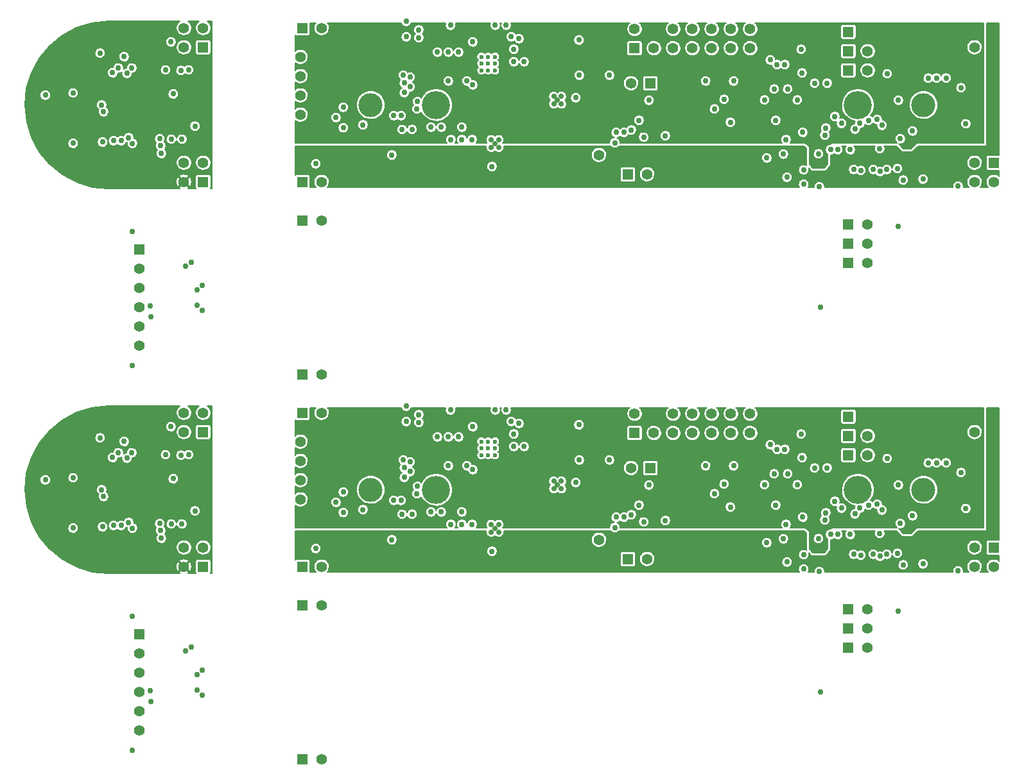
<source format=gbr>
G04 (created by PCBNEW (2013-07-07 BZR 4022)-stable) date 3/1/2014 5:06:07 PM*
%MOIN*%
G04 Gerber Fmt 3.4, Leading zero omitted, Abs format*
%FSLAX34Y34*%
G01*
G70*
G90*
G04 APERTURE LIST*
%ADD10C,0.00590551*%
%ADD11R,0.055X0.055*%
%ADD12C,0.055*%
%ADD13C,0.029*%
%ADD14C,0.146*%
%ADD15C,0.125*%
%ADD16C,0.023622*%
%ADD17C,0.03*%
%ADD18C,0.006*%
G04 APERTURE END LIST*
G54D10*
G54D11*
X32300Y37950D03*
G54D12*
X32300Y38950D03*
X33300Y37950D03*
X33300Y38950D03*
X34300Y37950D03*
X34300Y38950D03*
X35300Y37950D03*
X35300Y38950D03*
X36300Y37950D03*
X36300Y38950D03*
X37300Y37950D03*
X37300Y38950D03*
X38300Y37950D03*
X38300Y38950D03*
G54D11*
X33116Y36128D03*
G54D12*
X32116Y36128D03*
G54D11*
X6600Y27500D03*
G54D12*
X6600Y26500D03*
X6600Y25500D03*
X6600Y24500D03*
X6600Y23500D03*
X6600Y22500D03*
G54D11*
X9900Y38000D03*
G54D12*
X8900Y38000D03*
X8900Y39000D03*
X9900Y39000D03*
G54D11*
X9900Y31000D03*
G54D12*
X8900Y31000D03*
X8900Y32000D03*
X9900Y32000D03*
G54D13*
X25050Y33000D03*
X25246Y33196D03*
X25246Y32803D03*
X24853Y32803D03*
X24853Y33196D03*
X28300Y35250D03*
X28103Y35053D03*
X28103Y35446D03*
X28496Y35446D03*
X28496Y35053D03*
G54D11*
X31950Y31400D03*
G54D12*
X32950Y31400D03*
G54D11*
X30450Y31400D03*
G54D12*
X30450Y32400D03*
X30450Y33400D03*
G54D14*
X22000Y35000D03*
X43900Y35000D03*
G54D15*
X18600Y35000D03*
X47300Y35000D03*
G54D16*
X25054Y36795D03*
X24700Y36795D03*
X24345Y36795D03*
X24345Y37150D03*
X24700Y37150D03*
X25054Y37150D03*
X25054Y37504D03*
X24700Y37504D03*
X24345Y37504D03*
G54D11*
X43400Y28800D03*
G54D12*
X44400Y28800D03*
G54D11*
X43400Y27800D03*
G54D12*
X44400Y27800D03*
G54D11*
X43400Y26800D03*
G54D12*
X44400Y26800D03*
G54D11*
X15050Y21000D03*
G54D12*
X16050Y21000D03*
G54D11*
X15050Y29000D03*
G54D12*
X16050Y29000D03*
G54D11*
X43400Y36800D03*
G54D12*
X44400Y36800D03*
G54D11*
X43400Y37800D03*
G54D12*
X44400Y37800D03*
G54D11*
X43400Y38800D03*
G54D12*
X44400Y38800D03*
G54D11*
X15050Y31000D03*
G54D12*
X16050Y31000D03*
G54D11*
X15050Y39000D03*
G54D12*
X16050Y39000D03*
G54D11*
X50950Y32000D03*
G54D12*
X49950Y32000D03*
X49950Y31000D03*
X50950Y31000D03*
G54D11*
X50950Y39000D03*
G54D12*
X49950Y39000D03*
X49950Y38000D03*
X50950Y38000D03*
G54D11*
X14950Y32500D03*
G54D12*
X14950Y33500D03*
X14950Y34500D03*
X14950Y35500D03*
X14950Y36500D03*
X14950Y37500D03*
G54D11*
X32300Y17950D03*
G54D12*
X32300Y18950D03*
X33300Y17950D03*
X33300Y18950D03*
X34300Y17950D03*
X34300Y18950D03*
X35300Y17950D03*
X35300Y18950D03*
X36300Y17950D03*
X36300Y18950D03*
X37300Y17950D03*
X37300Y18950D03*
X38300Y17950D03*
X38300Y18950D03*
G54D11*
X14950Y12500D03*
G54D12*
X14950Y13500D03*
X14950Y14500D03*
X14950Y15500D03*
X14950Y16500D03*
X14950Y17500D03*
G54D11*
X50950Y19000D03*
G54D12*
X49950Y19000D03*
X49950Y18000D03*
X50950Y18000D03*
G54D11*
X50950Y12000D03*
G54D12*
X49950Y12000D03*
X49950Y11000D03*
X50950Y11000D03*
G54D11*
X15050Y19000D03*
G54D12*
X16050Y19000D03*
G54D11*
X15050Y11000D03*
G54D12*
X16050Y11000D03*
G54D11*
X43400Y18800D03*
G54D12*
X44400Y18800D03*
G54D11*
X43400Y17800D03*
G54D12*
X44400Y17800D03*
G54D11*
X43400Y16800D03*
G54D12*
X44400Y16800D03*
G54D11*
X15050Y9000D03*
G54D12*
X16050Y9000D03*
G54D11*
X15050Y1000D03*
G54D12*
X16050Y1000D03*
G54D11*
X43400Y6800D03*
G54D12*
X44400Y6800D03*
G54D11*
X43400Y7800D03*
G54D12*
X44400Y7800D03*
G54D11*
X43400Y8800D03*
G54D12*
X44400Y8800D03*
G54D16*
X25054Y16795D03*
X24700Y16795D03*
X24345Y16795D03*
X24345Y17150D03*
X24700Y17150D03*
X25054Y17150D03*
X25054Y17504D03*
X24700Y17504D03*
X24345Y17504D03*
G54D14*
X22000Y15000D03*
X43900Y15000D03*
G54D15*
X18600Y15000D03*
X47300Y15000D03*
G54D11*
X30450Y11400D03*
G54D12*
X30450Y12400D03*
X30450Y13400D03*
G54D11*
X31950Y11400D03*
G54D12*
X32950Y11400D03*
G54D13*
X28300Y15250D03*
X28103Y15053D03*
X28103Y15446D03*
X28496Y15446D03*
X28496Y15053D03*
X25050Y13000D03*
X25246Y13196D03*
X25246Y12803D03*
X24853Y12803D03*
X24853Y13196D03*
G54D11*
X9900Y11000D03*
G54D12*
X8900Y11000D03*
X8900Y12000D03*
X9900Y12000D03*
G54D11*
X9900Y18000D03*
G54D12*
X8900Y18000D03*
X8900Y19000D03*
X9900Y19000D03*
G54D11*
X6600Y7500D03*
G54D12*
X6600Y6500D03*
X6600Y5500D03*
X6600Y4500D03*
X6600Y3500D03*
X6600Y2500D03*
G54D11*
X33116Y16128D03*
G54D12*
X32116Y16128D03*
G54D17*
X23500Y32375D03*
X23000Y32370D03*
X22500Y32375D03*
X22500Y12375D03*
X23000Y12370D03*
X23500Y12375D03*
X22050Y38400D03*
X20450Y38950D03*
X23900Y39167D03*
X26732Y39150D03*
X47267Y33650D03*
X16532Y35550D03*
X16117Y37500D03*
X19500Y35750D03*
X19800Y33317D03*
X22632Y37250D03*
X29900Y35917D03*
X46432Y33000D03*
X46283Y36250D03*
X42300Y36667D03*
X41750Y33917D03*
X41850Y31932D03*
X46000Y28682D03*
X41950Y24500D03*
X40750Y34732D03*
X4750Y37250D03*
X7700Y37125D03*
X7325Y32275D03*
X4025Y34075D03*
X7200Y24000D03*
X7200Y4000D03*
X4025Y14075D03*
X7325Y12275D03*
X7700Y17125D03*
X4750Y17250D03*
X40750Y14732D03*
X41950Y4500D03*
X46000Y8682D03*
X41850Y11932D03*
X41750Y13917D03*
X42300Y16667D03*
X46283Y16250D03*
X46432Y13000D03*
X29900Y15917D03*
X22632Y17250D03*
X19800Y13317D03*
X19500Y15750D03*
X16117Y17500D03*
X16532Y15550D03*
X47267Y13650D03*
X26732Y19150D03*
X23900Y19167D03*
X20450Y18950D03*
X22050Y18400D03*
X23894Y38275D03*
X44900Y34250D03*
X44900Y14250D03*
X23894Y18275D03*
X25632Y39150D03*
X42300Y36132D03*
X44000Y34050D03*
X47550Y36400D03*
X7150Y24550D03*
X4725Y34650D03*
X7700Y32875D03*
X7700Y12875D03*
X4725Y14650D03*
X7150Y4550D03*
X47550Y16400D03*
X44000Y14050D03*
X42300Y16132D03*
X25632Y19150D03*
X25067Y39150D03*
X41650Y36132D03*
X43750Y33750D03*
X47975Y36400D03*
X4625Y35000D03*
X7725Y32475D03*
X7725Y12475D03*
X4625Y15000D03*
X47975Y16400D03*
X43750Y13750D03*
X41650Y16132D03*
X25067Y19150D03*
X40100Y37100D03*
X26032Y37900D03*
X35990Y36246D03*
X35990Y16246D03*
X26032Y17900D03*
X40100Y17100D03*
X26300Y38450D03*
X39350Y37350D03*
X39350Y17350D03*
X26300Y18450D03*
X48475Y36400D03*
X39700Y37100D03*
X25900Y38550D03*
X49500Y34025D03*
X49500Y14025D03*
X25900Y18550D03*
X39700Y17100D03*
X48475Y16400D03*
X20350Y35650D03*
X21100Y38500D03*
X21100Y18500D03*
X20350Y15650D03*
X20300Y36550D03*
X20450Y38550D03*
X20450Y18550D03*
X20300Y16550D03*
X17174Y33818D03*
X20650Y35950D03*
X20650Y15950D03*
X17174Y13818D03*
X20350Y36150D03*
X17174Y34881D03*
X17174Y14881D03*
X20350Y16150D03*
X42700Y34400D03*
X42700Y14400D03*
X43050Y34050D03*
X43050Y14050D03*
X23167Y37750D03*
X31350Y33575D03*
X31000Y36550D03*
X41900Y30750D03*
X41900Y10750D03*
X31000Y16550D03*
X31350Y13575D03*
X23167Y17750D03*
X43675Y31650D03*
X39632Y34200D03*
X39632Y14200D03*
X43675Y11650D03*
X20175Y34450D03*
X44050Y31600D03*
X44050Y11600D03*
X20175Y14450D03*
X31750Y33575D03*
X45950Y31700D03*
X45950Y11700D03*
X31750Y13575D03*
X46250Y31100D03*
X45417Y36625D03*
X45417Y16625D03*
X46250Y11100D03*
X45050Y31550D03*
X45050Y11550D03*
X45400Y31650D03*
X45400Y11650D03*
X45150Y33950D03*
X45150Y13950D03*
X47275Y31150D03*
X49100Y30775D03*
X49100Y10775D03*
X47275Y11150D03*
X44450Y34200D03*
X36450Y34800D03*
X36950Y35300D03*
X40950Y37900D03*
X40950Y17900D03*
X36950Y15300D03*
X36450Y14800D03*
X44450Y14200D03*
X43500Y32675D03*
X42175Y33425D03*
X42175Y13425D03*
X43500Y12675D03*
X37275Y34100D03*
X45025Y32725D03*
X45025Y12725D03*
X37275Y14100D03*
X46100Y33250D03*
X41083Y30875D03*
X41083Y10875D03*
X46100Y13250D03*
X24900Y31800D03*
X23867Y33200D03*
X23867Y13200D03*
X24900Y11800D03*
X7950Y36825D03*
X7950Y16825D03*
X8225Y38275D03*
X8225Y18275D03*
X8350Y35575D03*
X8750Y36800D03*
X8750Y16800D03*
X8350Y15575D03*
X9150Y36825D03*
X9150Y16825D03*
X9475Y33900D03*
X9475Y13900D03*
X8800Y33225D03*
X8800Y13225D03*
X5800Y37507D03*
X8250Y33225D03*
X8250Y13225D03*
X5800Y17507D03*
X5200Y36675D03*
X5200Y16675D03*
X5500Y36925D03*
X4550Y37700D03*
X4550Y17700D03*
X5500Y16925D03*
X5950Y36650D03*
X5950Y16650D03*
X6200Y36925D03*
X6200Y16925D03*
X6225Y33000D03*
X6225Y13000D03*
X6025Y33300D03*
X6025Y13300D03*
X1704Y35511D03*
X5650Y33150D03*
X5650Y13150D03*
X1704Y15511D03*
X3150Y33007D03*
X5250Y33150D03*
X3150Y35625D03*
X3150Y15625D03*
X5250Y13150D03*
X3150Y13007D03*
X9275Y26825D03*
X9275Y6825D03*
X8975Y26625D03*
X8975Y6625D03*
X9575Y25375D03*
X9575Y5375D03*
X9850Y25625D03*
X9850Y5625D03*
X9850Y24325D03*
X9850Y4325D03*
X9575Y24600D03*
X9575Y4600D03*
X6225Y21450D03*
X6225Y28425D03*
X6225Y8425D03*
X6225Y1450D03*
X7650Y33250D03*
X4675Y33075D03*
X4675Y13075D03*
X7650Y13250D03*
X44700Y31650D03*
X42225Y33800D03*
X42225Y13800D03*
X44700Y11650D03*
X42475Y32675D03*
X40250Y35832D03*
X40250Y15832D03*
X42475Y12675D03*
X39550Y35832D03*
X42850Y32675D03*
X42850Y12675D03*
X39550Y15832D03*
X21100Y38900D03*
X22067Y37750D03*
X16800Y34350D03*
X19700Y32400D03*
X18200Y33967D03*
X22750Y39150D03*
X22632Y37750D03*
X22632Y36250D03*
X23332Y33850D03*
X23332Y33200D03*
X22767Y33200D03*
X26567Y37250D03*
X29432Y36550D03*
X29250Y35382D03*
X39050Y35267D03*
X41000Y36667D03*
X40750Y35267D03*
X41033Y33575D03*
X41850Y32467D03*
X49250Y35900D03*
X33895Y33400D03*
X46732Y33650D03*
X21025Y35175D03*
X41083Y31625D03*
X40025Y32450D03*
X31275Y33033D03*
X15750Y31950D03*
X29407Y38375D03*
X37448Y36246D03*
X37448Y16246D03*
X29407Y18375D03*
X15750Y11950D03*
X31275Y13033D03*
X40025Y12450D03*
X41083Y11625D03*
X21025Y15175D03*
X46732Y13650D03*
X33895Y13400D03*
X49250Y15900D03*
X41850Y12467D03*
X41033Y13575D03*
X40750Y15267D03*
X41000Y16667D03*
X39050Y15267D03*
X29250Y15382D03*
X29432Y16550D03*
X26567Y17250D03*
X22767Y13200D03*
X23332Y13200D03*
X23332Y13850D03*
X22632Y16250D03*
X22632Y17750D03*
X22750Y19150D03*
X18200Y13967D03*
X19700Y12400D03*
X16800Y14350D03*
X22067Y17750D03*
X21100Y18900D03*
X20225Y33725D03*
X23600Y36250D03*
X23600Y16250D03*
X20225Y13725D03*
X23900Y36050D03*
X22267Y33850D03*
X22267Y13850D03*
X23900Y16050D03*
X26032Y37250D03*
X21732Y33850D03*
X21732Y13850D03*
X26032Y17250D03*
X20450Y39350D03*
X20650Y36450D03*
X20650Y16450D03*
X20450Y19350D03*
X32125Y33700D03*
X19800Y34450D03*
X40167Y33200D03*
X40167Y13200D03*
X19800Y14450D03*
X32125Y13700D03*
X21000Y34800D03*
X33050Y35250D03*
X39167Y32250D03*
X46000Y35250D03*
X46000Y15250D03*
X39167Y12250D03*
X33050Y15250D03*
X21000Y14800D03*
X20750Y33732D03*
X32532Y34200D03*
X32775Y33325D03*
X40217Y31250D03*
X40217Y11250D03*
X32775Y13325D03*
X32532Y14200D03*
X20750Y13732D03*
G54D10*
G36*
X50420Y13030D02*
X50355Y13030D01*
X50355Y18039D01*
X50339Y18117D01*
X50309Y18191D01*
X50265Y18257D01*
X50209Y18313D01*
X50143Y18357D01*
X50070Y18388D01*
X49992Y18404D01*
X49913Y18405D01*
X49835Y18390D01*
X49761Y18360D01*
X49694Y18317D01*
X49638Y18261D01*
X49593Y18196D01*
X49562Y18123D01*
X49545Y18045D01*
X49544Y17965D01*
X49558Y17887D01*
X49588Y17813D01*
X49631Y17747D01*
X49686Y17690D01*
X49751Y17644D01*
X49824Y17612D01*
X49901Y17595D01*
X49981Y17594D01*
X50059Y17608D01*
X50133Y17636D01*
X50200Y17679D01*
X50258Y17734D01*
X50303Y17798D01*
X50336Y17871D01*
X50353Y17948D01*
X50355Y18039D01*
X50355Y13030D01*
X49780Y13030D01*
X49780Y14052D01*
X49769Y14106D01*
X49748Y14157D01*
X49718Y14202D01*
X49679Y14241D01*
X49633Y14272D01*
X49583Y14293D01*
X49530Y14304D01*
X49530Y15927D01*
X49519Y15981D01*
X49498Y16032D01*
X49468Y16077D01*
X49429Y16116D01*
X49383Y16147D01*
X49333Y16168D01*
X49279Y16179D01*
X49224Y16180D01*
X49170Y16169D01*
X49119Y16149D01*
X49073Y16119D01*
X49034Y16080D01*
X49003Y16035D01*
X48981Y15985D01*
X48970Y15931D01*
X48969Y15876D01*
X48979Y15822D01*
X48999Y15771D01*
X49029Y15725D01*
X49067Y15685D01*
X49112Y15654D01*
X49163Y15632D01*
X49216Y15620D01*
X49271Y15619D01*
X49325Y15629D01*
X49376Y15648D01*
X49423Y15678D01*
X49462Y15716D01*
X49494Y15761D01*
X49516Y15811D01*
X49529Y15864D01*
X49530Y15927D01*
X49530Y14304D01*
X49529Y14304D01*
X49474Y14305D01*
X49420Y14294D01*
X49369Y14274D01*
X49323Y14244D01*
X49284Y14205D01*
X49253Y14160D01*
X49231Y14110D01*
X49220Y14056D01*
X49219Y14001D01*
X49229Y13947D01*
X49249Y13896D01*
X49279Y13850D01*
X49317Y13810D01*
X49362Y13779D01*
X49413Y13757D01*
X49466Y13745D01*
X49521Y13744D01*
X49575Y13754D01*
X49626Y13773D01*
X49673Y13803D01*
X49712Y13841D01*
X49744Y13886D01*
X49766Y13936D01*
X49779Y13989D01*
X49780Y14052D01*
X49780Y13030D01*
X48755Y13030D01*
X48755Y16427D01*
X48744Y16481D01*
X48723Y16532D01*
X48693Y16577D01*
X48654Y16616D01*
X48608Y16647D01*
X48558Y16668D01*
X48504Y16679D01*
X48449Y16680D01*
X48395Y16669D01*
X48344Y16649D01*
X48298Y16619D01*
X48259Y16580D01*
X48228Y16535D01*
X48225Y16527D01*
X48223Y16532D01*
X48193Y16577D01*
X48154Y16616D01*
X48108Y16647D01*
X48058Y16668D01*
X48004Y16679D01*
X47949Y16680D01*
X47895Y16669D01*
X47844Y16649D01*
X47798Y16619D01*
X47762Y16583D01*
X47729Y16616D01*
X47683Y16647D01*
X47633Y16668D01*
X47579Y16679D01*
X47524Y16680D01*
X47470Y16669D01*
X47419Y16649D01*
X47373Y16619D01*
X47334Y16580D01*
X47303Y16535D01*
X47281Y16485D01*
X47270Y16431D01*
X47269Y16376D01*
X47279Y16322D01*
X47299Y16271D01*
X47329Y16225D01*
X47367Y16185D01*
X47412Y16154D01*
X47463Y16132D01*
X47516Y16120D01*
X47571Y16119D01*
X47625Y16129D01*
X47676Y16148D01*
X47723Y16178D01*
X47762Y16216D01*
X47763Y16216D01*
X47792Y16185D01*
X47837Y16154D01*
X47888Y16132D01*
X47941Y16120D01*
X47996Y16119D01*
X48050Y16129D01*
X48101Y16148D01*
X48148Y16178D01*
X48187Y16216D01*
X48219Y16261D01*
X48224Y16271D01*
X48224Y16271D01*
X48254Y16225D01*
X48292Y16185D01*
X48337Y16154D01*
X48388Y16132D01*
X48441Y16120D01*
X48496Y16119D01*
X48550Y16129D01*
X48601Y16148D01*
X48648Y16178D01*
X48687Y16216D01*
X48719Y16261D01*
X48741Y16311D01*
X48754Y16364D01*
X48755Y16427D01*
X48755Y13030D01*
X48055Y13030D01*
X48055Y15074D01*
X48026Y15219D01*
X47969Y15356D01*
X47887Y15479D01*
X47783Y15584D01*
X47660Y15667D01*
X47524Y15724D01*
X47379Y15754D01*
X47231Y15755D01*
X47085Y15727D01*
X46948Y15672D01*
X46824Y15591D01*
X46718Y15487D01*
X46635Y15365D01*
X46576Y15229D01*
X46546Y15084D01*
X46544Y14936D01*
X46570Y14790D01*
X46625Y14653D01*
X46705Y14528D01*
X46808Y14422D01*
X46929Y14337D01*
X47065Y14278D01*
X47210Y14246D01*
X47358Y14243D01*
X47504Y14269D01*
X47642Y14322D01*
X47767Y14402D01*
X47874Y14504D01*
X47959Y14625D01*
X48019Y14760D01*
X48052Y14904D01*
X48055Y15074D01*
X48055Y13030D01*
X47012Y13030D01*
X47012Y13677D01*
X47001Y13731D01*
X46980Y13782D01*
X46950Y13827D01*
X46911Y13866D01*
X46866Y13897D01*
X46815Y13918D01*
X46761Y13929D01*
X46707Y13930D01*
X46653Y13919D01*
X46602Y13899D01*
X46556Y13869D01*
X46516Y13830D01*
X46485Y13785D01*
X46464Y13735D01*
X46452Y13681D01*
X46452Y13626D01*
X46462Y13572D01*
X46482Y13521D01*
X46512Y13475D01*
X46550Y13435D01*
X46595Y13404D01*
X46645Y13382D01*
X46699Y13370D01*
X46754Y13369D01*
X46808Y13379D01*
X46859Y13398D01*
X46905Y13428D01*
X46945Y13466D01*
X46977Y13511D01*
X46999Y13561D01*
X47011Y13614D01*
X47012Y13677D01*
X47012Y13030D01*
X46937Y13030D01*
X46637Y12730D01*
X46262Y12730D01*
X46007Y12984D01*
X46013Y12982D01*
X46066Y12970D01*
X46121Y12969D01*
X46175Y12979D01*
X46226Y12998D01*
X46273Y13028D01*
X46312Y13066D01*
X46344Y13111D01*
X46366Y13161D01*
X46379Y13214D01*
X46380Y13277D01*
X46369Y13331D01*
X46348Y13382D01*
X46318Y13427D01*
X46280Y13466D01*
X46280Y15277D01*
X46269Y15331D01*
X46248Y15382D01*
X46218Y15427D01*
X46179Y15466D01*
X46133Y15497D01*
X46083Y15518D01*
X46029Y15529D01*
X45974Y15530D01*
X45920Y15519D01*
X45869Y15499D01*
X45823Y15469D01*
X45784Y15430D01*
X45753Y15385D01*
X45731Y15335D01*
X45720Y15281D01*
X45719Y15226D01*
X45729Y15172D01*
X45749Y15121D01*
X45779Y15075D01*
X45817Y15035D01*
X45862Y15004D01*
X45913Y14982D01*
X45966Y14970D01*
X46021Y14969D01*
X46075Y14979D01*
X46126Y14998D01*
X46173Y15028D01*
X46212Y15066D01*
X46244Y15111D01*
X46266Y15161D01*
X46279Y15214D01*
X46280Y15277D01*
X46280Y13466D01*
X46279Y13466D01*
X46233Y13497D01*
X46183Y13518D01*
X46129Y13529D01*
X46074Y13530D01*
X46020Y13519D01*
X45969Y13499D01*
X45923Y13469D01*
X45884Y13430D01*
X45853Y13385D01*
X45831Y13335D01*
X45820Y13281D01*
X45819Y13226D01*
X45829Y13172D01*
X45849Y13121D01*
X45879Y13075D01*
X45917Y13035D01*
X45925Y13030D01*
X45697Y13030D01*
X45697Y16652D01*
X45686Y16706D01*
X45665Y16757D01*
X45635Y16802D01*
X45596Y16841D01*
X45550Y16872D01*
X45500Y16893D01*
X45446Y16904D01*
X45391Y16905D01*
X45337Y16894D01*
X45286Y16874D01*
X45240Y16844D01*
X45201Y16805D01*
X45170Y16760D01*
X45148Y16710D01*
X45137Y16656D01*
X45136Y16601D01*
X45146Y16547D01*
X45166Y16496D01*
X45196Y16450D01*
X45234Y16410D01*
X45279Y16379D01*
X45330Y16357D01*
X45383Y16345D01*
X45438Y16344D01*
X45492Y16354D01*
X45543Y16373D01*
X45590Y16403D01*
X45629Y16441D01*
X45661Y16486D01*
X45683Y16536D01*
X45696Y16589D01*
X45697Y16652D01*
X45697Y13030D01*
X45430Y13030D01*
X45430Y13977D01*
X45419Y14031D01*
X45398Y14082D01*
X45368Y14127D01*
X45329Y14166D01*
X45283Y14197D01*
X45233Y14218D01*
X45179Y14229D01*
X45179Y14229D01*
X45180Y14277D01*
X45169Y14331D01*
X45148Y14382D01*
X45118Y14427D01*
X45079Y14466D01*
X45033Y14497D01*
X44983Y14518D01*
X44929Y14529D01*
X44874Y14530D01*
X44820Y14519D01*
X44805Y14513D01*
X44805Y16839D01*
X44805Y17839D01*
X44789Y17917D01*
X44759Y17991D01*
X44715Y18057D01*
X44659Y18113D01*
X44593Y18157D01*
X44520Y18188D01*
X44442Y18204D01*
X44363Y18205D01*
X44285Y18190D01*
X44211Y18160D01*
X44144Y18117D01*
X44088Y18061D01*
X44043Y17996D01*
X44012Y17923D01*
X43995Y17845D01*
X43994Y17765D01*
X44008Y17687D01*
X44038Y17613D01*
X44081Y17547D01*
X44136Y17490D01*
X44201Y17444D01*
X44274Y17412D01*
X44351Y17395D01*
X44431Y17394D01*
X44509Y17408D01*
X44583Y17436D01*
X44650Y17479D01*
X44708Y17534D01*
X44753Y17598D01*
X44786Y17671D01*
X44803Y17748D01*
X44805Y17839D01*
X44805Y16839D01*
X44789Y16917D01*
X44759Y16991D01*
X44715Y17057D01*
X44659Y17113D01*
X44593Y17157D01*
X44520Y17188D01*
X44442Y17204D01*
X44363Y17205D01*
X44285Y17190D01*
X44211Y17160D01*
X44144Y17117D01*
X44088Y17061D01*
X44043Y16996D01*
X44012Y16923D01*
X43995Y16845D01*
X43994Y16765D01*
X44008Y16687D01*
X44038Y16613D01*
X44081Y16547D01*
X44136Y16490D01*
X44201Y16444D01*
X44274Y16412D01*
X44351Y16395D01*
X44431Y16394D01*
X44509Y16408D01*
X44583Y16436D01*
X44650Y16479D01*
X44708Y16534D01*
X44753Y16598D01*
X44786Y16671D01*
X44803Y16748D01*
X44805Y16839D01*
X44805Y14513D01*
X44769Y14499D01*
X44723Y14469D01*
X44684Y14430D01*
X44656Y14389D01*
X44629Y14416D01*
X44583Y14447D01*
X44567Y14454D01*
X44651Y14573D01*
X44719Y14727D01*
X44757Y14891D01*
X44760Y15084D01*
X44727Y15249D01*
X44663Y15405D01*
X44569Y15546D01*
X44450Y15665D01*
X44311Y15760D01*
X44155Y15825D01*
X43990Y15859D01*
X43821Y15860D01*
X43805Y15857D01*
X43805Y16536D01*
X43805Y17536D01*
X43805Y18536D01*
X43805Y19087D01*
X43800Y19112D01*
X43790Y19136D01*
X43776Y19157D01*
X43758Y19175D01*
X43737Y19189D01*
X43713Y19199D01*
X43688Y19204D01*
X43663Y19205D01*
X43112Y19205D01*
X43087Y19200D01*
X43063Y19190D01*
X43042Y19176D01*
X43024Y19158D01*
X43010Y19137D01*
X43000Y19113D01*
X42995Y19088D01*
X42994Y19063D01*
X42994Y18512D01*
X42999Y18487D01*
X43009Y18463D01*
X43023Y18442D01*
X43041Y18424D01*
X43062Y18410D01*
X43086Y18400D01*
X43111Y18395D01*
X43136Y18394D01*
X43687Y18394D01*
X43712Y18399D01*
X43736Y18409D01*
X43757Y18423D01*
X43775Y18441D01*
X43789Y18462D01*
X43799Y18486D01*
X43804Y18511D01*
X43805Y18536D01*
X43805Y17536D01*
X43805Y18087D01*
X43800Y18112D01*
X43790Y18136D01*
X43776Y18157D01*
X43758Y18175D01*
X43737Y18189D01*
X43713Y18199D01*
X43688Y18204D01*
X43663Y18205D01*
X43112Y18205D01*
X43087Y18200D01*
X43063Y18190D01*
X43042Y18176D01*
X43024Y18158D01*
X43010Y18137D01*
X43000Y18113D01*
X42995Y18088D01*
X42994Y18063D01*
X42994Y17512D01*
X42999Y17487D01*
X43009Y17463D01*
X43023Y17442D01*
X43041Y17424D01*
X43062Y17410D01*
X43086Y17400D01*
X43111Y17395D01*
X43136Y17394D01*
X43687Y17394D01*
X43712Y17399D01*
X43736Y17409D01*
X43757Y17423D01*
X43775Y17441D01*
X43789Y17462D01*
X43799Y17486D01*
X43804Y17511D01*
X43805Y17536D01*
X43805Y16536D01*
X43805Y17087D01*
X43800Y17112D01*
X43790Y17136D01*
X43776Y17157D01*
X43758Y17175D01*
X43737Y17189D01*
X43713Y17199D01*
X43688Y17204D01*
X43663Y17205D01*
X43112Y17205D01*
X43087Y17200D01*
X43063Y17190D01*
X43042Y17176D01*
X43024Y17158D01*
X43010Y17137D01*
X43000Y17113D01*
X42995Y17088D01*
X42994Y17063D01*
X42994Y16512D01*
X42999Y16487D01*
X43009Y16463D01*
X43023Y16442D01*
X43041Y16424D01*
X43062Y16410D01*
X43086Y16400D01*
X43111Y16395D01*
X43136Y16394D01*
X43687Y16394D01*
X43712Y16399D01*
X43736Y16409D01*
X43757Y16423D01*
X43775Y16441D01*
X43789Y16462D01*
X43799Y16486D01*
X43804Y16511D01*
X43805Y16536D01*
X43805Y15857D01*
X43656Y15829D01*
X43499Y15765D01*
X43358Y15673D01*
X43238Y15555D01*
X43142Y15416D01*
X43076Y15261D01*
X43041Y15096D01*
X43038Y14927D01*
X43069Y14761D01*
X43131Y14604D01*
X43222Y14463D01*
X43339Y14341D01*
X43478Y14245D01*
X43632Y14178D01*
X43740Y14154D01*
X43731Y14135D01*
X43720Y14081D01*
X43719Y14029D01*
X43670Y14019D01*
X43619Y13999D01*
X43573Y13969D01*
X43534Y13930D01*
X43503Y13885D01*
X43481Y13835D01*
X43470Y13781D01*
X43469Y13726D01*
X43479Y13672D01*
X43499Y13621D01*
X43529Y13575D01*
X43567Y13535D01*
X43612Y13504D01*
X43663Y13482D01*
X43716Y13470D01*
X43771Y13469D01*
X43825Y13479D01*
X43876Y13498D01*
X43923Y13528D01*
X43962Y13566D01*
X43994Y13611D01*
X44016Y13661D01*
X44029Y13714D01*
X44029Y13770D01*
X44075Y13779D01*
X44126Y13798D01*
X44173Y13828D01*
X44212Y13866D01*
X44244Y13911D01*
X44266Y13961D01*
X44271Y13982D01*
X44312Y13954D01*
X44363Y13932D01*
X44416Y13920D01*
X44471Y13919D01*
X44525Y13929D01*
X44576Y13948D01*
X44623Y13978D01*
X44662Y14016D01*
X44694Y14060D01*
X44717Y14035D01*
X44762Y14004D01*
X44813Y13982D01*
X44866Y13970D01*
X44870Y13970D01*
X44869Y13926D01*
X44879Y13872D01*
X44899Y13821D01*
X44929Y13775D01*
X44967Y13735D01*
X45012Y13704D01*
X45063Y13682D01*
X45116Y13670D01*
X45171Y13669D01*
X45225Y13679D01*
X45276Y13698D01*
X45323Y13728D01*
X45362Y13766D01*
X45394Y13811D01*
X45416Y13861D01*
X45429Y13914D01*
X45430Y13977D01*
X45430Y13030D01*
X43330Y13030D01*
X43330Y14077D01*
X43319Y14131D01*
X43298Y14182D01*
X43268Y14227D01*
X43229Y14266D01*
X43183Y14297D01*
X43133Y14318D01*
X43079Y14329D01*
X43024Y14330D01*
X42970Y14319D01*
X42968Y14319D01*
X42979Y14364D01*
X42980Y14427D01*
X42969Y14481D01*
X42948Y14532D01*
X42918Y14577D01*
X42879Y14616D01*
X42833Y14647D01*
X42783Y14668D01*
X42729Y14679D01*
X42674Y14680D01*
X42620Y14669D01*
X42580Y14653D01*
X42580Y16159D01*
X42569Y16213D01*
X42548Y16264D01*
X42518Y16310D01*
X42479Y16349D01*
X42433Y16379D01*
X42383Y16401D01*
X42329Y16412D01*
X42274Y16412D01*
X42220Y16402D01*
X42169Y16381D01*
X42123Y16351D01*
X42084Y16313D01*
X42053Y16268D01*
X42031Y16217D01*
X42020Y16163D01*
X42019Y16108D01*
X42029Y16054D01*
X42049Y16003D01*
X42079Y15957D01*
X42117Y15918D01*
X42162Y15886D01*
X42213Y15864D01*
X42266Y15853D01*
X42321Y15851D01*
X42375Y15861D01*
X42426Y15881D01*
X42473Y15910D01*
X42512Y15948D01*
X42544Y15993D01*
X42566Y16043D01*
X42579Y16097D01*
X42580Y16159D01*
X42580Y14653D01*
X42569Y14649D01*
X42523Y14619D01*
X42484Y14580D01*
X42453Y14535D01*
X42431Y14485D01*
X42420Y14431D01*
X42419Y14376D01*
X42429Y14322D01*
X42449Y14271D01*
X42479Y14225D01*
X42517Y14185D01*
X42562Y14154D01*
X42613Y14132D01*
X42666Y14120D01*
X42721Y14119D01*
X42775Y14129D01*
X42780Y14131D01*
X42770Y14081D01*
X42769Y14026D01*
X42779Y13972D01*
X42799Y13921D01*
X42829Y13875D01*
X42867Y13835D01*
X42912Y13804D01*
X42963Y13782D01*
X43016Y13770D01*
X43071Y13769D01*
X43125Y13779D01*
X43176Y13798D01*
X43223Y13828D01*
X43262Y13866D01*
X43294Y13911D01*
X43316Y13961D01*
X43329Y14014D01*
X43330Y14077D01*
X43330Y13030D01*
X42537Y13030D01*
X42505Y12997D01*
X42505Y13827D01*
X42494Y13881D01*
X42473Y13932D01*
X42443Y13977D01*
X42404Y14016D01*
X42358Y14047D01*
X42308Y14068D01*
X42254Y14079D01*
X42199Y14080D01*
X42145Y14069D01*
X42094Y14049D01*
X42048Y14019D01*
X42009Y13980D01*
X41978Y13935D01*
X41956Y13885D01*
X41945Y13831D01*
X41944Y13776D01*
X41954Y13722D01*
X41974Y13671D01*
X41994Y13640D01*
X41959Y13605D01*
X41930Y13562D01*
X41930Y16159D01*
X41919Y16213D01*
X41898Y16264D01*
X41868Y16310D01*
X41829Y16349D01*
X41783Y16379D01*
X41733Y16401D01*
X41679Y16412D01*
X41624Y16412D01*
X41570Y16402D01*
X41519Y16381D01*
X41473Y16351D01*
X41434Y16313D01*
X41403Y16268D01*
X41381Y16217D01*
X41370Y16163D01*
X41369Y16108D01*
X41379Y16054D01*
X41399Y16003D01*
X41429Y15957D01*
X41467Y15918D01*
X41512Y15886D01*
X41563Y15864D01*
X41616Y15853D01*
X41671Y15851D01*
X41725Y15861D01*
X41776Y15881D01*
X41823Y15910D01*
X41862Y15948D01*
X41894Y15993D01*
X41916Y16043D01*
X41929Y16097D01*
X41930Y16159D01*
X41930Y13562D01*
X41928Y13560D01*
X41906Y13510D01*
X41895Y13456D01*
X41894Y13401D01*
X41904Y13347D01*
X41924Y13296D01*
X41954Y13250D01*
X41992Y13210D01*
X42037Y13179D01*
X42088Y13157D01*
X42141Y13145D01*
X42196Y13144D01*
X42250Y13154D01*
X42301Y13173D01*
X42348Y13203D01*
X42387Y13241D01*
X42419Y13286D01*
X42441Y13336D01*
X42454Y13389D01*
X42455Y13452D01*
X42444Y13506D01*
X42423Y13557D01*
X42405Y13584D01*
X42437Y13616D01*
X42469Y13661D01*
X42491Y13711D01*
X42504Y13764D01*
X42505Y13827D01*
X42505Y12997D01*
X42462Y12955D01*
X42449Y12955D01*
X42395Y12944D01*
X42344Y12924D01*
X42298Y12894D01*
X42259Y12855D01*
X42228Y12810D01*
X42206Y12760D01*
X42195Y12706D01*
X42194Y12651D01*
X42204Y12597D01*
X42224Y12546D01*
X42254Y12500D01*
X42292Y12460D01*
X42320Y12441D01*
X42320Y11912D01*
X42137Y11730D01*
X42130Y11730D01*
X42130Y12494D01*
X42119Y12548D01*
X42098Y12599D01*
X42068Y12645D01*
X42029Y12684D01*
X41983Y12714D01*
X41933Y12736D01*
X41879Y12747D01*
X41824Y12747D01*
X41770Y12737D01*
X41719Y12716D01*
X41673Y12686D01*
X41634Y12648D01*
X41603Y12603D01*
X41581Y12552D01*
X41570Y12498D01*
X41569Y12443D01*
X41579Y12389D01*
X41599Y12338D01*
X41629Y12292D01*
X41667Y12253D01*
X41712Y12221D01*
X41763Y12199D01*
X41816Y12188D01*
X41871Y12186D01*
X41925Y12196D01*
X41976Y12216D01*
X42023Y12245D01*
X42062Y12283D01*
X42094Y12328D01*
X42116Y12378D01*
X42129Y12432D01*
X42130Y12494D01*
X42130Y11730D01*
X41562Y11730D01*
X41380Y11912D01*
X41380Y12812D01*
X41313Y12879D01*
X41313Y13602D01*
X41302Y13656D01*
X41281Y13707D01*
X41280Y13709D01*
X41280Y16694D01*
X41269Y16748D01*
X41248Y16799D01*
X41230Y16827D01*
X41230Y17927D01*
X41219Y17981D01*
X41198Y18032D01*
X41168Y18077D01*
X41129Y18116D01*
X41083Y18147D01*
X41033Y18168D01*
X40979Y18179D01*
X40924Y18180D01*
X40870Y18169D01*
X40819Y18149D01*
X40773Y18119D01*
X40734Y18080D01*
X40703Y18035D01*
X40681Y17985D01*
X40670Y17931D01*
X40669Y17876D01*
X40679Y17822D01*
X40699Y17771D01*
X40729Y17725D01*
X40767Y17685D01*
X40812Y17654D01*
X40863Y17632D01*
X40916Y17620D01*
X40971Y17619D01*
X41025Y17629D01*
X41076Y17648D01*
X41123Y17678D01*
X41162Y17716D01*
X41194Y17761D01*
X41216Y17811D01*
X41229Y17864D01*
X41230Y17927D01*
X41230Y16827D01*
X41218Y16845D01*
X41179Y16884D01*
X41133Y16914D01*
X41083Y16936D01*
X41029Y16947D01*
X40974Y16947D01*
X40920Y16937D01*
X40869Y16916D01*
X40823Y16886D01*
X40784Y16848D01*
X40753Y16803D01*
X40731Y16752D01*
X40720Y16698D01*
X40719Y16643D01*
X40729Y16589D01*
X40749Y16538D01*
X40779Y16492D01*
X40817Y16453D01*
X40862Y16421D01*
X40913Y16399D01*
X40966Y16388D01*
X41021Y16386D01*
X41075Y16396D01*
X41126Y16416D01*
X41173Y16445D01*
X41212Y16483D01*
X41244Y16528D01*
X41266Y16578D01*
X41279Y16632D01*
X41280Y16694D01*
X41280Y13709D01*
X41251Y13752D01*
X41212Y13791D01*
X41166Y13822D01*
X41116Y13843D01*
X41062Y13854D01*
X41030Y13855D01*
X41030Y15294D01*
X41019Y15348D01*
X40998Y15399D01*
X40968Y15445D01*
X40929Y15484D01*
X40883Y15514D01*
X40833Y15536D01*
X40779Y15547D01*
X40724Y15547D01*
X40670Y15537D01*
X40619Y15516D01*
X40573Y15486D01*
X40534Y15448D01*
X40530Y15441D01*
X40530Y15859D01*
X40519Y15913D01*
X40498Y15964D01*
X40468Y16010D01*
X40429Y16049D01*
X40383Y16079D01*
X40380Y16081D01*
X40380Y17127D01*
X40369Y17181D01*
X40348Y17232D01*
X40318Y17277D01*
X40279Y17316D01*
X40233Y17347D01*
X40183Y17368D01*
X40129Y17379D01*
X40074Y17380D01*
X40020Y17369D01*
X39969Y17349D01*
X39923Y17319D01*
X39899Y17296D01*
X39879Y17316D01*
X39833Y17347D01*
X39783Y17368D01*
X39729Y17379D01*
X39674Y17380D01*
X39629Y17371D01*
X39630Y17377D01*
X39619Y17431D01*
X39598Y17482D01*
X39568Y17527D01*
X39529Y17566D01*
X39483Y17597D01*
X39433Y17618D01*
X39379Y17629D01*
X39324Y17630D01*
X39270Y17619D01*
X39219Y17599D01*
X39173Y17569D01*
X39134Y17530D01*
X39103Y17485D01*
X39081Y17435D01*
X39070Y17381D01*
X39069Y17326D01*
X39079Y17272D01*
X39099Y17221D01*
X39129Y17175D01*
X39167Y17135D01*
X39212Y17104D01*
X39263Y17082D01*
X39316Y17070D01*
X39371Y17069D01*
X39419Y17077D01*
X39419Y17076D01*
X39429Y17022D01*
X39449Y16971D01*
X39479Y16925D01*
X39517Y16885D01*
X39562Y16854D01*
X39613Y16832D01*
X39666Y16820D01*
X39721Y16819D01*
X39775Y16829D01*
X39826Y16848D01*
X39873Y16878D01*
X39900Y16903D01*
X39917Y16885D01*
X39962Y16854D01*
X40013Y16832D01*
X40066Y16820D01*
X40121Y16819D01*
X40175Y16829D01*
X40226Y16848D01*
X40273Y16878D01*
X40312Y16916D01*
X40344Y16961D01*
X40366Y17011D01*
X40379Y17064D01*
X40380Y17127D01*
X40380Y16081D01*
X40333Y16101D01*
X40279Y16112D01*
X40224Y16112D01*
X40170Y16102D01*
X40119Y16081D01*
X40073Y16051D01*
X40034Y16013D01*
X40003Y15968D01*
X39981Y15917D01*
X39970Y15863D01*
X39969Y15808D01*
X39979Y15754D01*
X39999Y15703D01*
X40029Y15657D01*
X40067Y15618D01*
X40112Y15586D01*
X40163Y15564D01*
X40216Y15553D01*
X40271Y15551D01*
X40325Y15561D01*
X40376Y15581D01*
X40423Y15610D01*
X40462Y15648D01*
X40494Y15693D01*
X40516Y15743D01*
X40529Y15797D01*
X40530Y15859D01*
X40530Y15441D01*
X40503Y15403D01*
X40481Y15352D01*
X40470Y15298D01*
X40469Y15243D01*
X40479Y15189D01*
X40499Y15138D01*
X40529Y15092D01*
X40567Y15053D01*
X40612Y15021D01*
X40663Y14999D01*
X40716Y14988D01*
X40771Y14986D01*
X40825Y14996D01*
X40876Y15016D01*
X40923Y15045D01*
X40962Y15083D01*
X40994Y15128D01*
X41016Y15178D01*
X41029Y15232D01*
X41030Y15294D01*
X41030Y13855D01*
X41007Y13855D01*
X40953Y13844D01*
X40902Y13824D01*
X40856Y13794D01*
X40817Y13755D01*
X40786Y13710D01*
X40764Y13660D01*
X40753Y13606D01*
X40752Y13551D01*
X40762Y13497D01*
X40782Y13446D01*
X40812Y13400D01*
X40850Y13360D01*
X40895Y13329D01*
X40946Y13307D01*
X40999Y13295D01*
X41054Y13294D01*
X41108Y13304D01*
X41159Y13323D01*
X41206Y13353D01*
X41245Y13391D01*
X41277Y13436D01*
X41299Y13486D01*
X41312Y13539D01*
X41313Y13602D01*
X41313Y12879D01*
X41162Y13030D01*
X40389Y13030D01*
X40411Y13061D01*
X40433Y13111D01*
X40446Y13164D01*
X40447Y13227D01*
X40436Y13281D01*
X40415Y13332D01*
X40385Y13377D01*
X40346Y13416D01*
X40300Y13447D01*
X40250Y13468D01*
X40196Y13479D01*
X40141Y13480D01*
X40087Y13469D01*
X40036Y13449D01*
X39990Y13419D01*
X39951Y13380D01*
X39920Y13335D01*
X39912Y13317D01*
X39912Y14227D01*
X39901Y14281D01*
X39880Y14332D01*
X39850Y14377D01*
X39830Y14398D01*
X39830Y15859D01*
X39819Y15913D01*
X39798Y15964D01*
X39768Y16010D01*
X39729Y16049D01*
X39683Y16079D01*
X39633Y16101D01*
X39579Y16112D01*
X39524Y16112D01*
X39470Y16102D01*
X39419Y16081D01*
X39373Y16051D01*
X39334Y16013D01*
X39303Y15968D01*
X39281Y15917D01*
X39270Y15863D01*
X39269Y15808D01*
X39279Y15754D01*
X39299Y15703D01*
X39329Y15657D01*
X39367Y15618D01*
X39412Y15586D01*
X39463Y15564D01*
X39516Y15553D01*
X39571Y15551D01*
X39625Y15561D01*
X39676Y15581D01*
X39723Y15610D01*
X39762Y15648D01*
X39794Y15693D01*
X39816Y15743D01*
X39829Y15797D01*
X39830Y15859D01*
X39830Y14398D01*
X39811Y14416D01*
X39766Y14447D01*
X39715Y14468D01*
X39661Y14479D01*
X39607Y14480D01*
X39553Y14469D01*
X39502Y14449D01*
X39456Y14419D01*
X39416Y14380D01*
X39385Y14335D01*
X39364Y14285D01*
X39352Y14231D01*
X39352Y14176D01*
X39362Y14122D01*
X39382Y14071D01*
X39412Y14025D01*
X39450Y13985D01*
X39495Y13954D01*
X39545Y13932D01*
X39599Y13920D01*
X39654Y13919D01*
X39708Y13929D01*
X39759Y13948D01*
X39805Y13978D01*
X39845Y14016D01*
X39877Y14061D01*
X39899Y14111D01*
X39911Y14164D01*
X39912Y14227D01*
X39912Y13317D01*
X39898Y13285D01*
X39887Y13231D01*
X39886Y13176D01*
X39896Y13122D01*
X39916Y13071D01*
X39943Y13030D01*
X39330Y13030D01*
X39330Y15294D01*
X39319Y15348D01*
X39298Y15399D01*
X39268Y15445D01*
X39229Y15484D01*
X39183Y15514D01*
X39133Y15536D01*
X39079Y15547D01*
X39024Y15547D01*
X38970Y15537D01*
X38919Y15516D01*
X38873Y15486D01*
X38834Y15448D01*
X38803Y15403D01*
X38781Y15352D01*
X38770Y15298D01*
X38769Y15243D01*
X38779Y15189D01*
X38799Y15138D01*
X38829Y15092D01*
X38867Y15053D01*
X38912Y15021D01*
X38963Y14999D01*
X39016Y14988D01*
X39071Y14986D01*
X39125Y14996D01*
X39176Y15016D01*
X39223Y15045D01*
X39262Y15083D01*
X39294Y15128D01*
X39316Y15178D01*
X39329Y15232D01*
X39330Y15294D01*
X39330Y13030D01*
X38705Y13030D01*
X38705Y17989D01*
X38689Y18067D01*
X38659Y18141D01*
X38615Y18207D01*
X38559Y18263D01*
X38493Y18307D01*
X38420Y18338D01*
X38342Y18354D01*
X38263Y18355D01*
X38185Y18340D01*
X38111Y18310D01*
X38044Y18267D01*
X37988Y18211D01*
X37943Y18146D01*
X37912Y18073D01*
X37895Y17995D01*
X37894Y17915D01*
X37908Y17837D01*
X37938Y17763D01*
X37981Y17697D01*
X38036Y17640D01*
X38101Y17594D01*
X38174Y17562D01*
X38251Y17545D01*
X38331Y17544D01*
X38409Y17558D01*
X38483Y17586D01*
X38550Y17629D01*
X38608Y17684D01*
X38653Y17748D01*
X38686Y17821D01*
X38703Y17898D01*
X38705Y17989D01*
X38705Y13030D01*
X37728Y13030D01*
X37728Y16273D01*
X37718Y16327D01*
X37705Y16359D01*
X37705Y17989D01*
X37689Y18067D01*
X37659Y18141D01*
X37615Y18207D01*
X37559Y18263D01*
X37493Y18307D01*
X37420Y18338D01*
X37342Y18354D01*
X37263Y18355D01*
X37185Y18340D01*
X37111Y18310D01*
X37044Y18267D01*
X36988Y18211D01*
X36943Y18146D01*
X36912Y18073D01*
X36895Y17995D01*
X36894Y17915D01*
X36908Y17837D01*
X36938Y17763D01*
X36981Y17697D01*
X37036Y17640D01*
X37101Y17594D01*
X37174Y17562D01*
X37251Y17545D01*
X37331Y17544D01*
X37409Y17558D01*
X37483Y17586D01*
X37550Y17629D01*
X37608Y17684D01*
X37653Y17748D01*
X37686Y17821D01*
X37703Y17898D01*
X37705Y17989D01*
X37705Y16359D01*
X37697Y16378D01*
X37666Y16424D01*
X37628Y16463D01*
X37582Y16493D01*
X37532Y16515D01*
X37478Y16526D01*
X37423Y16526D01*
X37369Y16516D01*
X37318Y16495D01*
X37272Y16465D01*
X37233Y16427D01*
X37202Y16382D01*
X37180Y16331D01*
X37169Y16277D01*
X37168Y16222D01*
X37178Y16168D01*
X37198Y16117D01*
X37228Y16071D01*
X37266Y16032D01*
X37311Y16000D01*
X37361Y15978D01*
X37415Y15967D01*
X37470Y15965D01*
X37524Y15975D01*
X37575Y15995D01*
X37622Y16024D01*
X37661Y16062D01*
X37693Y16107D01*
X37715Y16157D01*
X37727Y16211D01*
X37728Y16273D01*
X37728Y13030D01*
X37555Y13030D01*
X37555Y14127D01*
X37544Y14181D01*
X37523Y14232D01*
X37493Y14277D01*
X37454Y14316D01*
X37408Y14347D01*
X37358Y14368D01*
X37304Y14379D01*
X37249Y14380D01*
X37230Y14376D01*
X37230Y15327D01*
X37219Y15381D01*
X37198Y15432D01*
X37168Y15477D01*
X37129Y15516D01*
X37083Y15547D01*
X37033Y15568D01*
X36979Y15579D01*
X36924Y15580D01*
X36870Y15569D01*
X36819Y15549D01*
X36773Y15519D01*
X36734Y15480D01*
X36705Y15437D01*
X36705Y17989D01*
X36689Y18067D01*
X36659Y18141D01*
X36615Y18207D01*
X36559Y18263D01*
X36493Y18307D01*
X36420Y18338D01*
X36342Y18354D01*
X36263Y18355D01*
X36185Y18340D01*
X36111Y18310D01*
X36044Y18267D01*
X35988Y18211D01*
X35943Y18146D01*
X35912Y18073D01*
X35895Y17995D01*
X35894Y17915D01*
X35908Y17837D01*
X35938Y17763D01*
X35981Y17697D01*
X36036Y17640D01*
X36101Y17594D01*
X36174Y17562D01*
X36251Y17545D01*
X36331Y17544D01*
X36409Y17558D01*
X36483Y17586D01*
X36550Y17629D01*
X36608Y17684D01*
X36653Y17748D01*
X36686Y17821D01*
X36703Y17898D01*
X36705Y17989D01*
X36705Y15437D01*
X36703Y15435D01*
X36681Y15385D01*
X36670Y15331D01*
X36669Y15276D01*
X36679Y15222D01*
X36699Y15171D01*
X36729Y15125D01*
X36767Y15085D01*
X36812Y15054D01*
X36863Y15032D01*
X36916Y15020D01*
X36971Y15019D01*
X37025Y15029D01*
X37076Y15048D01*
X37123Y15078D01*
X37162Y15116D01*
X37194Y15161D01*
X37216Y15211D01*
X37229Y15264D01*
X37230Y15327D01*
X37230Y14376D01*
X37195Y14369D01*
X37144Y14349D01*
X37098Y14319D01*
X37059Y14280D01*
X37028Y14235D01*
X37006Y14185D01*
X36995Y14131D01*
X36994Y14076D01*
X37004Y14022D01*
X37024Y13971D01*
X37054Y13925D01*
X37092Y13885D01*
X37137Y13854D01*
X37188Y13832D01*
X37241Y13820D01*
X37296Y13819D01*
X37350Y13829D01*
X37401Y13848D01*
X37448Y13878D01*
X37487Y13916D01*
X37519Y13961D01*
X37541Y14011D01*
X37554Y14064D01*
X37555Y14127D01*
X37555Y13030D01*
X36730Y13030D01*
X36730Y14827D01*
X36719Y14881D01*
X36698Y14932D01*
X36668Y14977D01*
X36629Y15016D01*
X36583Y15047D01*
X36533Y15068D01*
X36479Y15079D01*
X36424Y15080D01*
X36370Y15069D01*
X36319Y15049D01*
X36273Y15019D01*
X36270Y15015D01*
X36270Y16273D01*
X36259Y16327D01*
X36238Y16378D01*
X36208Y16424D01*
X36169Y16463D01*
X36123Y16493D01*
X36073Y16515D01*
X36019Y16526D01*
X35964Y16526D01*
X35910Y16516D01*
X35859Y16495D01*
X35813Y16465D01*
X35774Y16427D01*
X35743Y16382D01*
X35721Y16331D01*
X35710Y16277D01*
X35709Y16222D01*
X35719Y16168D01*
X35739Y16117D01*
X35769Y16071D01*
X35807Y16032D01*
X35852Y16000D01*
X35903Y15978D01*
X35956Y15967D01*
X36011Y15965D01*
X36065Y15975D01*
X36117Y15995D01*
X36163Y16024D01*
X36203Y16062D01*
X36234Y16107D01*
X36257Y16157D01*
X36269Y16211D01*
X36270Y16273D01*
X36270Y15015D01*
X36234Y14980D01*
X36203Y14935D01*
X36181Y14885D01*
X36170Y14831D01*
X36169Y14776D01*
X36179Y14722D01*
X36199Y14671D01*
X36229Y14625D01*
X36267Y14585D01*
X36312Y14554D01*
X36363Y14532D01*
X36416Y14520D01*
X36471Y14519D01*
X36525Y14529D01*
X36576Y14548D01*
X36623Y14578D01*
X36662Y14616D01*
X36694Y14661D01*
X36716Y14711D01*
X36729Y14764D01*
X36730Y14827D01*
X36730Y13030D01*
X35705Y13030D01*
X35705Y17989D01*
X35689Y18067D01*
X35659Y18141D01*
X35615Y18207D01*
X35559Y18263D01*
X35493Y18307D01*
X35420Y18338D01*
X35342Y18354D01*
X35263Y18355D01*
X35185Y18340D01*
X35111Y18310D01*
X35044Y18267D01*
X34988Y18211D01*
X34943Y18146D01*
X34912Y18073D01*
X34895Y17995D01*
X34894Y17915D01*
X34908Y17837D01*
X34938Y17763D01*
X34981Y17697D01*
X35036Y17640D01*
X35101Y17594D01*
X35174Y17562D01*
X35251Y17545D01*
X35331Y17544D01*
X35409Y17558D01*
X35483Y17586D01*
X35550Y17629D01*
X35608Y17684D01*
X35653Y17748D01*
X35686Y17821D01*
X35703Y17898D01*
X35705Y17989D01*
X35705Y13030D01*
X34705Y13030D01*
X34705Y17989D01*
X34689Y18067D01*
X34659Y18141D01*
X34615Y18207D01*
X34559Y18263D01*
X34493Y18307D01*
X34420Y18338D01*
X34342Y18354D01*
X34263Y18355D01*
X34185Y18340D01*
X34111Y18310D01*
X34044Y18267D01*
X33988Y18211D01*
X33943Y18146D01*
X33912Y18073D01*
X33895Y17995D01*
X33894Y17915D01*
X33908Y17837D01*
X33938Y17763D01*
X33981Y17697D01*
X34036Y17640D01*
X34101Y17594D01*
X34174Y17562D01*
X34251Y17545D01*
X34331Y17544D01*
X34409Y17558D01*
X34483Y17586D01*
X34550Y17629D01*
X34608Y17684D01*
X34653Y17748D01*
X34686Y17821D01*
X34703Y17898D01*
X34705Y17989D01*
X34705Y13030D01*
X34175Y13030D01*
X34175Y13427D01*
X34164Y13481D01*
X34143Y13532D01*
X34113Y13577D01*
X34074Y13616D01*
X34029Y13647D01*
X33978Y13668D01*
X33924Y13679D01*
X33869Y13680D01*
X33815Y13669D01*
X33764Y13649D01*
X33718Y13619D01*
X33705Y13605D01*
X33705Y17989D01*
X33689Y18067D01*
X33659Y18141D01*
X33615Y18207D01*
X33559Y18263D01*
X33493Y18307D01*
X33420Y18338D01*
X33342Y18354D01*
X33263Y18355D01*
X33185Y18340D01*
X33111Y18310D01*
X33044Y18267D01*
X32988Y18211D01*
X32943Y18146D01*
X32912Y18073D01*
X32895Y17995D01*
X32894Y17915D01*
X32908Y17837D01*
X32938Y17763D01*
X32981Y17697D01*
X33036Y17640D01*
X33101Y17594D01*
X33174Y17562D01*
X33251Y17545D01*
X33331Y17544D01*
X33409Y17558D01*
X33483Y17586D01*
X33550Y17629D01*
X33608Y17684D01*
X33653Y17748D01*
X33686Y17821D01*
X33703Y17898D01*
X33705Y17989D01*
X33705Y13605D01*
X33679Y13580D01*
X33648Y13535D01*
X33627Y13485D01*
X33615Y13431D01*
X33614Y13376D01*
X33624Y13322D01*
X33645Y13271D01*
X33674Y13225D01*
X33712Y13185D01*
X33758Y13154D01*
X33808Y13132D01*
X33861Y13120D01*
X33916Y13119D01*
X33970Y13129D01*
X34022Y13148D01*
X34068Y13178D01*
X34108Y13216D01*
X34139Y13261D01*
X34162Y13311D01*
X34174Y13364D01*
X34175Y13427D01*
X34175Y13030D01*
X33521Y13030D01*
X33521Y15865D01*
X33521Y16416D01*
X33516Y16441D01*
X33506Y16464D01*
X33492Y16485D01*
X33474Y16503D01*
X33453Y16518D01*
X33429Y16528D01*
X33404Y16533D01*
X33379Y16533D01*
X32828Y16533D01*
X32803Y16528D01*
X32779Y16518D01*
X32758Y16504D01*
X32740Y16486D01*
X32726Y16465D01*
X32716Y16441D01*
X32711Y16417D01*
X32711Y16391D01*
X32711Y15840D01*
X32716Y15815D01*
X32725Y15792D01*
X32739Y15770D01*
X32757Y15752D01*
X32779Y15738D01*
X32802Y15728D01*
X32827Y15723D01*
X32852Y15723D01*
X33403Y15723D01*
X33428Y15728D01*
X33452Y15738D01*
X33473Y15752D01*
X33491Y15770D01*
X33506Y15791D01*
X33515Y15814D01*
X33521Y15839D01*
X33521Y15865D01*
X33521Y13030D01*
X33330Y13030D01*
X33330Y15277D01*
X33319Y15331D01*
X33298Y15382D01*
X33268Y15427D01*
X33229Y15466D01*
X33183Y15497D01*
X33133Y15518D01*
X33079Y15529D01*
X33024Y15530D01*
X32970Y15519D01*
X32919Y15499D01*
X32873Y15469D01*
X32834Y15430D01*
X32803Y15385D01*
X32781Y15335D01*
X32770Y15281D01*
X32769Y15226D01*
X32779Y15172D01*
X32799Y15121D01*
X32829Y15075D01*
X32867Y15035D01*
X32912Y15004D01*
X32963Y14982D01*
X33016Y14970D01*
X33071Y14969D01*
X33125Y14979D01*
X33176Y14998D01*
X33223Y15028D01*
X33262Y15066D01*
X33294Y15111D01*
X33316Y15161D01*
X33329Y15214D01*
X33330Y15277D01*
X33330Y13030D01*
X33055Y13030D01*
X33055Y13352D01*
X33044Y13406D01*
X33023Y13457D01*
X32993Y13502D01*
X32954Y13541D01*
X32908Y13572D01*
X32858Y13593D01*
X32812Y13603D01*
X32812Y14227D01*
X32801Y14281D01*
X32780Y14332D01*
X32750Y14377D01*
X32711Y14416D01*
X32705Y14421D01*
X32705Y17686D01*
X32705Y18237D01*
X32700Y18262D01*
X32690Y18286D01*
X32676Y18307D01*
X32658Y18325D01*
X32637Y18339D01*
X32613Y18349D01*
X32588Y18354D01*
X32563Y18355D01*
X32012Y18355D01*
X31987Y18350D01*
X31963Y18340D01*
X31942Y18326D01*
X31924Y18308D01*
X31910Y18287D01*
X31900Y18263D01*
X31895Y18238D01*
X31894Y18213D01*
X31894Y17662D01*
X31899Y17637D01*
X31909Y17613D01*
X31923Y17592D01*
X31941Y17574D01*
X31962Y17560D01*
X31986Y17550D01*
X32011Y17545D01*
X32036Y17544D01*
X32587Y17544D01*
X32612Y17549D01*
X32636Y17559D01*
X32657Y17573D01*
X32675Y17591D01*
X32689Y17612D01*
X32699Y17636D01*
X32704Y17661D01*
X32705Y17686D01*
X32705Y14421D01*
X32666Y14447D01*
X32615Y14468D01*
X32561Y14479D01*
X32521Y14480D01*
X32521Y16168D01*
X32505Y16245D01*
X32475Y16319D01*
X32431Y16385D01*
X32375Y16441D01*
X32309Y16486D01*
X32236Y16517D01*
X32158Y16533D01*
X32079Y16533D01*
X32001Y16518D01*
X31927Y16488D01*
X31861Y16445D01*
X31804Y16389D01*
X31759Y16324D01*
X31728Y16251D01*
X31711Y16173D01*
X31710Y16094D01*
X31724Y16016D01*
X31754Y15942D01*
X31797Y15875D01*
X31852Y15818D01*
X31917Y15773D01*
X31990Y15741D01*
X32067Y15724D01*
X32147Y15722D01*
X32225Y15736D01*
X32299Y15765D01*
X32366Y15807D01*
X32424Y15862D01*
X32469Y15927D01*
X32502Y15999D01*
X32519Y16077D01*
X32521Y16168D01*
X32521Y14480D01*
X32507Y14480D01*
X32453Y14469D01*
X32402Y14449D01*
X32356Y14419D01*
X32316Y14380D01*
X32285Y14335D01*
X32264Y14285D01*
X32252Y14231D01*
X32252Y14176D01*
X32262Y14122D01*
X32282Y14071D01*
X32312Y14025D01*
X32350Y13985D01*
X32395Y13954D01*
X32445Y13932D01*
X32499Y13920D01*
X32554Y13919D01*
X32608Y13929D01*
X32659Y13948D01*
X32705Y13978D01*
X32745Y14016D01*
X32777Y14061D01*
X32799Y14111D01*
X32811Y14164D01*
X32812Y14227D01*
X32812Y13603D01*
X32804Y13604D01*
X32749Y13605D01*
X32695Y13594D01*
X32644Y13574D01*
X32598Y13544D01*
X32559Y13505D01*
X32528Y13460D01*
X32506Y13410D01*
X32495Y13356D01*
X32494Y13301D01*
X32504Y13247D01*
X32524Y13196D01*
X32554Y13150D01*
X32592Y13110D01*
X32637Y13079D01*
X32688Y13057D01*
X32741Y13045D01*
X32796Y13044D01*
X32850Y13054D01*
X32901Y13073D01*
X32948Y13103D01*
X32987Y13141D01*
X33019Y13186D01*
X33041Y13236D01*
X33054Y13289D01*
X33055Y13352D01*
X33055Y13030D01*
X31554Y13030D01*
X31555Y13060D01*
X31544Y13114D01*
X31523Y13165D01*
X31493Y13210D01*
X31454Y13249D01*
X31408Y13280D01*
X31374Y13294D01*
X31425Y13304D01*
X31476Y13323D01*
X31523Y13353D01*
X31550Y13378D01*
X31567Y13360D01*
X31612Y13329D01*
X31663Y13307D01*
X31716Y13295D01*
X31771Y13294D01*
X31825Y13304D01*
X31876Y13323D01*
X31923Y13353D01*
X31962Y13391D01*
X31994Y13436D01*
X32000Y13448D01*
X32038Y13432D01*
X32091Y13420D01*
X32146Y13419D01*
X32200Y13429D01*
X32251Y13448D01*
X32298Y13478D01*
X32337Y13516D01*
X32369Y13561D01*
X32391Y13611D01*
X32404Y13664D01*
X32405Y13727D01*
X32394Y13781D01*
X32373Y13832D01*
X32343Y13877D01*
X32304Y13916D01*
X32258Y13947D01*
X32208Y13968D01*
X32154Y13979D01*
X32099Y13980D01*
X32045Y13969D01*
X31994Y13949D01*
X31948Y13919D01*
X31909Y13880D01*
X31878Y13835D01*
X31874Y13826D01*
X31833Y13843D01*
X31779Y13854D01*
X31724Y13855D01*
X31670Y13844D01*
X31619Y13824D01*
X31573Y13794D01*
X31549Y13771D01*
X31529Y13791D01*
X31483Y13822D01*
X31433Y13843D01*
X31379Y13854D01*
X31324Y13855D01*
X31280Y13846D01*
X31280Y16577D01*
X31269Y16631D01*
X31248Y16682D01*
X31218Y16727D01*
X31179Y16766D01*
X31133Y16797D01*
X31083Y16818D01*
X31029Y16829D01*
X30974Y16830D01*
X30920Y16819D01*
X30869Y16799D01*
X30823Y16769D01*
X30784Y16730D01*
X30753Y16685D01*
X30731Y16635D01*
X30720Y16581D01*
X30719Y16526D01*
X30729Y16472D01*
X30749Y16421D01*
X30779Y16375D01*
X30817Y16335D01*
X30862Y16304D01*
X30913Y16282D01*
X30966Y16270D01*
X31021Y16269D01*
X31075Y16279D01*
X31126Y16298D01*
X31173Y16328D01*
X31212Y16366D01*
X31244Y16411D01*
X31266Y16461D01*
X31279Y16514D01*
X31280Y16577D01*
X31280Y13846D01*
X31270Y13844D01*
X31219Y13824D01*
X31173Y13794D01*
X31134Y13755D01*
X31103Y13710D01*
X31081Y13660D01*
X31070Y13606D01*
X31069Y13551D01*
X31079Y13497D01*
X31099Y13446D01*
X31129Y13400D01*
X31167Y13360D01*
X31212Y13329D01*
X31249Y13313D01*
X31249Y13313D01*
X31195Y13302D01*
X31144Y13282D01*
X31098Y13252D01*
X31059Y13213D01*
X31028Y13168D01*
X31006Y13118D01*
X30995Y13064D01*
X30994Y13030D01*
X29712Y13030D01*
X29712Y16577D01*
X29701Y16631D01*
X29687Y16666D01*
X29687Y18402D01*
X29676Y18456D01*
X29655Y18507D01*
X29625Y18552D01*
X29586Y18591D01*
X29541Y18622D01*
X29490Y18643D01*
X29436Y18654D01*
X29382Y18655D01*
X29328Y18644D01*
X29277Y18624D01*
X29231Y18594D01*
X29191Y18555D01*
X29160Y18510D01*
X29139Y18460D01*
X29127Y18406D01*
X29127Y18351D01*
X29137Y18297D01*
X29157Y18246D01*
X29187Y18200D01*
X29225Y18160D01*
X29270Y18129D01*
X29320Y18107D01*
X29374Y18095D01*
X29429Y18094D01*
X29483Y18104D01*
X29534Y18123D01*
X29580Y18153D01*
X29620Y18191D01*
X29652Y18236D01*
X29674Y18286D01*
X29686Y18339D01*
X29687Y18402D01*
X29687Y16666D01*
X29680Y16682D01*
X29650Y16727D01*
X29611Y16766D01*
X29566Y16797D01*
X29515Y16818D01*
X29461Y16829D01*
X29407Y16830D01*
X29353Y16819D01*
X29302Y16799D01*
X29256Y16769D01*
X29216Y16730D01*
X29185Y16685D01*
X29164Y16635D01*
X29152Y16581D01*
X29152Y16526D01*
X29162Y16472D01*
X29182Y16421D01*
X29212Y16375D01*
X29250Y16335D01*
X29295Y16304D01*
X29345Y16282D01*
X29399Y16270D01*
X29454Y16269D01*
X29508Y16279D01*
X29559Y16298D01*
X29605Y16328D01*
X29645Y16366D01*
X29677Y16411D01*
X29699Y16461D01*
X29711Y16514D01*
X29712Y16577D01*
X29712Y13030D01*
X29530Y13030D01*
X29530Y15409D01*
X29519Y15463D01*
X29498Y15514D01*
X29468Y15560D01*
X29429Y15599D01*
X29383Y15629D01*
X29333Y15651D01*
X29279Y15662D01*
X29224Y15662D01*
X29170Y15652D01*
X29119Y15631D01*
X29073Y15601D01*
X29034Y15563D01*
X29003Y15518D01*
X28981Y15467D01*
X28970Y15413D01*
X28969Y15358D01*
X28979Y15304D01*
X28999Y15253D01*
X29029Y15207D01*
X29067Y15168D01*
X29112Y15136D01*
X29163Y15114D01*
X29216Y15103D01*
X29271Y15101D01*
X29325Y15111D01*
X29376Y15131D01*
X29423Y15160D01*
X29462Y15198D01*
X29494Y15243D01*
X29516Y15293D01*
X29529Y15347D01*
X29530Y15409D01*
X29530Y13030D01*
X28771Y13030D01*
X28771Y15080D01*
X28761Y15133D01*
X28740Y15182D01*
X28710Y15227D01*
X28688Y15250D01*
X28706Y15266D01*
X28737Y15310D01*
X28759Y15359D01*
X28771Y15412D01*
X28771Y15473D01*
X28761Y15526D01*
X28740Y15576D01*
X28710Y15621D01*
X28672Y15659D01*
X28628Y15689D01*
X28578Y15710D01*
X28525Y15721D01*
X28471Y15722D01*
X28418Y15711D01*
X28368Y15691D01*
X28323Y15662D01*
X28299Y15638D01*
X28279Y15659D01*
X28234Y15689D01*
X28184Y15710D01*
X28132Y15721D01*
X28078Y15722D01*
X28025Y15711D01*
X27975Y15691D01*
X27930Y15662D01*
X27891Y15624D01*
X27860Y15579D01*
X27839Y15530D01*
X27828Y15477D01*
X27827Y15423D01*
X27837Y15370D01*
X27857Y15320D01*
X27886Y15275D01*
X27911Y15249D01*
X27891Y15230D01*
X27860Y15186D01*
X27839Y15136D01*
X27828Y15083D01*
X27827Y15030D01*
X27837Y14976D01*
X27857Y14926D01*
X27886Y14881D01*
X27924Y14842D01*
X27968Y14811D01*
X28017Y14790D01*
X28070Y14778D01*
X28124Y14777D01*
X28177Y14786D01*
X28227Y14806D01*
X28273Y14835D01*
X28300Y14860D01*
X28317Y14842D01*
X28362Y14811D01*
X28411Y14790D01*
X28464Y14778D01*
X28518Y14777D01*
X28571Y14786D01*
X28621Y14806D01*
X28666Y14835D01*
X28706Y14872D01*
X28737Y14916D01*
X28759Y14965D01*
X28771Y15018D01*
X28771Y15080D01*
X28771Y13030D01*
X26847Y13030D01*
X26847Y17277D01*
X26836Y17331D01*
X26815Y17382D01*
X26785Y17427D01*
X26746Y17466D01*
X26701Y17497D01*
X26650Y17518D01*
X26596Y17529D01*
X26580Y17529D01*
X26580Y18477D01*
X26569Y18531D01*
X26548Y18582D01*
X26518Y18627D01*
X26479Y18666D01*
X26433Y18697D01*
X26383Y18718D01*
X26329Y18729D01*
X26274Y18730D01*
X26220Y18719D01*
X26169Y18699D01*
X26146Y18684D01*
X26118Y18727D01*
X26079Y18766D01*
X26033Y18797D01*
X25983Y18818D01*
X25929Y18829D01*
X25874Y18830D01*
X25820Y18819D01*
X25769Y18799D01*
X25723Y18769D01*
X25684Y18730D01*
X25653Y18685D01*
X25631Y18635D01*
X25620Y18581D01*
X25619Y18526D01*
X25629Y18472D01*
X25649Y18421D01*
X25679Y18375D01*
X25717Y18335D01*
X25762Y18304D01*
X25813Y18282D01*
X25866Y18270D01*
X25921Y18269D01*
X25975Y18279D01*
X26026Y18298D01*
X26053Y18315D01*
X26079Y18275D01*
X26117Y18235D01*
X26162Y18204D01*
X26213Y18182D01*
X26266Y18170D01*
X26321Y18169D01*
X26375Y18179D01*
X26426Y18198D01*
X26473Y18228D01*
X26512Y18266D01*
X26544Y18311D01*
X26566Y18361D01*
X26579Y18414D01*
X26580Y18477D01*
X26580Y17529D01*
X26542Y17530D01*
X26488Y17519D01*
X26437Y17499D01*
X26391Y17469D01*
X26351Y17430D01*
X26320Y17385D01*
X26312Y17365D01*
X26312Y17927D01*
X26301Y17981D01*
X26280Y18032D01*
X26250Y18077D01*
X26211Y18116D01*
X26166Y18147D01*
X26115Y18168D01*
X26061Y18179D01*
X26007Y18180D01*
X25953Y18169D01*
X25902Y18149D01*
X25856Y18119D01*
X25816Y18080D01*
X25785Y18035D01*
X25764Y17985D01*
X25752Y17931D01*
X25752Y17876D01*
X25762Y17822D01*
X25782Y17771D01*
X25812Y17725D01*
X25850Y17685D01*
X25895Y17654D01*
X25945Y17632D01*
X25999Y17620D01*
X26054Y17619D01*
X26108Y17629D01*
X26159Y17648D01*
X26205Y17678D01*
X26245Y17716D01*
X26277Y17761D01*
X26299Y17811D01*
X26311Y17864D01*
X26312Y17927D01*
X26312Y17365D01*
X26299Y17336D01*
X26280Y17382D01*
X26250Y17427D01*
X26211Y17466D01*
X26166Y17497D01*
X26115Y17518D01*
X26061Y17529D01*
X26007Y17530D01*
X25953Y17519D01*
X25902Y17499D01*
X25856Y17469D01*
X25816Y17430D01*
X25785Y17385D01*
X25764Y17335D01*
X25752Y17281D01*
X25752Y17226D01*
X25762Y17172D01*
X25782Y17121D01*
X25812Y17075D01*
X25850Y17035D01*
X25895Y17004D01*
X25945Y16982D01*
X25999Y16970D01*
X26054Y16969D01*
X26108Y16979D01*
X26159Y16998D01*
X26205Y17028D01*
X26245Y17066D01*
X26277Y17111D01*
X26299Y17161D01*
X26300Y17164D01*
X26317Y17121D01*
X26347Y17075D01*
X26385Y17035D01*
X26430Y17004D01*
X26480Y16982D01*
X26534Y16970D01*
X26589Y16969D01*
X26643Y16979D01*
X26694Y16998D01*
X26740Y17028D01*
X26780Y17066D01*
X26812Y17111D01*
X26834Y17161D01*
X26846Y17214D01*
X26847Y17277D01*
X26847Y13030D01*
X25465Y13030D01*
X25487Y13060D01*
X25509Y13109D01*
X25521Y13162D01*
X25521Y13223D01*
X25511Y13276D01*
X25490Y13326D01*
X25460Y13371D01*
X25422Y13409D01*
X25378Y13439D01*
X25328Y13460D01*
X25302Y13466D01*
X25302Y16819D01*
X25293Y16867D01*
X25274Y16912D01*
X25247Y16953D01*
X25228Y16972D01*
X25243Y16987D01*
X25271Y17026D01*
X25290Y17071D01*
X25301Y17118D01*
X25302Y17174D01*
X25293Y17222D01*
X25274Y17267D01*
X25247Y17307D01*
X25228Y17327D01*
X25243Y17341D01*
X25271Y17381D01*
X25290Y17425D01*
X25301Y17473D01*
X25302Y17528D01*
X25293Y17576D01*
X25274Y17621D01*
X25247Y17661D01*
X25213Y17696D01*
X25172Y17723D01*
X25128Y17742D01*
X25080Y17752D01*
X25031Y17752D01*
X24983Y17743D01*
X24938Y17725D01*
X24898Y17698D01*
X24877Y17678D01*
X24858Y17696D01*
X24818Y17723D01*
X24773Y17742D01*
X24726Y17752D01*
X24677Y17752D01*
X24629Y17743D01*
X24584Y17725D01*
X24543Y17698D01*
X24522Y17678D01*
X24504Y17696D01*
X24464Y17723D01*
X24419Y17742D01*
X24371Y17752D01*
X24323Y17752D01*
X24275Y17743D01*
X24230Y17725D01*
X24189Y17698D01*
X24174Y17684D01*
X24174Y18302D01*
X24164Y18356D01*
X24143Y18407D01*
X24112Y18452D01*
X24074Y18491D01*
X24028Y18522D01*
X23978Y18543D01*
X23924Y18554D01*
X23869Y18555D01*
X23815Y18544D01*
X23764Y18524D01*
X23718Y18494D01*
X23679Y18455D01*
X23648Y18410D01*
X23626Y18360D01*
X23615Y18306D01*
X23614Y18251D01*
X23624Y18197D01*
X23644Y18146D01*
X23674Y18100D01*
X23712Y18060D01*
X23757Y18029D01*
X23807Y18007D01*
X23861Y17995D01*
X23916Y17994D01*
X23970Y18004D01*
X24021Y18023D01*
X24068Y18053D01*
X24107Y18091D01*
X24139Y18136D01*
X24161Y18186D01*
X24174Y18239D01*
X24174Y18302D01*
X24174Y17684D01*
X24154Y17664D01*
X24127Y17624D01*
X24108Y17579D01*
X24097Y17532D01*
X24097Y17483D01*
X24106Y17435D01*
X24123Y17390D01*
X24150Y17349D01*
X24171Y17327D01*
X24154Y17310D01*
X24127Y17270D01*
X24108Y17225D01*
X24097Y17177D01*
X24097Y17129D01*
X24106Y17081D01*
X24123Y17036D01*
X24150Y16995D01*
X24171Y16972D01*
X24154Y16955D01*
X24127Y16915D01*
X24108Y16871D01*
X24097Y16823D01*
X24097Y16774D01*
X24106Y16726D01*
X24123Y16681D01*
X24150Y16640D01*
X24184Y16605D01*
X24224Y16578D01*
X24268Y16558D01*
X24316Y16548D01*
X24364Y16547D01*
X24412Y16555D01*
X24458Y16573D01*
X24499Y16599D01*
X24522Y16621D01*
X24538Y16605D01*
X24578Y16578D01*
X24622Y16558D01*
X24670Y16548D01*
X24719Y16547D01*
X24767Y16555D01*
X24812Y16573D01*
X24853Y16599D01*
X24877Y16621D01*
X24892Y16605D01*
X24932Y16578D01*
X24977Y16558D01*
X25024Y16548D01*
X25073Y16547D01*
X25121Y16555D01*
X25166Y16573D01*
X25207Y16599D01*
X25243Y16632D01*
X25271Y16672D01*
X25290Y16716D01*
X25301Y16764D01*
X25302Y16819D01*
X25302Y13466D01*
X25275Y13471D01*
X25221Y13472D01*
X25168Y13461D01*
X25118Y13441D01*
X25073Y13412D01*
X25049Y13388D01*
X25029Y13409D01*
X24984Y13439D01*
X24934Y13460D01*
X24882Y13471D01*
X24828Y13472D01*
X24775Y13461D01*
X24725Y13441D01*
X24680Y13412D01*
X24641Y13374D01*
X24610Y13329D01*
X24589Y13280D01*
X24578Y13227D01*
X24577Y13173D01*
X24587Y13120D01*
X24607Y13070D01*
X24633Y13030D01*
X24180Y13030D01*
X24180Y16077D01*
X24169Y16131D01*
X24148Y16182D01*
X24118Y16227D01*
X24079Y16266D01*
X24033Y16297D01*
X23983Y16318D01*
X23929Y16329D01*
X23874Y16330D01*
X23869Y16329D01*
X23869Y16331D01*
X23848Y16382D01*
X23818Y16427D01*
X23779Y16466D01*
X23733Y16497D01*
X23683Y16518D01*
X23629Y16529D01*
X23574Y16530D01*
X23520Y16519D01*
X23469Y16499D01*
X23447Y16484D01*
X23447Y17777D01*
X23436Y17831D01*
X23415Y17882D01*
X23385Y17927D01*
X23346Y17966D01*
X23301Y17997D01*
X23250Y18018D01*
X23196Y18029D01*
X23142Y18030D01*
X23088Y18019D01*
X23037Y17999D01*
X22991Y17969D01*
X22951Y17930D01*
X22920Y17885D01*
X22899Y17836D01*
X22880Y17882D01*
X22850Y17927D01*
X22811Y17966D01*
X22766Y17997D01*
X22715Y18018D01*
X22661Y18029D01*
X22607Y18030D01*
X22553Y18019D01*
X22502Y17999D01*
X22456Y17969D01*
X22416Y17930D01*
X22385Y17885D01*
X22364Y17835D01*
X22352Y17781D01*
X22352Y17726D01*
X22362Y17672D01*
X22382Y17621D01*
X22412Y17575D01*
X22450Y17535D01*
X22495Y17504D01*
X22545Y17482D01*
X22599Y17470D01*
X22654Y17469D01*
X22708Y17479D01*
X22759Y17498D01*
X22805Y17528D01*
X22845Y17566D01*
X22877Y17611D01*
X22899Y17661D01*
X22900Y17664D01*
X22917Y17621D01*
X22947Y17575D01*
X22985Y17535D01*
X23030Y17504D01*
X23080Y17482D01*
X23134Y17470D01*
X23189Y17469D01*
X23243Y17479D01*
X23294Y17498D01*
X23340Y17528D01*
X23380Y17566D01*
X23412Y17611D01*
X23434Y17661D01*
X23446Y17714D01*
X23447Y17777D01*
X23447Y16484D01*
X23423Y16469D01*
X23384Y16430D01*
X23353Y16385D01*
X23331Y16335D01*
X23320Y16281D01*
X23319Y16226D01*
X23329Y16172D01*
X23349Y16121D01*
X23379Y16075D01*
X23417Y16035D01*
X23462Y16004D01*
X23513Y15982D01*
X23566Y15970D01*
X23621Y15969D01*
X23630Y15970D01*
X23649Y15921D01*
X23679Y15875D01*
X23717Y15835D01*
X23762Y15804D01*
X23813Y15782D01*
X23866Y15770D01*
X23921Y15769D01*
X23975Y15779D01*
X24026Y15798D01*
X24073Y15828D01*
X24112Y15866D01*
X24144Y15911D01*
X24166Y15961D01*
X24179Y16014D01*
X24180Y16077D01*
X24180Y13030D01*
X24090Y13030D01*
X24112Y13061D01*
X24134Y13111D01*
X24146Y13164D01*
X24147Y13227D01*
X24136Y13281D01*
X24115Y13332D01*
X24085Y13377D01*
X24046Y13416D01*
X24001Y13447D01*
X23950Y13468D01*
X23896Y13479D01*
X23842Y13480D01*
X23788Y13469D01*
X23737Y13449D01*
X23691Y13419D01*
X23651Y13380D01*
X23620Y13335D01*
X23612Y13315D01*
X23612Y13877D01*
X23601Y13931D01*
X23580Y13982D01*
X23550Y14027D01*
X23511Y14066D01*
X23466Y14097D01*
X23415Y14118D01*
X23361Y14129D01*
X23307Y14130D01*
X23253Y14119D01*
X23202Y14099D01*
X23156Y14069D01*
X23116Y14030D01*
X23085Y13985D01*
X23064Y13935D01*
X23052Y13881D01*
X23052Y13826D01*
X23062Y13772D01*
X23082Y13721D01*
X23112Y13675D01*
X23150Y13635D01*
X23195Y13604D01*
X23245Y13582D01*
X23299Y13570D01*
X23354Y13569D01*
X23408Y13579D01*
X23459Y13598D01*
X23505Y13628D01*
X23545Y13666D01*
X23577Y13711D01*
X23599Y13761D01*
X23611Y13814D01*
X23612Y13877D01*
X23612Y13315D01*
X23599Y13286D01*
X23580Y13332D01*
X23550Y13377D01*
X23511Y13416D01*
X23466Y13447D01*
X23415Y13468D01*
X23361Y13479D01*
X23307Y13480D01*
X23253Y13469D01*
X23202Y13449D01*
X23156Y13419D01*
X23116Y13380D01*
X23085Y13335D01*
X23064Y13285D01*
X23052Y13231D01*
X23052Y13176D01*
X23062Y13122D01*
X23082Y13071D01*
X23108Y13030D01*
X22990Y13030D01*
X23012Y13061D01*
X23034Y13111D01*
X23046Y13164D01*
X23047Y13227D01*
X23036Y13281D01*
X23015Y13332D01*
X22985Y13377D01*
X22946Y13416D01*
X22912Y13439D01*
X22912Y16277D01*
X22901Y16331D01*
X22880Y16382D01*
X22850Y16427D01*
X22811Y16466D01*
X22766Y16497D01*
X22715Y16518D01*
X22661Y16529D01*
X22607Y16530D01*
X22553Y16519D01*
X22502Y16499D01*
X22456Y16469D01*
X22416Y16430D01*
X22385Y16385D01*
X22364Y16335D01*
X22352Y16281D01*
X22352Y16226D01*
X22362Y16172D01*
X22382Y16121D01*
X22412Y16075D01*
X22450Y16035D01*
X22495Y16004D01*
X22545Y15982D01*
X22599Y15970D01*
X22654Y15969D01*
X22708Y15979D01*
X22759Y15998D01*
X22805Y16028D01*
X22845Y16066D01*
X22877Y16111D01*
X22899Y16161D01*
X22911Y16214D01*
X22912Y16277D01*
X22912Y13439D01*
X22901Y13447D01*
X22860Y13464D01*
X22860Y15084D01*
X22827Y15249D01*
X22763Y15405D01*
X22669Y15546D01*
X22550Y15665D01*
X22411Y15760D01*
X22347Y15786D01*
X22347Y17777D01*
X22336Y17831D01*
X22315Y17882D01*
X22285Y17927D01*
X22246Y17966D01*
X22201Y17997D01*
X22150Y18018D01*
X22096Y18029D01*
X22042Y18030D01*
X21988Y18019D01*
X21937Y17999D01*
X21891Y17969D01*
X21851Y17930D01*
X21820Y17885D01*
X21799Y17835D01*
X21787Y17781D01*
X21787Y17726D01*
X21797Y17672D01*
X21817Y17621D01*
X21847Y17575D01*
X21885Y17535D01*
X21930Y17504D01*
X21980Y17482D01*
X22034Y17470D01*
X22089Y17469D01*
X22143Y17479D01*
X22194Y17498D01*
X22240Y17528D01*
X22280Y17566D01*
X22312Y17611D01*
X22334Y17661D01*
X22346Y17714D01*
X22347Y17777D01*
X22347Y15786D01*
X22255Y15825D01*
X22090Y15859D01*
X21921Y15860D01*
X21756Y15829D01*
X21599Y15765D01*
X21458Y15673D01*
X21380Y15596D01*
X21380Y18527D01*
X21369Y18581D01*
X21348Y18632D01*
X21318Y18677D01*
X21296Y18699D01*
X21312Y18716D01*
X21344Y18761D01*
X21366Y18811D01*
X21379Y18864D01*
X21380Y18927D01*
X21369Y18981D01*
X21348Y19032D01*
X21318Y19077D01*
X21279Y19116D01*
X21233Y19147D01*
X21183Y19168D01*
X21129Y19179D01*
X21074Y19180D01*
X21020Y19169D01*
X20969Y19149D01*
X20923Y19119D01*
X20884Y19080D01*
X20853Y19035D01*
X20831Y18985D01*
X20820Y18931D01*
X20819Y18876D01*
X20829Y18822D01*
X20849Y18771D01*
X20879Y18725D01*
X20903Y18699D01*
X20884Y18680D01*
X20853Y18635D01*
X20831Y18585D01*
X20820Y18531D01*
X20819Y18476D01*
X20829Y18422D01*
X20849Y18371D01*
X20879Y18325D01*
X20917Y18285D01*
X20962Y18254D01*
X21013Y18232D01*
X21066Y18220D01*
X21121Y18219D01*
X21175Y18229D01*
X21226Y18248D01*
X21273Y18278D01*
X21312Y18316D01*
X21344Y18361D01*
X21366Y18411D01*
X21379Y18464D01*
X21380Y18527D01*
X21380Y15596D01*
X21338Y15555D01*
X21242Y15416D01*
X21223Y15372D01*
X21204Y15391D01*
X21158Y15422D01*
X21108Y15443D01*
X21054Y15454D01*
X20999Y15455D01*
X20945Y15444D01*
X20930Y15438D01*
X20930Y15977D01*
X20919Y16031D01*
X20898Y16082D01*
X20868Y16127D01*
X20829Y16166D01*
X20783Y16197D01*
X20778Y16199D01*
X20823Y16228D01*
X20862Y16266D01*
X20894Y16311D01*
X20916Y16361D01*
X20929Y16414D01*
X20930Y16477D01*
X20919Y16531D01*
X20898Y16582D01*
X20868Y16627D01*
X20829Y16666D01*
X20783Y16697D01*
X20733Y16718D01*
X20730Y16719D01*
X20730Y18577D01*
X20719Y18631D01*
X20698Y18682D01*
X20668Y18727D01*
X20629Y18766D01*
X20583Y18797D01*
X20533Y18818D01*
X20479Y18829D01*
X20424Y18830D01*
X20370Y18819D01*
X20319Y18799D01*
X20273Y18769D01*
X20234Y18730D01*
X20203Y18685D01*
X20181Y18635D01*
X20170Y18581D01*
X20169Y18526D01*
X20179Y18472D01*
X20199Y18421D01*
X20229Y18375D01*
X20267Y18335D01*
X20312Y18304D01*
X20363Y18282D01*
X20416Y18270D01*
X20471Y18269D01*
X20525Y18279D01*
X20576Y18298D01*
X20623Y18328D01*
X20662Y18366D01*
X20694Y18411D01*
X20716Y18461D01*
X20729Y18514D01*
X20730Y18577D01*
X20730Y16719D01*
X20679Y16729D01*
X20624Y16730D01*
X20570Y16719D01*
X20533Y16704D01*
X20518Y16727D01*
X20479Y16766D01*
X20433Y16797D01*
X20383Y16818D01*
X20329Y16829D01*
X20274Y16830D01*
X20220Y16819D01*
X20169Y16799D01*
X20123Y16769D01*
X20084Y16730D01*
X20053Y16685D01*
X20031Y16635D01*
X20020Y16581D01*
X20019Y16526D01*
X20029Y16472D01*
X20049Y16421D01*
X20079Y16375D01*
X20117Y16335D01*
X20131Y16326D01*
X20103Y16285D01*
X20081Y16235D01*
X20070Y16181D01*
X20069Y16126D01*
X20079Y16072D01*
X20099Y16021D01*
X20129Y15975D01*
X20167Y15935D01*
X20212Y15904D01*
X20222Y15900D01*
X20219Y15899D01*
X20173Y15869D01*
X20134Y15830D01*
X20103Y15785D01*
X20081Y15735D01*
X20070Y15681D01*
X20069Y15626D01*
X20079Y15572D01*
X20099Y15521D01*
X20129Y15475D01*
X20167Y15435D01*
X20212Y15404D01*
X20263Y15382D01*
X20316Y15370D01*
X20371Y15369D01*
X20425Y15379D01*
X20476Y15398D01*
X20523Y15428D01*
X20562Y15466D01*
X20594Y15511D01*
X20616Y15561D01*
X20629Y15614D01*
X20629Y15670D01*
X20671Y15669D01*
X20725Y15679D01*
X20776Y15698D01*
X20823Y15728D01*
X20862Y15766D01*
X20894Y15811D01*
X20916Y15861D01*
X20929Y15914D01*
X20930Y15977D01*
X20930Y15438D01*
X20894Y15424D01*
X20848Y15394D01*
X20809Y15355D01*
X20778Y15310D01*
X20756Y15260D01*
X20745Y15206D01*
X20744Y15151D01*
X20754Y15097D01*
X20774Y15046D01*
X20804Y15000D01*
X20784Y14980D01*
X20753Y14935D01*
X20731Y14885D01*
X20720Y14831D01*
X20719Y14776D01*
X20729Y14722D01*
X20749Y14671D01*
X20779Y14625D01*
X20817Y14585D01*
X20862Y14554D01*
X20913Y14532D01*
X20966Y14520D01*
X21021Y14519D01*
X21075Y14529D01*
X21126Y14548D01*
X21173Y14578D01*
X21212Y14616D01*
X21221Y14628D01*
X21231Y14604D01*
X21322Y14463D01*
X21439Y14341D01*
X21578Y14245D01*
X21732Y14178D01*
X21897Y14141D01*
X22066Y14138D01*
X22232Y14167D01*
X22389Y14228D01*
X22532Y14319D01*
X22654Y14435D01*
X22751Y14573D01*
X22819Y14727D01*
X22857Y14891D01*
X22860Y15084D01*
X22860Y13464D01*
X22850Y13468D01*
X22796Y13479D01*
X22742Y13480D01*
X22688Y13469D01*
X22637Y13449D01*
X22591Y13419D01*
X22551Y13380D01*
X22547Y13374D01*
X22547Y13877D01*
X22536Y13931D01*
X22515Y13982D01*
X22485Y14027D01*
X22446Y14066D01*
X22401Y14097D01*
X22350Y14118D01*
X22296Y14129D01*
X22242Y14130D01*
X22188Y14119D01*
X22137Y14099D01*
X22091Y14069D01*
X22051Y14030D01*
X22020Y13985D01*
X21999Y13936D01*
X21980Y13982D01*
X21950Y14027D01*
X21911Y14066D01*
X21866Y14097D01*
X21815Y14118D01*
X21761Y14129D01*
X21707Y14130D01*
X21653Y14119D01*
X21602Y14099D01*
X21556Y14069D01*
X21516Y14030D01*
X21485Y13985D01*
X21464Y13935D01*
X21452Y13881D01*
X21452Y13826D01*
X21462Y13772D01*
X21482Y13721D01*
X21512Y13675D01*
X21550Y13635D01*
X21595Y13604D01*
X21645Y13582D01*
X21699Y13570D01*
X21754Y13569D01*
X21808Y13579D01*
X21859Y13598D01*
X21905Y13628D01*
X21945Y13666D01*
X21977Y13711D01*
X21999Y13761D01*
X22000Y13764D01*
X22017Y13721D01*
X22047Y13675D01*
X22085Y13635D01*
X22130Y13604D01*
X22180Y13582D01*
X22234Y13570D01*
X22289Y13569D01*
X22343Y13579D01*
X22394Y13598D01*
X22440Y13628D01*
X22480Y13666D01*
X22512Y13711D01*
X22534Y13761D01*
X22546Y13814D01*
X22547Y13877D01*
X22547Y13374D01*
X22520Y13335D01*
X22499Y13285D01*
X22487Y13231D01*
X22487Y13176D01*
X22497Y13122D01*
X22517Y13071D01*
X22543Y13030D01*
X21030Y13030D01*
X21030Y13759D01*
X21019Y13813D01*
X20998Y13864D01*
X20968Y13910D01*
X20929Y13949D01*
X20883Y13979D01*
X20833Y14001D01*
X20779Y14012D01*
X20724Y14012D01*
X20670Y14002D01*
X20619Y13981D01*
X20573Y13951D01*
X20534Y13913D01*
X20503Y13868D01*
X20485Y13826D01*
X20473Y13857D01*
X20455Y13884D01*
X20455Y14477D01*
X20444Y14531D01*
X20423Y14582D01*
X20393Y14627D01*
X20354Y14666D01*
X20308Y14697D01*
X20258Y14718D01*
X20204Y14729D01*
X20149Y14730D01*
X20095Y14719D01*
X20044Y14699D01*
X19998Y14669D01*
X19987Y14658D01*
X19979Y14666D01*
X19933Y14697D01*
X19883Y14718D01*
X19829Y14729D01*
X19774Y14730D01*
X19720Y14719D01*
X19669Y14699D01*
X19623Y14669D01*
X19584Y14630D01*
X19553Y14585D01*
X19531Y14535D01*
X19520Y14481D01*
X19519Y14426D01*
X19529Y14372D01*
X19549Y14321D01*
X19579Y14275D01*
X19617Y14235D01*
X19662Y14204D01*
X19713Y14182D01*
X19766Y14170D01*
X19821Y14169D01*
X19875Y14179D01*
X19926Y14198D01*
X19973Y14228D01*
X19987Y14241D01*
X19992Y14235D01*
X20037Y14204D01*
X20088Y14182D01*
X20141Y14170D01*
X20196Y14169D01*
X20250Y14179D01*
X20301Y14198D01*
X20348Y14228D01*
X20387Y14266D01*
X20419Y14311D01*
X20441Y14361D01*
X20454Y14414D01*
X20455Y14477D01*
X20455Y13884D01*
X20443Y13902D01*
X20404Y13941D01*
X20358Y13972D01*
X20308Y13993D01*
X20254Y14004D01*
X20199Y14005D01*
X20145Y13994D01*
X20094Y13974D01*
X20048Y13944D01*
X20009Y13905D01*
X19978Y13860D01*
X19956Y13810D01*
X19945Y13756D01*
X19944Y13701D01*
X19954Y13647D01*
X19974Y13596D01*
X20004Y13550D01*
X20042Y13510D01*
X20087Y13479D01*
X20138Y13457D01*
X20191Y13445D01*
X20246Y13444D01*
X20300Y13454D01*
X20351Y13473D01*
X20398Y13503D01*
X20437Y13541D01*
X20469Y13586D01*
X20489Y13630D01*
X20499Y13603D01*
X20529Y13557D01*
X20567Y13518D01*
X20612Y13486D01*
X20663Y13464D01*
X20716Y13453D01*
X20771Y13451D01*
X20825Y13461D01*
X20876Y13481D01*
X20923Y13510D01*
X20962Y13548D01*
X20994Y13593D01*
X21016Y13643D01*
X21029Y13697D01*
X21030Y13759D01*
X21030Y13030D01*
X19355Y13030D01*
X19355Y15074D01*
X19326Y15219D01*
X19269Y15356D01*
X19187Y15479D01*
X19083Y15584D01*
X18960Y15667D01*
X18824Y15724D01*
X18679Y15754D01*
X18531Y15755D01*
X18385Y15727D01*
X18248Y15672D01*
X18124Y15591D01*
X18018Y15487D01*
X17935Y15365D01*
X17876Y15229D01*
X17846Y15084D01*
X17844Y14936D01*
X17870Y14790D01*
X17925Y14653D01*
X18005Y14528D01*
X18108Y14422D01*
X18229Y14337D01*
X18365Y14278D01*
X18510Y14246D01*
X18658Y14243D01*
X18804Y14269D01*
X18942Y14322D01*
X19067Y14402D01*
X19174Y14504D01*
X19259Y14625D01*
X19319Y14760D01*
X19352Y14904D01*
X19355Y15074D01*
X19355Y13030D01*
X18480Y13030D01*
X18480Y13994D01*
X18469Y14048D01*
X18448Y14099D01*
X18418Y14145D01*
X18379Y14184D01*
X18333Y14214D01*
X18283Y14236D01*
X18229Y14247D01*
X18174Y14247D01*
X18120Y14237D01*
X18069Y14216D01*
X18023Y14186D01*
X17984Y14148D01*
X17953Y14103D01*
X17931Y14052D01*
X17920Y13998D01*
X17919Y13943D01*
X17929Y13889D01*
X17949Y13838D01*
X17979Y13792D01*
X18017Y13753D01*
X18062Y13721D01*
X18113Y13699D01*
X18166Y13688D01*
X18221Y13686D01*
X18275Y13696D01*
X18326Y13716D01*
X18373Y13745D01*
X18412Y13783D01*
X18444Y13828D01*
X18466Y13878D01*
X18479Y13932D01*
X18480Y13994D01*
X18480Y13030D01*
X17454Y13030D01*
X17454Y13845D01*
X17454Y14908D01*
X17443Y14962D01*
X17422Y15013D01*
X17392Y15059D01*
X17353Y15098D01*
X17307Y15128D01*
X17257Y15150D01*
X17203Y15161D01*
X17148Y15161D01*
X17094Y15151D01*
X17043Y15130D01*
X16997Y15100D01*
X16958Y15062D01*
X16927Y15017D01*
X16905Y14966D01*
X16894Y14912D01*
X16893Y14857D01*
X16903Y14803D01*
X16923Y14752D01*
X16953Y14706D01*
X16991Y14667D01*
X17036Y14635D01*
X17087Y14613D01*
X17140Y14602D01*
X17195Y14600D01*
X17249Y14610D01*
X17300Y14630D01*
X17347Y14659D01*
X17387Y14697D01*
X17418Y14742D01*
X17440Y14792D01*
X17453Y14846D01*
X17454Y14908D01*
X17454Y13845D01*
X17443Y13899D01*
X17422Y13950D01*
X17392Y13996D01*
X17353Y14035D01*
X17307Y14065D01*
X17257Y14087D01*
X17203Y14098D01*
X17148Y14098D01*
X17094Y14088D01*
X17080Y14082D01*
X17080Y14377D01*
X17069Y14431D01*
X17048Y14482D01*
X17018Y14527D01*
X16979Y14566D01*
X16933Y14597D01*
X16883Y14618D01*
X16829Y14629D01*
X16774Y14630D01*
X16720Y14619D01*
X16669Y14599D01*
X16623Y14569D01*
X16584Y14530D01*
X16553Y14485D01*
X16531Y14435D01*
X16520Y14381D01*
X16519Y14326D01*
X16529Y14272D01*
X16549Y14221D01*
X16579Y14175D01*
X16617Y14135D01*
X16662Y14104D01*
X16713Y14082D01*
X16766Y14070D01*
X16821Y14069D01*
X16875Y14079D01*
X16926Y14098D01*
X16973Y14128D01*
X17012Y14166D01*
X17044Y14211D01*
X17066Y14261D01*
X17079Y14314D01*
X17080Y14377D01*
X17080Y14082D01*
X17043Y14067D01*
X16997Y14037D01*
X16958Y13999D01*
X16927Y13954D01*
X16905Y13903D01*
X16894Y13849D01*
X16893Y13794D01*
X16903Y13740D01*
X16923Y13689D01*
X16953Y13643D01*
X16991Y13604D01*
X17036Y13572D01*
X17087Y13550D01*
X17140Y13539D01*
X17195Y13537D01*
X17249Y13547D01*
X17300Y13567D01*
X17347Y13596D01*
X17387Y13634D01*
X17418Y13679D01*
X17440Y13729D01*
X17453Y13783D01*
X17454Y13845D01*
X17454Y13030D01*
X14680Y13030D01*
X14680Y14196D01*
X14686Y14190D01*
X14751Y14144D01*
X14824Y14112D01*
X14901Y14095D01*
X14981Y14094D01*
X15059Y14108D01*
X15133Y14136D01*
X15200Y14179D01*
X15258Y14234D01*
X15303Y14298D01*
X15336Y14371D01*
X15353Y14448D01*
X15355Y14539D01*
X15339Y14617D01*
X15309Y14691D01*
X15265Y14757D01*
X15209Y14813D01*
X15143Y14857D01*
X15070Y14888D01*
X14992Y14904D01*
X14913Y14905D01*
X14835Y14890D01*
X14761Y14860D01*
X14694Y14817D01*
X14680Y14802D01*
X14680Y15196D01*
X14686Y15190D01*
X14751Y15144D01*
X14824Y15112D01*
X14901Y15095D01*
X14981Y15094D01*
X15059Y15108D01*
X15133Y15136D01*
X15200Y15179D01*
X15258Y15234D01*
X15303Y15298D01*
X15336Y15371D01*
X15353Y15448D01*
X15355Y15539D01*
X15339Y15617D01*
X15309Y15691D01*
X15265Y15757D01*
X15209Y15813D01*
X15143Y15857D01*
X15070Y15888D01*
X14992Y15904D01*
X14913Y15905D01*
X14835Y15890D01*
X14761Y15860D01*
X14694Y15817D01*
X14680Y15802D01*
X14680Y16196D01*
X14686Y16190D01*
X14751Y16144D01*
X14824Y16112D01*
X14901Y16095D01*
X14981Y16094D01*
X15059Y16108D01*
X15133Y16136D01*
X15200Y16179D01*
X15258Y16234D01*
X15303Y16298D01*
X15336Y16371D01*
X15353Y16448D01*
X15355Y16539D01*
X15339Y16617D01*
X15309Y16691D01*
X15265Y16757D01*
X15209Y16813D01*
X15143Y16857D01*
X15070Y16888D01*
X14992Y16904D01*
X14913Y16905D01*
X14835Y16890D01*
X14761Y16860D01*
X14694Y16817D01*
X14680Y16802D01*
X14680Y17196D01*
X14686Y17190D01*
X14751Y17144D01*
X14824Y17112D01*
X14901Y17095D01*
X14981Y17094D01*
X15059Y17108D01*
X15133Y17136D01*
X15200Y17179D01*
X15258Y17234D01*
X15303Y17298D01*
X15336Y17371D01*
X15353Y17448D01*
X15355Y17539D01*
X15339Y17617D01*
X15309Y17691D01*
X15265Y17757D01*
X15209Y17813D01*
X15143Y17857D01*
X15070Y17888D01*
X14992Y17904D01*
X14913Y17905D01*
X14835Y17890D01*
X14761Y17860D01*
X14694Y17817D01*
X14680Y17802D01*
X14680Y18636D01*
X14691Y18624D01*
X14712Y18610D01*
X14736Y18600D01*
X14761Y18595D01*
X14786Y18594D01*
X15337Y18594D01*
X15362Y18599D01*
X15386Y18609D01*
X15407Y18623D01*
X15425Y18641D01*
X15439Y18662D01*
X15449Y18686D01*
X15454Y18711D01*
X15455Y18736D01*
X15455Y19270D01*
X15746Y19270D01*
X15738Y19261D01*
X15693Y19196D01*
X15662Y19123D01*
X15645Y19045D01*
X15644Y18965D01*
X15658Y18887D01*
X15688Y18813D01*
X15731Y18747D01*
X15786Y18690D01*
X15851Y18644D01*
X15924Y18612D01*
X16001Y18595D01*
X16081Y18594D01*
X16159Y18608D01*
X16233Y18636D01*
X16300Y18679D01*
X16358Y18734D01*
X16403Y18798D01*
X16436Y18871D01*
X16453Y18948D01*
X16455Y19039D01*
X16439Y19117D01*
X16409Y19191D01*
X16365Y19257D01*
X16352Y19270D01*
X20180Y19270D01*
X20199Y19221D01*
X20229Y19175D01*
X20267Y19135D01*
X20312Y19104D01*
X20363Y19082D01*
X20416Y19070D01*
X20471Y19069D01*
X20525Y19079D01*
X20576Y19098D01*
X20623Y19128D01*
X20662Y19166D01*
X20694Y19211D01*
X20716Y19261D01*
X20718Y19270D01*
X22496Y19270D01*
X22481Y19235D01*
X22470Y19181D01*
X22469Y19126D01*
X22479Y19072D01*
X22499Y19021D01*
X22529Y18975D01*
X22567Y18935D01*
X22612Y18904D01*
X22663Y18882D01*
X22716Y18870D01*
X22771Y18869D01*
X22825Y18879D01*
X22876Y18898D01*
X22923Y18928D01*
X22962Y18966D01*
X22994Y19011D01*
X23016Y19061D01*
X23029Y19114D01*
X23030Y19177D01*
X23019Y19231D01*
X23003Y19270D01*
X24814Y19270D01*
X24799Y19235D01*
X24787Y19181D01*
X24787Y19126D01*
X24797Y19072D01*
X24817Y19021D01*
X24847Y18975D01*
X24885Y18935D01*
X24930Y18904D01*
X24980Y18882D01*
X25034Y18870D01*
X25089Y18869D01*
X25143Y18879D01*
X25194Y18898D01*
X25240Y18928D01*
X25280Y18966D01*
X25312Y19011D01*
X25334Y19061D01*
X25346Y19114D01*
X25347Y19177D01*
X25336Y19231D01*
X25320Y19270D01*
X25379Y19270D01*
X25364Y19235D01*
X25352Y19181D01*
X25352Y19126D01*
X25362Y19072D01*
X25382Y19021D01*
X25412Y18975D01*
X25450Y18935D01*
X25495Y18904D01*
X25545Y18882D01*
X25599Y18870D01*
X25654Y18869D01*
X25708Y18879D01*
X25759Y18898D01*
X25805Y18928D01*
X25845Y18966D01*
X25877Y19011D01*
X25899Y19061D01*
X25911Y19114D01*
X25912Y19177D01*
X25901Y19231D01*
X25885Y19270D01*
X32049Y19270D01*
X32044Y19267D01*
X31988Y19211D01*
X31943Y19146D01*
X31912Y19073D01*
X31895Y18995D01*
X31894Y18915D01*
X31908Y18837D01*
X31938Y18763D01*
X31981Y18697D01*
X32036Y18640D01*
X32101Y18594D01*
X32174Y18562D01*
X32251Y18545D01*
X32331Y18544D01*
X32409Y18558D01*
X32483Y18586D01*
X32550Y18629D01*
X32608Y18684D01*
X32653Y18748D01*
X32686Y18821D01*
X32703Y18898D01*
X32705Y18989D01*
X32689Y19067D01*
X32659Y19141D01*
X32615Y19207D01*
X32559Y19263D01*
X32549Y19270D01*
X34049Y19270D01*
X34044Y19267D01*
X33988Y19211D01*
X33943Y19146D01*
X33912Y19073D01*
X33895Y18995D01*
X33894Y18915D01*
X33908Y18837D01*
X33938Y18763D01*
X33981Y18697D01*
X34036Y18640D01*
X34101Y18594D01*
X34174Y18562D01*
X34251Y18545D01*
X34331Y18544D01*
X34409Y18558D01*
X34483Y18586D01*
X34550Y18629D01*
X34608Y18684D01*
X34653Y18748D01*
X34686Y18821D01*
X34703Y18898D01*
X34705Y18989D01*
X34689Y19067D01*
X34659Y19141D01*
X34615Y19207D01*
X34559Y19263D01*
X34549Y19270D01*
X35049Y19270D01*
X35044Y19267D01*
X34988Y19211D01*
X34943Y19146D01*
X34912Y19073D01*
X34895Y18995D01*
X34894Y18915D01*
X34908Y18837D01*
X34938Y18763D01*
X34981Y18697D01*
X35036Y18640D01*
X35101Y18594D01*
X35174Y18562D01*
X35251Y18545D01*
X35331Y18544D01*
X35409Y18558D01*
X35483Y18586D01*
X35550Y18629D01*
X35608Y18684D01*
X35653Y18748D01*
X35686Y18821D01*
X35703Y18898D01*
X35705Y18989D01*
X35689Y19067D01*
X35659Y19141D01*
X35615Y19207D01*
X35559Y19263D01*
X35549Y19270D01*
X36049Y19270D01*
X36044Y19267D01*
X35988Y19211D01*
X35943Y19146D01*
X35912Y19073D01*
X35895Y18995D01*
X35894Y18915D01*
X35908Y18837D01*
X35938Y18763D01*
X35981Y18697D01*
X36036Y18640D01*
X36101Y18594D01*
X36174Y18562D01*
X36251Y18545D01*
X36331Y18544D01*
X36409Y18558D01*
X36483Y18586D01*
X36550Y18629D01*
X36608Y18684D01*
X36653Y18748D01*
X36686Y18821D01*
X36703Y18898D01*
X36705Y18989D01*
X36689Y19067D01*
X36659Y19141D01*
X36615Y19207D01*
X36559Y19263D01*
X36549Y19270D01*
X37049Y19270D01*
X37044Y19267D01*
X36988Y19211D01*
X36943Y19146D01*
X36912Y19073D01*
X36895Y18995D01*
X36894Y18915D01*
X36908Y18837D01*
X36938Y18763D01*
X36981Y18697D01*
X37036Y18640D01*
X37101Y18594D01*
X37174Y18562D01*
X37251Y18545D01*
X37331Y18544D01*
X37409Y18558D01*
X37483Y18586D01*
X37550Y18629D01*
X37608Y18684D01*
X37653Y18748D01*
X37686Y18821D01*
X37703Y18898D01*
X37705Y18989D01*
X37689Y19067D01*
X37659Y19141D01*
X37615Y19207D01*
X37559Y19263D01*
X37549Y19270D01*
X38049Y19270D01*
X38044Y19267D01*
X37988Y19211D01*
X37943Y19146D01*
X37912Y19073D01*
X37895Y18995D01*
X37894Y18915D01*
X37908Y18837D01*
X37938Y18763D01*
X37981Y18697D01*
X38036Y18640D01*
X38101Y18594D01*
X38174Y18562D01*
X38251Y18545D01*
X38331Y18544D01*
X38409Y18558D01*
X38483Y18586D01*
X38550Y18629D01*
X38608Y18684D01*
X38653Y18748D01*
X38686Y18821D01*
X38703Y18898D01*
X38705Y18989D01*
X38689Y19067D01*
X38659Y19141D01*
X38615Y19207D01*
X38559Y19263D01*
X38549Y19270D01*
X50420Y19270D01*
X50420Y13030D01*
X50420Y13030D01*
G37*
G54D18*
X50420Y13030D02*
X50355Y13030D01*
X50355Y18039D01*
X50339Y18117D01*
X50309Y18191D01*
X50265Y18257D01*
X50209Y18313D01*
X50143Y18357D01*
X50070Y18388D01*
X49992Y18404D01*
X49913Y18405D01*
X49835Y18390D01*
X49761Y18360D01*
X49694Y18317D01*
X49638Y18261D01*
X49593Y18196D01*
X49562Y18123D01*
X49545Y18045D01*
X49544Y17965D01*
X49558Y17887D01*
X49588Y17813D01*
X49631Y17747D01*
X49686Y17690D01*
X49751Y17644D01*
X49824Y17612D01*
X49901Y17595D01*
X49981Y17594D01*
X50059Y17608D01*
X50133Y17636D01*
X50200Y17679D01*
X50258Y17734D01*
X50303Y17798D01*
X50336Y17871D01*
X50353Y17948D01*
X50355Y18039D01*
X50355Y13030D01*
X49780Y13030D01*
X49780Y14052D01*
X49769Y14106D01*
X49748Y14157D01*
X49718Y14202D01*
X49679Y14241D01*
X49633Y14272D01*
X49583Y14293D01*
X49530Y14304D01*
X49530Y15927D01*
X49519Y15981D01*
X49498Y16032D01*
X49468Y16077D01*
X49429Y16116D01*
X49383Y16147D01*
X49333Y16168D01*
X49279Y16179D01*
X49224Y16180D01*
X49170Y16169D01*
X49119Y16149D01*
X49073Y16119D01*
X49034Y16080D01*
X49003Y16035D01*
X48981Y15985D01*
X48970Y15931D01*
X48969Y15876D01*
X48979Y15822D01*
X48999Y15771D01*
X49029Y15725D01*
X49067Y15685D01*
X49112Y15654D01*
X49163Y15632D01*
X49216Y15620D01*
X49271Y15619D01*
X49325Y15629D01*
X49376Y15648D01*
X49423Y15678D01*
X49462Y15716D01*
X49494Y15761D01*
X49516Y15811D01*
X49529Y15864D01*
X49530Y15927D01*
X49530Y14304D01*
X49529Y14304D01*
X49474Y14305D01*
X49420Y14294D01*
X49369Y14274D01*
X49323Y14244D01*
X49284Y14205D01*
X49253Y14160D01*
X49231Y14110D01*
X49220Y14056D01*
X49219Y14001D01*
X49229Y13947D01*
X49249Y13896D01*
X49279Y13850D01*
X49317Y13810D01*
X49362Y13779D01*
X49413Y13757D01*
X49466Y13745D01*
X49521Y13744D01*
X49575Y13754D01*
X49626Y13773D01*
X49673Y13803D01*
X49712Y13841D01*
X49744Y13886D01*
X49766Y13936D01*
X49779Y13989D01*
X49780Y14052D01*
X49780Y13030D01*
X48755Y13030D01*
X48755Y16427D01*
X48744Y16481D01*
X48723Y16532D01*
X48693Y16577D01*
X48654Y16616D01*
X48608Y16647D01*
X48558Y16668D01*
X48504Y16679D01*
X48449Y16680D01*
X48395Y16669D01*
X48344Y16649D01*
X48298Y16619D01*
X48259Y16580D01*
X48228Y16535D01*
X48225Y16527D01*
X48223Y16532D01*
X48193Y16577D01*
X48154Y16616D01*
X48108Y16647D01*
X48058Y16668D01*
X48004Y16679D01*
X47949Y16680D01*
X47895Y16669D01*
X47844Y16649D01*
X47798Y16619D01*
X47762Y16583D01*
X47729Y16616D01*
X47683Y16647D01*
X47633Y16668D01*
X47579Y16679D01*
X47524Y16680D01*
X47470Y16669D01*
X47419Y16649D01*
X47373Y16619D01*
X47334Y16580D01*
X47303Y16535D01*
X47281Y16485D01*
X47270Y16431D01*
X47269Y16376D01*
X47279Y16322D01*
X47299Y16271D01*
X47329Y16225D01*
X47367Y16185D01*
X47412Y16154D01*
X47463Y16132D01*
X47516Y16120D01*
X47571Y16119D01*
X47625Y16129D01*
X47676Y16148D01*
X47723Y16178D01*
X47762Y16216D01*
X47763Y16216D01*
X47792Y16185D01*
X47837Y16154D01*
X47888Y16132D01*
X47941Y16120D01*
X47996Y16119D01*
X48050Y16129D01*
X48101Y16148D01*
X48148Y16178D01*
X48187Y16216D01*
X48219Y16261D01*
X48224Y16271D01*
X48224Y16271D01*
X48254Y16225D01*
X48292Y16185D01*
X48337Y16154D01*
X48388Y16132D01*
X48441Y16120D01*
X48496Y16119D01*
X48550Y16129D01*
X48601Y16148D01*
X48648Y16178D01*
X48687Y16216D01*
X48719Y16261D01*
X48741Y16311D01*
X48754Y16364D01*
X48755Y16427D01*
X48755Y13030D01*
X48055Y13030D01*
X48055Y15074D01*
X48026Y15219D01*
X47969Y15356D01*
X47887Y15479D01*
X47783Y15584D01*
X47660Y15667D01*
X47524Y15724D01*
X47379Y15754D01*
X47231Y15755D01*
X47085Y15727D01*
X46948Y15672D01*
X46824Y15591D01*
X46718Y15487D01*
X46635Y15365D01*
X46576Y15229D01*
X46546Y15084D01*
X46544Y14936D01*
X46570Y14790D01*
X46625Y14653D01*
X46705Y14528D01*
X46808Y14422D01*
X46929Y14337D01*
X47065Y14278D01*
X47210Y14246D01*
X47358Y14243D01*
X47504Y14269D01*
X47642Y14322D01*
X47767Y14402D01*
X47874Y14504D01*
X47959Y14625D01*
X48019Y14760D01*
X48052Y14904D01*
X48055Y15074D01*
X48055Y13030D01*
X47012Y13030D01*
X47012Y13677D01*
X47001Y13731D01*
X46980Y13782D01*
X46950Y13827D01*
X46911Y13866D01*
X46866Y13897D01*
X46815Y13918D01*
X46761Y13929D01*
X46707Y13930D01*
X46653Y13919D01*
X46602Y13899D01*
X46556Y13869D01*
X46516Y13830D01*
X46485Y13785D01*
X46464Y13735D01*
X46452Y13681D01*
X46452Y13626D01*
X46462Y13572D01*
X46482Y13521D01*
X46512Y13475D01*
X46550Y13435D01*
X46595Y13404D01*
X46645Y13382D01*
X46699Y13370D01*
X46754Y13369D01*
X46808Y13379D01*
X46859Y13398D01*
X46905Y13428D01*
X46945Y13466D01*
X46977Y13511D01*
X46999Y13561D01*
X47011Y13614D01*
X47012Y13677D01*
X47012Y13030D01*
X46937Y13030D01*
X46637Y12730D01*
X46262Y12730D01*
X46007Y12984D01*
X46013Y12982D01*
X46066Y12970D01*
X46121Y12969D01*
X46175Y12979D01*
X46226Y12998D01*
X46273Y13028D01*
X46312Y13066D01*
X46344Y13111D01*
X46366Y13161D01*
X46379Y13214D01*
X46380Y13277D01*
X46369Y13331D01*
X46348Y13382D01*
X46318Y13427D01*
X46280Y13466D01*
X46280Y15277D01*
X46269Y15331D01*
X46248Y15382D01*
X46218Y15427D01*
X46179Y15466D01*
X46133Y15497D01*
X46083Y15518D01*
X46029Y15529D01*
X45974Y15530D01*
X45920Y15519D01*
X45869Y15499D01*
X45823Y15469D01*
X45784Y15430D01*
X45753Y15385D01*
X45731Y15335D01*
X45720Y15281D01*
X45719Y15226D01*
X45729Y15172D01*
X45749Y15121D01*
X45779Y15075D01*
X45817Y15035D01*
X45862Y15004D01*
X45913Y14982D01*
X45966Y14970D01*
X46021Y14969D01*
X46075Y14979D01*
X46126Y14998D01*
X46173Y15028D01*
X46212Y15066D01*
X46244Y15111D01*
X46266Y15161D01*
X46279Y15214D01*
X46280Y15277D01*
X46280Y13466D01*
X46279Y13466D01*
X46233Y13497D01*
X46183Y13518D01*
X46129Y13529D01*
X46074Y13530D01*
X46020Y13519D01*
X45969Y13499D01*
X45923Y13469D01*
X45884Y13430D01*
X45853Y13385D01*
X45831Y13335D01*
X45820Y13281D01*
X45819Y13226D01*
X45829Y13172D01*
X45849Y13121D01*
X45879Y13075D01*
X45917Y13035D01*
X45925Y13030D01*
X45697Y13030D01*
X45697Y16652D01*
X45686Y16706D01*
X45665Y16757D01*
X45635Y16802D01*
X45596Y16841D01*
X45550Y16872D01*
X45500Y16893D01*
X45446Y16904D01*
X45391Y16905D01*
X45337Y16894D01*
X45286Y16874D01*
X45240Y16844D01*
X45201Y16805D01*
X45170Y16760D01*
X45148Y16710D01*
X45137Y16656D01*
X45136Y16601D01*
X45146Y16547D01*
X45166Y16496D01*
X45196Y16450D01*
X45234Y16410D01*
X45279Y16379D01*
X45330Y16357D01*
X45383Y16345D01*
X45438Y16344D01*
X45492Y16354D01*
X45543Y16373D01*
X45590Y16403D01*
X45629Y16441D01*
X45661Y16486D01*
X45683Y16536D01*
X45696Y16589D01*
X45697Y16652D01*
X45697Y13030D01*
X45430Y13030D01*
X45430Y13977D01*
X45419Y14031D01*
X45398Y14082D01*
X45368Y14127D01*
X45329Y14166D01*
X45283Y14197D01*
X45233Y14218D01*
X45179Y14229D01*
X45179Y14229D01*
X45180Y14277D01*
X45169Y14331D01*
X45148Y14382D01*
X45118Y14427D01*
X45079Y14466D01*
X45033Y14497D01*
X44983Y14518D01*
X44929Y14529D01*
X44874Y14530D01*
X44820Y14519D01*
X44805Y14513D01*
X44805Y16839D01*
X44805Y17839D01*
X44789Y17917D01*
X44759Y17991D01*
X44715Y18057D01*
X44659Y18113D01*
X44593Y18157D01*
X44520Y18188D01*
X44442Y18204D01*
X44363Y18205D01*
X44285Y18190D01*
X44211Y18160D01*
X44144Y18117D01*
X44088Y18061D01*
X44043Y17996D01*
X44012Y17923D01*
X43995Y17845D01*
X43994Y17765D01*
X44008Y17687D01*
X44038Y17613D01*
X44081Y17547D01*
X44136Y17490D01*
X44201Y17444D01*
X44274Y17412D01*
X44351Y17395D01*
X44431Y17394D01*
X44509Y17408D01*
X44583Y17436D01*
X44650Y17479D01*
X44708Y17534D01*
X44753Y17598D01*
X44786Y17671D01*
X44803Y17748D01*
X44805Y17839D01*
X44805Y16839D01*
X44789Y16917D01*
X44759Y16991D01*
X44715Y17057D01*
X44659Y17113D01*
X44593Y17157D01*
X44520Y17188D01*
X44442Y17204D01*
X44363Y17205D01*
X44285Y17190D01*
X44211Y17160D01*
X44144Y17117D01*
X44088Y17061D01*
X44043Y16996D01*
X44012Y16923D01*
X43995Y16845D01*
X43994Y16765D01*
X44008Y16687D01*
X44038Y16613D01*
X44081Y16547D01*
X44136Y16490D01*
X44201Y16444D01*
X44274Y16412D01*
X44351Y16395D01*
X44431Y16394D01*
X44509Y16408D01*
X44583Y16436D01*
X44650Y16479D01*
X44708Y16534D01*
X44753Y16598D01*
X44786Y16671D01*
X44803Y16748D01*
X44805Y16839D01*
X44805Y14513D01*
X44769Y14499D01*
X44723Y14469D01*
X44684Y14430D01*
X44656Y14389D01*
X44629Y14416D01*
X44583Y14447D01*
X44567Y14454D01*
X44651Y14573D01*
X44719Y14727D01*
X44757Y14891D01*
X44760Y15084D01*
X44727Y15249D01*
X44663Y15405D01*
X44569Y15546D01*
X44450Y15665D01*
X44311Y15760D01*
X44155Y15825D01*
X43990Y15859D01*
X43821Y15860D01*
X43805Y15857D01*
X43805Y16536D01*
X43805Y17536D01*
X43805Y18536D01*
X43805Y19087D01*
X43800Y19112D01*
X43790Y19136D01*
X43776Y19157D01*
X43758Y19175D01*
X43737Y19189D01*
X43713Y19199D01*
X43688Y19204D01*
X43663Y19205D01*
X43112Y19205D01*
X43087Y19200D01*
X43063Y19190D01*
X43042Y19176D01*
X43024Y19158D01*
X43010Y19137D01*
X43000Y19113D01*
X42995Y19088D01*
X42994Y19063D01*
X42994Y18512D01*
X42999Y18487D01*
X43009Y18463D01*
X43023Y18442D01*
X43041Y18424D01*
X43062Y18410D01*
X43086Y18400D01*
X43111Y18395D01*
X43136Y18394D01*
X43687Y18394D01*
X43712Y18399D01*
X43736Y18409D01*
X43757Y18423D01*
X43775Y18441D01*
X43789Y18462D01*
X43799Y18486D01*
X43804Y18511D01*
X43805Y18536D01*
X43805Y17536D01*
X43805Y18087D01*
X43800Y18112D01*
X43790Y18136D01*
X43776Y18157D01*
X43758Y18175D01*
X43737Y18189D01*
X43713Y18199D01*
X43688Y18204D01*
X43663Y18205D01*
X43112Y18205D01*
X43087Y18200D01*
X43063Y18190D01*
X43042Y18176D01*
X43024Y18158D01*
X43010Y18137D01*
X43000Y18113D01*
X42995Y18088D01*
X42994Y18063D01*
X42994Y17512D01*
X42999Y17487D01*
X43009Y17463D01*
X43023Y17442D01*
X43041Y17424D01*
X43062Y17410D01*
X43086Y17400D01*
X43111Y17395D01*
X43136Y17394D01*
X43687Y17394D01*
X43712Y17399D01*
X43736Y17409D01*
X43757Y17423D01*
X43775Y17441D01*
X43789Y17462D01*
X43799Y17486D01*
X43804Y17511D01*
X43805Y17536D01*
X43805Y16536D01*
X43805Y17087D01*
X43800Y17112D01*
X43790Y17136D01*
X43776Y17157D01*
X43758Y17175D01*
X43737Y17189D01*
X43713Y17199D01*
X43688Y17204D01*
X43663Y17205D01*
X43112Y17205D01*
X43087Y17200D01*
X43063Y17190D01*
X43042Y17176D01*
X43024Y17158D01*
X43010Y17137D01*
X43000Y17113D01*
X42995Y17088D01*
X42994Y17063D01*
X42994Y16512D01*
X42999Y16487D01*
X43009Y16463D01*
X43023Y16442D01*
X43041Y16424D01*
X43062Y16410D01*
X43086Y16400D01*
X43111Y16395D01*
X43136Y16394D01*
X43687Y16394D01*
X43712Y16399D01*
X43736Y16409D01*
X43757Y16423D01*
X43775Y16441D01*
X43789Y16462D01*
X43799Y16486D01*
X43804Y16511D01*
X43805Y16536D01*
X43805Y15857D01*
X43656Y15829D01*
X43499Y15765D01*
X43358Y15673D01*
X43238Y15555D01*
X43142Y15416D01*
X43076Y15261D01*
X43041Y15096D01*
X43038Y14927D01*
X43069Y14761D01*
X43131Y14604D01*
X43222Y14463D01*
X43339Y14341D01*
X43478Y14245D01*
X43632Y14178D01*
X43740Y14154D01*
X43731Y14135D01*
X43720Y14081D01*
X43719Y14029D01*
X43670Y14019D01*
X43619Y13999D01*
X43573Y13969D01*
X43534Y13930D01*
X43503Y13885D01*
X43481Y13835D01*
X43470Y13781D01*
X43469Y13726D01*
X43479Y13672D01*
X43499Y13621D01*
X43529Y13575D01*
X43567Y13535D01*
X43612Y13504D01*
X43663Y13482D01*
X43716Y13470D01*
X43771Y13469D01*
X43825Y13479D01*
X43876Y13498D01*
X43923Y13528D01*
X43962Y13566D01*
X43994Y13611D01*
X44016Y13661D01*
X44029Y13714D01*
X44029Y13770D01*
X44075Y13779D01*
X44126Y13798D01*
X44173Y13828D01*
X44212Y13866D01*
X44244Y13911D01*
X44266Y13961D01*
X44271Y13982D01*
X44312Y13954D01*
X44363Y13932D01*
X44416Y13920D01*
X44471Y13919D01*
X44525Y13929D01*
X44576Y13948D01*
X44623Y13978D01*
X44662Y14016D01*
X44694Y14060D01*
X44717Y14035D01*
X44762Y14004D01*
X44813Y13982D01*
X44866Y13970D01*
X44870Y13970D01*
X44869Y13926D01*
X44879Y13872D01*
X44899Y13821D01*
X44929Y13775D01*
X44967Y13735D01*
X45012Y13704D01*
X45063Y13682D01*
X45116Y13670D01*
X45171Y13669D01*
X45225Y13679D01*
X45276Y13698D01*
X45323Y13728D01*
X45362Y13766D01*
X45394Y13811D01*
X45416Y13861D01*
X45429Y13914D01*
X45430Y13977D01*
X45430Y13030D01*
X43330Y13030D01*
X43330Y14077D01*
X43319Y14131D01*
X43298Y14182D01*
X43268Y14227D01*
X43229Y14266D01*
X43183Y14297D01*
X43133Y14318D01*
X43079Y14329D01*
X43024Y14330D01*
X42970Y14319D01*
X42968Y14319D01*
X42979Y14364D01*
X42980Y14427D01*
X42969Y14481D01*
X42948Y14532D01*
X42918Y14577D01*
X42879Y14616D01*
X42833Y14647D01*
X42783Y14668D01*
X42729Y14679D01*
X42674Y14680D01*
X42620Y14669D01*
X42580Y14653D01*
X42580Y16159D01*
X42569Y16213D01*
X42548Y16264D01*
X42518Y16310D01*
X42479Y16349D01*
X42433Y16379D01*
X42383Y16401D01*
X42329Y16412D01*
X42274Y16412D01*
X42220Y16402D01*
X42169Y16381D01*
X42123Y16351D01*
X42084Y16313D01*
X42053Y16268D01*
X42031Y16217D01*
X42020Y16163D01*
X42019Y16108D01*
X42029Y16054D01*
X42049Y16003D01*
X42079Y15957D01*
X42117Y15918D01*
X42162Y15886D01*
X42213Y15864D01*
X42266Y15853D01*
X42321Y15851D01*
X42375Y15861D01*
X42426Y15881D01*
X42473Y15910D01*
X42512Y15948D01*
X42544Y15993D01*
X42566Y16043D01*
X42579Y16097D01*
X42580Y16159D01*
X42580Y14653D01*
X42569Y14649D01*
X42523Y14619D01*
X42484Y14580D01*
X42453Y14535D01*
X42431Y14485D01*
X42420Y14431D01*
X42419Y14376D01*
X42429Y14322D01*
X42449Y14271D01*
X42479Y14225D01*
X42517Y14185D01*
X42562Y14154D01*
X42613Y14132D01*
X42666Y14120D01*
X42721Y14119D01*
X42775Y14129D01*
X42780Y14131D01*
X42770Y14081D01*
X42769Y14026D01*
X42779Y13972D01*
X42799Y13921D01*
X42829Y13875D01*
X42867Y13835D01*
X42912Y13804D01*
X42963Y13782D01*
X43016Y13770D01*
X43071Y13769D01*
X43125Y13779D01*
X43176Y13798D01*
X43223Y13828D01*
X43262Y13866D01*
X43294Y13911D01*
X43316Y13961D01*
X43329Y14014D01*
X43330Y14077D01*
X43330Y13030D01*
X42537Y13030D01*
X42505Y12997D01*
X42505Y13827D01*
X42494Y13881D01*
X42473Y13932D01*
X42443Y13977D01*
X42404Y14016D01*
X42358Y14047D01*
X42308Y14068D01*
X42254Y14079D01*
X42199Y14080D01*
X42145Y14069D01*
X42094Y14049D01*
X42048Y14019D01*
X42009Y13980D01*
X41978Y13935D01*
X41956Y13885D01*
X41945Y13831D01*
X41944Y13776D01*
X41954Y13722D01*
X41974Y13671D01*
X41994Y13640D01*
X41959Y13605D01*
X41930Y13562D01*
X41930Y16159D01*
X41919Y16213D01*
X41898Y16264D01*
X41868Y16310D01*
X41829Y16349D01*
X41783Y16379D01*
X41733Y16401D01*
X41679Y16412D01*
X41624Y16412D01*
X41570Y16402D01*
X41519Y16381D01*
X41473Y16351D01*
X41434Y16313D01*
X41403Y16268D01*
X41381Y16217D01*
X41370Y16163D01*
X41369Y16108D01*
X41379Y16054D01*
X41399Y16003D01*
X41429Y15957D01*
X41467Y15918D01*
X41512Y15886D01*
X41563Y15864D01*
X41616Y15853D01*
X41671Y15851D01*
X41725Y15861D01*
X41776Y15881D01*
X41823Y15910D01*
X41862Y15948D01*
X41894Y15993D01*
X41916Y16043D01*
X41929Y16097D01*
X41930Y16159D01*
X41930Y13562D01*
X41928Y13560D01*
X41906Y13510D01*
X41895Y13456D01*
X41894Y13401D01*
X41904Y13347D01*
X41924Y13296D01*
X41954Y13250D01*
X41992Y13210D01*
X42037Y13179D01*
X42088Y13157D01*
X42141Y13145D01*
X42196Y13144D01*
X42250Y13154D01*
X42301Y13173D01*
X42348Y13203D01*
X42387Y13241D01*
X42419Y13286D01*
X42441Y13336D01*
X42454Y13389D01*
X42455Y13452D01*
X42444Y13506D01*
X42423Y13557D01*
X42405Y13584D01*
X42437Y13616D01*
X42469Y13661D01*
X42491Y13711D01*
X42504Y13764D01*
X42505Y13827D01*
X42505Y12997D01*
X42462Y12955D01*
X42449Y12955D01*
X42395Y12944D01*
X42344Y12924D01*
X42298Y12894D01*
X42259Y12855D01*
X42228Y12810D01*
X42206Y12760D01*
X42195Y12706D01*
X42194Y12651D01*
X42204Y12597D01*
X42224Y12546D01*
X42254Y12500D01*
X42292Y12460D01*
X42320Y12441D01*
X42320Y11912D01*
X42137Y11730D01*
X42130Y11730D01*
X42130Y12494D01*
X42119Y12548D01*
X42098Y12599D01*
X42068Y12645D01*
X42029Y12684D01*
X41983Y12714D01*
X41933Y12736D01*
X41879Y12747D01*
X41824Y12747D01*
X41770Y12737D01*
X41719Y12716D01*
X41673Y12686D01*
X41634Y12648D01*
X41603Y12603D01*
X41581Y12552D01*
X41570Y12498D01*
X41569Y12443D01*
X41579Y12389D01*
X41599Y12338D01*
X41629Y12292D01*
X41667Y12253D01*
X41712Y12221D01*
X41763Y12199D01*
X41816Y12188D01*
X41871Y12186D01*
X41925Y12196D01*
X41976Y12216D01*
X42023Y12245D01*
X42062Y12283D01*
X42094Y12328D01*
X42116Y12378D01*
X42129Y12432D01*
X42130Y12494D01*
X42130Y11730D01*
X41562Y11730D01*
X41380Y11912D01*
X41380Y12812D01*
X41313Y12879D01*
X41313Y13602D01*
X41302Y13656D01*
X41281Y13707D01*
X41280Y13709D01*
X41280Y16694D01*
X41269Y16748D01*
X41248Y16799D01*
X41230Y16827D01*
X41230Y17927D01*
X41219Y17981D01*
X41198Y18032D01*
X41168Y18077D01*
X41129Y18116D01*
X41083Y18147D01*
X41033Y18168D01*
X40979Y18179D01*
X40924Y18180D01*
X40870Y18169D01*
X40819Y18149D01*
X40773Y18119D01*
X40734Y18080D01*
X40703Y18035D01*
X40681Y17985D01*
X40670Y17931D01*
X40669Y17876D01*
X40679Y17822D01*
X40699Y17771D01*
X40729Y17725D01*
X40767Y17685D01*
X40812Y17654D01*
X40863Y17632D01*
X40916Y17620D01*
X40971Y17619D01*
X41025Y17629D01*
X41076Y17648D01*
X41123Y17678D01*
X41162Y17716D01*
X41194Y17761D01*
X41216Y17811D01*
X41229Y17864D01*
X41230Y17927D01*
X41230Y16827D01*
X41218Y16845D01*
X41179Y16884D01*
X41133Y16914D01*
X41083Y16936D01*
X41029Y16947D01*
X40974Y16947D01*
X40920Y16937D01*
X40869Y16916D01*
X40823Y16886D01*
X40784Y16848D01*
X40753Y16803D01*
X40731Y16752D01*
X40720Y16698D01*
X40719Y16643D01*
X40729Y16589D01*
X40749Y16538D01*
X40779Y16492D01*
X40817Y16453D01*
X40862Y16421D01*
X40913Y16399D01*
X40966Y16388D01*
X41021Y16386D01*
X41075Y16396D01*
X41126Y16416D01*
X41173Y16445D01*
X41212Y16483D01*
X41244Y16528D01*
X41266Y16578D01*
X41279Y16632D01*
X41280Y16694D01*
X41280Y13709D01*
X41251Y13752D01*
X41212Y13791D01*
X41166Y13822D01*
X41116Y13843D01*
X41062Y13854D01*
X41030Y13855D01*
X41030Y15294D01*
X41019Y15348D01*
X40998Y15399D01*
X40968Y15445D01*
X40929Y15484D01*
X40883Y15514D01*
X40833Y15536D01*
X40779Y15547D01*
X40724Y15547D01*
X40670Y15537D01*
X40619Y15516D01*
X40573Y15486D01*
X40534Y15448D01*
X40530Y15441D01*
X40530Y15859D01*
X40519Y15913D01*
X40498Y15964D01*
X40468Y16010D01*
X40429Y16049D01*
X40383Y16079D01*
X40380Y16081D01*
X40380Y17127D01*
X40369Y17181D01*
X40348Y17232D01*
X40318Y17277D01*
X40279Y17316D01*
X40233Y17347D01*
X40183Y17368D01*
X40129Y17379D01*
X40074Y17380D01*
X40020Y17369D01*
X39969Y17349D01*
X39923Y17319D01*
X39899Y17296D01*
X39879Y17316D01*
X39833Y17347D01*
X39783Y17368D01*
X39729Y17379D01*
X39674Y17380D01*
X39629Y17371D01*
X39630Y17377D01*
X39619Y17431D01*
X39598Y17482D01*
X39568Y17527D01*
X39529Y17566D01*
X39483Y17597D01*
X39433Y17618D01*
X39379Y17629D01*
X39324Y17630D01*
X39270Y17619D01*
X39219Y17599D01*
X39173Y17569D01*
X39134Y17530D01*
X39103Y17485D01*
X39081Y17435D01*
X39070Y17381D01*
X39069Y17326D01*
X39079Y17272D01*
X39099Y17221D01*
X39129Y17175D01*
X39167Y17135D01*
X39212Y17104D01*
X39263Y17082D01*
X39316Y17070D01*
X39371Y17069D01*
X39419Y17077D01*
X39419Y17076D01*
X39429Y17022D01*
X39449Y16971D01*
X39479Y16925D01*
X39517Y16885D01*
X39562Y16854D01*
X39613Y16832D01*
X39666Y16820D01*
X39721Y16819D01*
X39775Y16829D01*
X39826Y16848D01*
X39873Y16878D01*
X39900Y16903D01*
X39917Y16885D01*
X39962Y16854D01*
X40013Y16832D01*
X40066Y16820D01*
X40121Y16819D01*
X40175Y16829D01*
X40226Y16848D01*
X40273Y16878D01*
X40312Y16916D01*
X40344Y16961D01*
X40366Y17011D01*
X40379Y17064D01*
X40380Y17127D01*
X40380Y16081D01*
X40333Y16101D01*
X40279Y16112D01*
X40224Y16112D01*
X40170Y16102D01*
X40119Y16081D01*
X40073Y16051D01*
X40034Y16013D01*
X40003Y15968D01*
X39981Y15917D01*
X39970Y15863D01*
X39969Y15808D01*
X39979Y15754D01*
X39999Y15703D01*
X40029Y15657D01*
X40067Y15618D01*
X40112Y15586D01*
X40163Y15564D01*
X40216Y15553D01*
X40271Y15551D01*
X40325Y15561D01*
X40376Y15581D01*
X40423Y15610D01*
X40462Y15648D01*
X40494Y15693D01*
X40516Y15743D01*
X40529Y15797D01*
X40530Y15859D01*
X40530Y15441D01*
X40503Y15403D01*
X40481Y15352D01*
X40470Y15298D01*
X40469Y15243D01*
X40479Y15189D01*
X40499Y15138D01*
X40529Y15092D01*
X40567Y15053D01*
X40612Y15021D01*
X40663Y14999D01*
X40716Y14988D01*
X40771Y14986D01*
X40825Y14996D01*
X40876Y15016D01*
X40923Y15045D01*
X40962Y15083D01*
X40994Y15128D01*
X41016Y15178D01*
X41029Y15232D01*
X41030Y15294D01*
X41030Y13855D01*
X41007Y13855D01*
X40953Y13844D01*
X40902Y13824D01*
X40856Y13794D01*
X40817Y13755D01*
X40786Y13710D01*
X40764Y13660D01*
X40753Y13606D01*
X40752Y13551D01*
X40762Y13497D01*
X40782Y13446D01*
X40812Y13400D01*
X40850Y13360D01*
X40895Y13329D01*
X40946Y13307D01*
X40999Y13295D01*
X41054Y13294D01*
X41108Y13304D01*
X41159Y13323D01*
X41206Y13353D01*
X41245Y13391D01*
X41277Y13436D01*
X41299Y13486D01*
X41312Y13539D01*
X41313Y13602D01*
X41313Y12879D01*
X41162Y13030D01*
X40389Y13030D01*
X40411Y13061D01*
X40433Y13111D01*
X40446Y13164D01*
X40447Y13227D01*
X40436Y13281D01*
X40415Y13332D01*
X40385Y13377D01*
X40346Y13416D01*
X40300Y13447D01*
X40250Y13468D01*
X40196Y13479D01*
X40141Y13480D01*
X40087Y13469D01*
X40036Y13449D01*
X39990Y13419D01*
X39951Y13380D01*
X39920Y13335D01*
X39912Y13317D01*
X39912Y14227D01*
X39901Y14281D01*
X39880Y14332D01*
X39850Y14377D01*
X39830Y14398D01*
X39830Y15859D01*
X39819Y15913D01*
X39798Y15964D01*
X39768Y16010D01*
X39729Y16049D01*
X39683Y16079D01*
X39633Y16101D01*
X39579Y16112D01*
X39524Y16112D01*
X39470Y16102D01*
X39419Y16081D01*
X39373Y16051D01*
X39334Y16013D01*
X39303Y15968D01*
X39281Y15917D01*
X39270Y15863D01*
X39269Y15808D01*
X39279Y15754D01*
X39299Y15703D01*
X39329Y15657D01*
X39367Y15618D01*
X39412Y15586D01*
X39463Y15564D01*
X39516Y15553D01*
X39571Y15551D01*
X39625Y15561D01*
X39676Y15581D01*
X39723Y15610D01*
X39762Y15648D01*
X39794Y15693D01*
X39816Y15743D01*
X39829Y15797D01*
X39830Y15859D01*
X39830Y14398D01*
X39811Y14416D01*
X39766Y14447D01*
X39715Y14468D01*
X39661Y14479D01*
X39607Y14480D01*
X39553Y14469D01*
X39502Y14449D01*
X39456Y14419D01*
X39416Y14380D01*
X39385Y14335D01*
X39364Y14285D01*
X39352Y14231D01*
X39352Y14176D01*
X39362Y14122D01*
X39382Y14071D01*
X39412Y14025D01*
X39450Y13985D01*
X39495Y13954D01*
X39545Y13932D01*
X39599Y13920D01*
X39654Y13919D01*
X39708Y13929D01*
X39759Y13948D01*
X39805Y13978D01*
X39845Y14016D01*
X39877Y14061D01*
X39899Y14111D01*
X39911Y14164D01*
X39912Y14227D01*
X39912Y13317D01*
X39898Y13285D01*
X39887Y13231D01*
X39886Y13176D01*
X39896Y13122D01*
X39916Y13071D01*
X39943Y13030D01*
X39330Y13030D01*
X39330Y15294D01*
X39319Y15348D01*
X39298Y15399D01*
X39268Y15445D01*
X39229Y15484D01*
X39183Y15514D01*
X39133Y15536D01*
X39079Y15547D01*
X39024Y15547D01*
X38970Y15537D01*
X38919Y15516D01*
X38873Y15486D01*
X38834Y15448D01*
X38803Y15403D01*
X38781Y15352D01*
X38770Y15298D01*
X38769Y15243D01*
X38779Y15189D01*
X38799Y15138D01*
X38829Y15092D01*
X38867Y15053D01*
X38912Y15021D01*
X38963Y14999D01*
X39016Y14988D01*
X39071Y14986D01*
X39125Y14996D01*
X39176Y15016D01*
X39223Y15045D01*
X39262Y15083D01*
X39294Y15128D01*
X39316Y15178D01*
X39329Y15232D01*
X39330Y15294D01*
X39330Y13030D01*
X38705Y13030D01*
X38705Y17989D01*
X38689Y18067D01*
X38659Y18141D01*
X38615Y18207D01*
X38559Y18263D01*
X38493Y18307D01*
X38420Y18338D01*
X38342Y18354D01*
X38263Y18355D01*
X38185Y18340D01*
X38111Y18310D01*
X38044Y18267D01*
X37988Y18211D01*
X37943Y18146D01*
X37912Y18073D01*
X37895Y17995D01*
X37894Y17915D01*
X37908Y17837D01*
X37938Y17763D01*
X37981Y17697D01*
X38036Y17640D01*
X38101Y17594D01*
X38174Y17562D01*
X38251Y17545D01*
X38331Y17544D01*
X38409Y17558D01*
X38483Y17586D01*
X38550Y17629D01*
X38608Y17684D01*
X38653Y17748D01*
X38686Y17821D01*
X38703Y17898D01*
X38705Y17989D01*
X38705Y13030D01*
X37728Y13030D01*
X37728Y16273D01*
X37718Y16327D01*
X37705Y16359D01*
X37705Y17989D01*
X37689Y18067D01*
X37659Y18141D01*
X37615Y18207D01*
X37559Y18263D01*
X37493Y18307D01*
X37420Y18338D01*
X37342Y18354D01*
X37263Y18355D01*
X37185Y18340D01*
X37111Y18310D01*
X37044Y18267D01*
X36988Y18211D01*
X36943Y18146D01*
X36912Y18073D01*
X36895Y17995D01*
X36894Y17915D01*
X36908Y17837D01*
X36938Y17763D01*
X36981Y17697D01*
X37036Y17640D01*
X37101Y17594D01*
X37174Y17562D01*
X37251Y17545D01*
X37331Y17544D01*
X37409Y17558D01*
X37483Y17586D01*
X37550Y17629D01*
X37608Y17684D01*
X37653Y17748D01*
X37686Y17821D01*
X37703Y17898D01*
X37705Y17989D01*
X37705Y16359D01*
X37697Y16378D01*
X37666Y16424D01*
X37628Y16463D01*
X37582Y16493D01*
X37532Y16515D01*
X37478Y16526D01*
X37423Y16526D01*
X37369Y16516D01*
X37318Y16495D01*
X37272Y16465D01*
X37233Y16427D01*
X37202Y16382D01*
X37180Y16331D01*
X37169Y16277D01*
X37168Y16222D01*
X37178Y16168D01*
X37198Y16117D01*
X37228Y16071D01*
X37266Y16032D01*
X37311Y16000D01*
X37361Y15978D01*
X37415Y15967D01*
X37470Y15965D01*
X37524Y15975D01*
X37575Y15995D01*
X37622Y16024D01*
X37661Y16062D01*
X37693Y16107D01*
X37715Y16157D01*
X37727Y16211D01*
X37728Y16273D01*
X37728Y13030D01*
X37555Y13030D01*
X37555Y14127D01*
X37544Y14181D01*
X37523Y14232D01*
X37493Y14277D01*
X37454Y14316D01*
X37408Y14347D01*
X37358Y14368D01*
X37304Y14379D01*
X37249Y14380D01*
X37230Y14376D01*
X37230Y15327D01*
X37219Y15381D01*
X37198Y15432D01*
X37168Y15477D01*
X37129Y15516D01*
X37083Y15547D01*
X37033Y15568D01*
X36979Y15579D01*
X36924Y15580D01*
X36870Y15569D01*
X36819Y15549D01*
X36773Y15519D01*
X36734Y15480D01*
X36705Y15437D01*
X36705Y17989D01*
X36689Y18067D01*
X36659Y18141D01*
X36615Y18207D01*
X36559Y18263D01*
X36493Y18307D01*
X36420Y18338D01*
X36342Y18354D01*
X36263Y18355D01*
X36185Y18340D01*
X36111Y18310D01*
X36044Y18267D01*
X35988Y18211D01*
X35943Y18146D01*
X35912Y18073D01*
X35895Y17995D01*
X35894Y17915D01*
X35908Y17837D01*
X35938Y17763D01*
X35981Y17697D01*
X36036Y17640D01*
X36101Y17594D01*
X36174Y17562D01*
X36251Y17545D01*
X36331Y17544D01*
X36409Y17558D01*
X36483Y17586D01*
X36550Y17629D01*
X36608Y17684D01*
X36653Y17748D01*
X36686Y17821D01*
X36703Y17898D01*
X36705Y17989D01*
X36705Y15437D01*
X36703Y15435D01*
X36681Y15385D01*
X36670Y15331D01*
X36669Y15276D01*
X36679Y15222D01*
X36699Y15171D01*
X36729Y15125D01*
X36767Y15085D01*
X36812Y15054D01*
X36863Y15032D01*
X36916Y15020D01*
X36971Y15019D01*
X37025Y15029D01*
X37076Y15048D01*
X37123Y15078D01*
X37162Y15116D01*
X37194Y15161D01*
X37216Y15211D01*
X37229Y15264D01*
X37230Y15327D01*
X37230Y14376D01*
X37195Y14369D01*
X37144Y14349D01*
X37098Y14319D01*
X37059Y14280D01*
X37028Y14235D01*
X37006Y14185D01*
X36995Y14131D01*
X36994Y14076D01*
X37004Y14022D01*
X37024Y13971D01*
X37054Y13925D01*
X37092Y13885D01*
X37137Y13854D01*
X37188Y13832D01*
X37241Y13820D01*
X37296Y13819D01*
X37350Y13829D01*
X37401Y13848D01*
X37448Y13878D01*
X37487Y13916D01*
X37519Y13961D01*
X37541Y14011D01*
X37554Y14064D01*
X37555Y14127D01*
X37555Y13030D01*
X36730Y13030D01*
X36730Y14827D01*
X36719Y14881D01*
X36698Y14932D01*
X36668Y14977D01*
X36629Y15016D01*
X36583Y15047D01*
X36533Y15068D01*
X36479Y15079D01*
X36424Y15080D01*
X36370Y15069D01*
X36319Y15049D01*
X36273Y15019D01*
X36270Y15015D01*
X36270Y16273D01*
X36259Y16327D01*
X36238Y16378D01*
X36208Y16424D01*
X36169Y16463D01*
X36123Y16493D01*
X36073Y16515D01*
X36019Y16526D01*
X35964Y16526D01*
X35910Y16516D01*
X35859Y16495D01*
X35813Y16465D01*
X35774Y16427D01*
X35743Y16382D01*
X35721Y16331D01*
X35710Y16277D01*
X35709Y16222D01*
X35719Y16168D01*
X35739Y16117D01*
X35769Y16071D01*
X35807Y16032D01*
X35852Y16000D01*
X35903Y15978D01*
X35956Y15967D01*
X36011Y15965D01*
X36065Y15975D01*
X36117Y15995D01*
X36163Y16024D01*
X36203Y16062D01*
X36234Y16107D01*
X36257Y16157D01*
X36269Y16211D01*
X36270Y16273D01*
X36270Y15015D01*
X36234Y14980D01*
X36203Y14935D01*
X36181Y14885D01*
X36170Y14831D01*
X36169Y14776D01*
X36179Y14722D01*
X36199Y14671D01*
X36229Y14625D01*
X36267Y14585D01*
X36312Y14554D01*
X36363Y14532D01*
X36416Y14520D01*
X36471Y14519D01*
X36525Y14529D01*
X36576Y14548D01*
X36623Y14578D01*
X36662Y14616D01*
X36694Y14661D01*
X36716Y14711D01*
X36729Y14764D01*
X36730Y14827D01*
X36730Y13030D01*
X35705Y13030D01*
X35705Y17989D01*
X35689Y18067D01*
X35659Y18141D01*
X35615Y18207D01*
X35559Y18263D01*
X35493Y18307D01*
X35420Y18338D01*
X35342Y18354D01*
X35263Y18355D01*
X35185Y18340D01*
X35111Y18310D01*
X35044Y18267D01*
X34988Y18211D01*
X34943Y18146D01*
X34912Y18073D01*
X34895Y17995D01*
X34894Y17915D01*
X34908Y17837D01*
X34938Y17763D01*
X34981Y17697D01*
X35036Y17640D01*
X35101Y17594D01*
X35174Y17562D01*
X35251Y17545D01*
X35331Y17544D01*
X35409Y17558D01*
X35483Y17586D01*
X35550Y17629D01*
X35608Y17684D01*
X35653Y17748D01*
X35686Y17821D01*
X35703Y17898D01*
X35705Y17989D01*
X35705Y13030D01*
X34705Y13030D01*
X34705Y17989D01*
X34689Y18067D01*
X34659Y18141D01*
X34615Y18207D01*
X34559Y18263D01*
X34493Y18307D01*
X34420Y18338D01*
X34342Y18354D01*
X34263Y18355D01*
X34185Y18340D01*
X34111Y18310D01*
X34044Y18267D01*
X33988Y18211D01*
X33943Y18146D01*
X33912Y18073D01*
X33895Y17995D01*
X33894Y17915D01*
X33908Y17837D01*
X33938Y17763D01*
X33981Y17697D01*
X34036Y17640D01*
X34101Y17594D01*
X34174Y17562D01*
X34251Y17545D01*
X34331Y17544D01*
X34409Y17558D01*
X34483Y17586D01*
X34550Y17629D01*
X34608Y17684D01*
X34653Y17748D01*
X34686Y17821D01*
X34703Y17898D01*
X34705Y17989D01*
X34705Y13030D01*
X34175Y13030D01*
X34175Y13427D01*
X34164Y13481D01*
X34143Y13532D01*
X34113Y13577D01*
X34074Y13616D01*
X34029Y13647D01*
X33978Y13668D01*
X33924Y13679D01*
X33869Y13680D01*
X33815Y13669D01*
X33764Y13649D01*
X33718Y13619D01*
X33705Y13605D01*
X33705Y17989D01*
X33689Y18067D01*
X33659Y18141D01*
X33615Y18207D01*
X33559Y18263D01*
X33493Y18307D01*
X33420Y18338D01*
X33342Y18354D01*
X33263Y18355D01*
X33185Y18340D01*
X33111Y18310D01*
X33044Y18267D01*
X32988Y18211D01*
X32943Y18146D01*
X32912Y18073D01*
X32895Y17995D01*
X32894Y17915D01*
X32908Y17837D01*
X32938Y17763D01*
X32981Y17697D01*
X33036Y17640D01*
X33101Y17594D01*
X33174Y17562D01*
X33251Y17545D01*
X33331Y17544D01*
X33409Y17558D01*
X33483Y17586D01*
X33550Y17629D01*
X33608Y17684D01*
X33653Y17748D01*
X33686Y17821D01*
X33703Y17898D01*
X33705Y17989D01*
X33705Y13605D01*
X33679Y13580D01*
X33648Y13535D01*
X33627Y13485D01*
X33615Y13431D01*
X33614Y13376D01*
X33624Y13322D01*
X33645Y13271D01*
X33674Y13225D01*
X33712Y13185D01*
X33758Y13154D01*
X33808Y13132D01*
X33861Y13120D01*
X33916Y13119D01*
X33970Y13129D01*
X34022Y13148D01*
X34068Y13178D01*
X34108Y13216D01*
X34139Y13261D01*
X34162Y13311D01*
X34174Y13364D01*
X34175Y13427D01*
X34175Y13030D01*
X33521Y13030D01*
X33521Y15865D01*
X33521Y16416D01*
X33516Y16441D01*
X33506Y16464D01*
X33492Y16485D01*
X33474Y16503D01*
X33453Y16518D01*
X33429Y16528D01*
X33404Y16533D01*
X33379Y16533D01*
X32828Y16533D01*
X32803Y16528D01*
X32779Y16518D01*
X32758Y16504D01*
X32740Y16486D01*
X32726Y16465D01*
X32716Y16441D01*
X32711Y16417D01*
X32711Y16391D01*
X32711Y15840D01*
X32716Y15815D01*
X32725Y15792D01*
X32739Y15770D01*
X32757Y15752D01*
X32779Y15738D01*
X32802Y15728D01*
X32827Y15723D01*
X32852Y15723D01*
X33403Y15723D01*
X33428Y15728D01*
X33452Y15738D01*
X33473Y15752D01*
X33491Y15770D01*
X33506Y15791D01*
X33515Y15814D01*
X33521Y15839D01*
X33521Y15865D01*
X33521Y13030D01*
X33330Y13030D01*
X33330Y15277D01*
X33319Y15331D01*
X33298Y15382D01*
X33268Y15427D01*
X33229Y15466D01*
X33183Y15497D01*
X33133Y15518D01*
X33079Y15529D01*
X33024Y15530D01*
X32970Y15519D01*
X32919Y15499D01*
X32873Y15469D01*
X32834Y15430D01*
X32803Y15385D01*
X32781Y15335D01*
X32770Y15281D01*
X32769Y15226D01*
X32779Y15172D01*
X32799Y15121D01*
X32829Y15075D01*
X32867Y15035D01*
X32912Y15004D01*
X32963Y14982D01*
X33016Y14970D01*
X33071Y14969D01*
X33125Y14979D01*
X33176Y14998D01*
X33223Y15028D01*
X33262Y15066D01*
X33294Y15111D01*
X33316Y15161D01*
X33329Y15214D01*
X33330Y15277D01*
X33330Y13030D01*
X33055Y13030D01*
X33055Y13352D01*
X33044Y13406D01*
X33023Y13457D01*
X32993Y13502D01*
X32954Y13541D01*
X32908Y13572D01*
X32858Y13593D01*
X32812Y13603D01*
X32812Y14227D01*
X32801Y14281D01*
X32780Y14332D01*
X32750Y14377D01*
X32711Y14416D01*
X32705Y14421D01*
X32705Y17686D01*
X32705Y18237D01*
X32700Y18262D01*
X32690Y18286D01*
X32676Y18307D01*
X32658Y18325D01*
X32637Y18339D01*
X32613Y18349D01*
X32588Y18354D01*
X32563Y18355D01*
X32012Y18355D01*
X31987Y18350D01*
X31963Y18340D01*
X31942Y18326D01*
X31924Y18308D01*
X31910Y18287D01*
X31900Y18263D01*
X31895Y18238D01*
X31894Y18213D01*
X31894Y17662D01*
X31899Y17637D01*
X31909Y17613D01*
X31923Y17592D01*
X31941Y17574D01*
X31962Y17560D01*
X31986Y17550D01*
X32011Y17545D01*
X32036Y17544D01*
X32587Y17544D01*
X32612Y17549D01*
X32636Y17559D01*
X32657Y17573D01*
X32675Y17591D01*
X32689Y17612D01*
X32699Y17636D01*
X32704Y17661D01*
X32705Y17686D01*
X32705Y14421D01*
X32666Y14447D01*
X32615Y14468D01*
X32561Y14479D01*
X32521Y14480D01*
X32521Y16168D01*
X32505Y16245D01*
X32475Y16319D01*
X32431Y16385D01*
X32375Y16441D01*
X32309Y16486D01*
X32236Y16517D01*
X32158Y16533D01*
X32079Y16533D01*
X32001Y16518D01*
X31927Y16488D01*
X31861Y16445D01*
X31804Y16389D01*
X31759Y16324D01*
X31728Y16251D01*
X31711Y16173D01*
X31710Y16094D01*
X31724Y16016D01*
X31754Y15942D01*
X31797Y15875D01*
X31852Y15818D01*
X31917Y15773D01*
X31990Y15741D01*
X32067Y15724D01*
X32147Y15722D01*
X32225Y15736D01*
X32299Y15765D01*
X32366Y15807D01*
X32424Y15862D01*
X32469Y15927D01*
X32502Y15999D01*
X32519Y16077D01*
X32521Y16168D01*
X32521Y14480D01*
X32507Y14480D01*
X32453Y14469D01*
X32402Y14449D01*
X32356Y14419D01*
X32316Y14380D01*
X32285Y14335D01*
X32264Y14285D01*
X32252Y14231D01*
X32252Y14176D01*
X32262Y14122D01*
X32282Y14071D01*
X32312Y14025D01*
X32350Y13985D01*
X32395Y13954D01*
X32445Y13932D01*
X32499Y13920D01*
X32554Y13919D01*
X32608Y13929D01*
X32659Y13948D01*
X32705Y13978D01*
X32745Y14016D01*
X32777Y14061D01*
X32799Y14111D01*
X32811Y14164D01*
X32812Y14227D01*
X32812Y13603D01*
X32804Y13604D01*
X32749Y13605D01*
X32695Y13594D01*
X32644Y13574D01*
X32598Y13544D01*
X32559Y13505D01*
X32528Y13460D01*
X32506Y13410D01*
X32495Y13356D01*
X32494Y13301D01*
X32504Y13247D01*
X32524Y13196D01*
X32554Y13150D01*
X32592Y13110D01*
X32637Y13079D01*
X32688Y13057D01*
X32741Y13045D01*
X32796Y13044D01*
X32850Y13054D01*
X32901Y13073D01*
X32948Y13103D01*
X32987Y13141D01*
X33019Y13186D01*
X33041Y13236D01*
X33054Y13289D01*
X33055Y13352D01*
X33055Y13030D01*
X31554Y13030D01*
X31555Y13060D01*
X31544Y13114D01*
X31523Y13165D01*
X31493Y13210D01*
X31454Y13249D01*
X31408Y13280D01*
X31374Y13294D01*
X31425Y13304D01*
X31476Y13323D01*
X31523Y13353D01*
X31550Y13378D01*
X31567Y13360D01*
X31612Y13329D01*
X31663Y13307D01*
X31716Y13295D01*
X31771Y13294D01*
X31825Y13304D01*
X31876Y13323D01*
X31923Y13353D01*
X31962Y13391D01*
X31994Y13436D01*
X32000Y13448D01*
X32038Y13432D01*
X32091Y13420D01*
X32146Y13419D01*
X32200Y13429D01*
X32251Y13448D01*
X32298Y13478D01*
X32337Y13516D01*
X32369Y13561D01*
X32391Y13611D01*
X32404Y13664D01*
X32405Y13727D01*
X32394Y13781D01*
X32373Y13832D01*
X32343Y13877D01*
X32304Y13916D01*
X32258Y13947D01*
X32208Y13968D01*
X32154Y13979D01*
X32099Y13980D01*
X32045Y13969D01*
X31994Y13949D01*
X31948Y13919D01*
X31909Y13880D01*
X31878Y13835D01*
X31874Y13826D01*
X31833Y13843D01*
X31779Y13854D01*
X31724Y13855D01*
X31670Y13844D01*
X31619Y13824D01*
X31573Y13794D01*
X31549Y13771D01*
X31529Y13791D01*
X31483Y13822D01*
X31433Y13843D01*
X31379Y13854D01*
X31324Y13855D01*
X31280Y13846D01*
X31280Y16577D01*
X31269Y16631D01*
X31248Y16682D01*
X31218Y16727D01*
X31179Y16766D01*
X31133Y16797D01*
X31083Y16818D01*
X31029Y16829D01*
X30974Y16830D01*
X30920Y16819D01*
X30869Y16799D01*
X30823Y16769D01*
X30784Y16730D01*
X30753Y16685D01*
X30731Y16635D01*
X30720Y16581D01*
X30719Y16526D01*
X30729Y16472D01*
X30749Y16421D01*
X30779Y16375D01*
X30817Y16335D01*
X30862Y16304D01*
X30913Y16282D01*
X30966Y16270D01*
X31021Y16269D01*
X31075Y16279D01*
X31126Y16298D01*
X31173Y16328D01*
X31212Y16366D01*
X31244Y16411D01*
X31266Y16461D01*
X31279Y16514D01*
X31280Y16577D01*
X31280Y13846D01*
X31270Y13844D01*
X31219Y13824D01*
X31173Y13794D01*
X31134Y13755D01*
X31103Y13710D01*
X31081Y13660D01*
X31070Y13606D01*
X31069Y13551D01*
X31079Y13497D01*
X31099Y13446D01*
X31129Y13400D01*
X31167Y13360D01*
X31212Y13329D01*
X31249Y13313D01*
X31249Y13313D01*
X31195Y13302D01*
X31144Y13282D01*
X31098Y13252D01*
X31059Y13213D01*
X31028Y13168D01*
X31006Y13118D01*
X30995Y13064D01*
X30994Y13030D01*
X29712Y13030D01*
X29712Y16577D01*
X29701Y16631D01*
X29687Y16666D01*
X29687Y18402D01*
X29676Y18456D01*
X29655Y18507D01*
X29625Y18552D01*
X29586Y18591D01*
X29541Y18622D01*
X29490Y18643D01*
X29436Y18654D01*
X29382Y18655D01*
X29328Y18644D01*
X29277Y18624D01*
X29231Y18594D01*
X29191Y18555D01*
X29160Y18510D01*
X29139Y18460D01*
X29127Y18406D01*
X29127Y18351D01*
X29137Y18297D01*
X29157Y18246D01*
X29187Y18200D01*
X29225Y18160D01*
X29270Y18129D01*
X29320Y18107D01*
X29374Y18095D01*
X29429Y18094D01*
X29483Y18104D01*
X29534Y18123D01*
X29580Y18153D01*
X29620Y18191D01*
X29652Y18236D01*
X29674Y18286D01*
X29686Y18339D01*
X29687Y18402D01*
X29687Y16666D01*
X29680Y16682D01*
X29650Y16727D01*
X29611Y16766D01*
X29566Y16797D01*
X29515Y16818D01*
X29461Y16829D01*
X29407Y16830D01*
X29353Y16819D01*
X29302Y16799D01*
X29256Y16769D01*
X29216Y16730D01*
X29185Y16685D01*
X29164Y16635D01*
X29152Y16581D01*
X29152Y16526D01*
X29162Y16472D01*
X29182Y16421D01*
X29212Y16375D01*
X29250Y16335D01*
X29295Y16304D01*
X29345Y16282D01*
X29399Y16270D01*
X29454Y16269D01*
X29508Y16279D01*
X29559Y16298D01*
X29605Y16328D01*
X29645Y16366D01*
X29677Y16411D01*
X29699Y16461D01*
X29711Y16514D01*
X29712Y16577D01*
X29712Y13030D01*
X29530Y13030D01*
X29530Y15409D01*
X29519Y15463D01*
X29498Y15514D01*
X29468Y15560D01*
X29429Y15599D01*
X29383Y15629D01*
X29333Y15651D01*
X29279Y15662D01*
X29224Y15662D01*
X29170Y15652D01*
X29119Y15631D01*
X29073Y15601D01*
X29034Y15563D01*
X29003Y15518D01*
X28981Y15467D01*
X28970Y15413D01*
X28969Y15358D01*
X28979Y15304D01*
X28999Y15253D01*
X29029Y15207D01*
X29067Y15168D01*
X29112Y15136D01*
X29163Y15114D01*
X29216Y15103D01*
X29271Y15101D01*
X29325Y15111D01*
X29376Y15131D01*
X29423Y15160D01*
X29462Y15198D01*
X29494Y15243D01*
X29516Y15293D01*
X29529Y15347D01*
X29530Y15409D01*
X29530Y13030D01*
X28771Y13030D01*
X28771Y15080D01*
X28761Y15133D01*
X28740Y15182D01*
X28710Y15227D01*
X28688Y15250D01*
X28706Y15266D01*
X28737Y15310D01*
X28759Y15359D01*
X28771Y15412D01*
X28771Y15473D01*
X28761Y15526D01*
X28740Y15576D01*
X28710Y15621D01*
X28672Y15659D01*
X28628Y15689D01*
X28578Y15710D01*
X28525Y15721D01*
X28471Y15722D01*
X28418Y15711D01*
X28368Y15691D01*
X28323Y15662D01*
X28299Y15638D01*
X28279Y15659D01*
X28234Y15689D01*
X28184Y15710D01*
X28132Y15721D01*
X28078Y15722D01*
X28025Y15711D01*
X27975Y15691D01*
X27930Y15662D01*
X27891Y15624D01*
X27860Y15579D01*
X27839Y15530D01*
X27828Y15477D01*
X27827Y15423D01*
X27837Y15370D01*
X27857Y15320D01*
X27886Y15275D01*
X27911Y15249D01*
X27891Y15230D01*
X27860Y15186D01*
X27839Y15136D01*
X27828Y15083D01*
X27827Y15030D01*
X27837Y14976D01*
X27857Y14926D01*
X27886Y14881D01*
X27924Y14842D01*
X27968Y14811D01*
X28017Y14790D01*
X28070Y14778D01*
X28124Y14777D01*
X28177Y14786D01*
X28227Y14806D01*
X28273Y14835D01*
X28300Y14860D01*
X28317Y14842D01*
X28362Y14811D01*
X28411Y14790D01*
X28464Y14778D01*
X28518Y14777D01*
X28571Y14786D01*
X28621Y14806D01*
X28666Y14835D01*
X28706Y14872D01*
X28737Y14916D01*
X28759Y14965D01*
X28771Y15018D01*
X28771Y15080D01*
X28771Y13030D01*
X26847Y13030D01*
X26847Y17277D01*
X26836Y17331D01*
X26815Y17382D01*
X26785Y17427D01*
X26746Y17466D01*
X26701Y17497D01*
X26650Y17518D01*
X26596Y17529D01*
X26580Y17529D01*
X26580Y18477D01*
X26569Y18531D01*
X26548Y18582D01*
X26518Y18627D01*
X26479Y18666D01*
X26433Y18697D01*
X26383Y18718D01*
X26329Y18729D01*
X26274Y18730D01*
X26220Y18719D01*
X26169Y18699D01*
X26146Y18684D01*
X26118Y18727D01*
X26079Y18766D01*
X26033Y18797D01*
X25983Y18818D01*
X25929Y18829D01*
X25874Y18830D01*
X25820Y18819D01*
X25769Y18799D01*
X25723Y18769D01*
X25684Y18730D01*
X25653Y18685D01*
X25631Y18635D01*
X25620Y18581D01*
X25619Y18526D01*
X25629Y18472D01*
X25649Y18421D01*
X25679Y18375D01*
X25717Y18335D01*
X25762Y18304D01*
X25813Y18282D01*
X25866Y18270D01*
X25921Y18269D01*
X25975Y18279D01*
X26026Y18298D01*
X26053Y18315D01*
X26079Y18275D01*
X26117Y18235D01*
X26162Y18204D01*
X26213Y18182D01*
X26266Y18170D01*
X26321Y18169D01*
X26375Y18179D01*
X26426Y18198D01*
X26473Y18228D01*
X26512Y18266D01*
X26544Y18311D01*
X26566Y18361D01*
X26579Y18414D01*
X26580Y18477D01*
X26580Y17529D01*
X26542Y17530D01*
X26488Y17519D01*
X26437Y17499D01*
X26391Y17469D01*
X26351Y17430D01*
X26320Y17385D01*
X26312Y17365D01*
X26312Y17927D01*
X26301Y17981D01*
X26280Y18032D01*
X26250Y18077D01*
X26211Y18116D01*
X26166Y18147D01*
X26115Y18168D01*
X26061Y18179D01*
X26007Y18180D01*
X25953Y18169D01*
X25902Y18149D01*
X25856Y18119D01*
X25816Y18080D01*
X25785Y18035D01*
X25764Y17985D01*
X25752Y17931D01*
X25752Y17876D01*
X25762Y17822D01*
X25782Y17771D01*
X25812Y17725D01*
X25850Y17685D01*
X25895Y17654D01*
X25945Y17632D01*
X25999Y17620D01*
X26054Y17619D01*
X26108Y17629D01*
X26159Y17648D01*
X26205Y17678D01*
X26245Y17716D01*
X26277Y17761D01*
X26299Y17811D01*
X26311Y17864D01*
X26312Y17927D01*
X26312Y17365D01*
X26299Y17336D01*
X26280Y17382D01*
X26250Y17427D01*
X26211Y17466D01*
X26166Y17497D01*
X26115Y17518D01*
X26061Y17529D01*
X26007Y17530D01*
X25953Y17519D01*
X25902Y17499D01*
X25856Y17469D01*
X25816Y17430D01*
X25785Y17385D01*
X25764Y17335D01*
X25752Y17281D01*
X25752Y17226D01*
X25762Y17172D01*
X25782Y17121D01*
X25812Y17075D01*
X25850Y17035D01*
X25895Y17004D01*
X25945Y16982D01*
X25999Y16970D01*
X26054Y16969D01*
X26108Y16979D01*
X26159Y16998D01*
X26205Y17028D01*
X26245Y17066D01*
X26277Y17111D01*
X26299Y17161D01*
X26300Y17164D01*
X26317Y17121D01*
X26347Y17075D01*
X26385Y17035D01*
X26430Y17004D01*
X26480Y16982D01*
X26534Y16970D01*
X26589Y16969D01*
X26643Y16979D01*
X26694Y16998D01*
X26740Y17028D01*
X26780Y17066D01*
X26812Y17111D01*
X26834Y17161D01*
X26846Y17214D01*
X26847Y17277D01*
X26847Y13030D01*
X25465Y13030D01*
X25487Y13060D01*
X25509Y13109D01*
X25521Y13162D01*
X25521Y13223D01*
X25511Y13276D01*
X25490Y13326D01*
X25460Y13371D01*
X25422Y13409D01*
X25378Y13439D01*
X25328Y13460D01*
X25302Y13466D01*
X25302Y16819D01*
X25293Y16867D01*
X25274Y16912D01*
X25247Y16953D01*
X25228Y16972D01*
X25243Y16987D01*
X25271Y17026D01*
X25290Y17071D01*
X25301Y17118D01*
X25302Y17174D01*
X25293Y17222D01*
X25274Y17267D01*
X25247Y17307D01*
X25228Y17327D01*
X25243Y17341D01*
X25271Y17381D01*
X25290Y17425D01*
X25301Y17473D01*
X25302Y17528D01*
X25293Y17576D01*
X25274Y17621D01*
X25247Y17661D01*
X25213Y17696D01*
X25172Y17723D01*
X25128Y17742D01*
X25080Y17752D01*
X25031Y17752D01*
X24983Y17743D01*
X24938Y17725D01*
X24898Y17698D01*
X24877Y17678D01*
X24858Y17696D01*
X24818Y17723D01*
X24773Y17742D01*
X24726Y17752D01*
X24677Y17752D01*
X24629Y17743D01*
X24584Y17725D01*
X24543Y17698D01*
X24522Y17678D01*
X24504Y17696D01*
X24464Y17723D01*
X24419Y17742D01*
X24371Y17752D01*
X24323Y17752D01*
X24275Y17743D01*
X24230Y17725D01*
X24189Y17698D01*
X24174Y17684D01*
X24174Y18302D01*
X24164Y18356D01*
X24143Y18407D01*
X24112Y18452D01*
X24074Y18491D01*
X24028Y18522D01*
X23978Y18543D01*
X23924Y18554D01*
X23869Y18555D01*
X23815Y18544D01*
X23764Y18524D01*
X23718Y18494D01*
X23679Y18455D01*
X23648Y18410D01*
X23626Y18360D01*
X23615Y18306D01*
X23614Y18251D01*
X23624Y18197D01*
X23644Y18146D01*
X23674Y18100D01*
X23712Y18060D01*
X23757Y18029D01*
X23807Y18007D01*
X23861Y17995D01*
X23916Y17994D01*
X23970Y18004D01*
X24021Y18023D01*
X24068Y18053D01*
X24107Y18091D01*
X24139Y18136D01*
X24161Y18186D01*
X24174Y18239D01*
X24174Y18302D01*
X24174Y17684D01*
X24154Y17664D01*
X24127Y17624D01*
X24108Y17579D01*
X24097Y17532D01*
X24097Y17483D01*
X24106Y17435D01*
X24123Y17390D01*
X24150Y17349D01*
X24171Y17327D01*
X24154Y17310D01*
X24127Y17270D01*
X24108Y17225D01*
X24097Y17177D01*
X24097Y17129D01*
X24106Y17081D01*
X24123Y17036D01*
X24150Y16995D01*
X24171Y16972D01*
X24154Y16955D01*
X24127Y16915D01*
X24108Y16871D01*
X24097Y16823D01*
X24097Y16774D01*
X24106Y16726D01*
X24123Y16681D01*
X24150Y16640D01*
X24184Y16605D01*
X24224Y16578D01*
X24268Y16558D01*
X24316Y16548D01*
X24364Y16547D01*
X24412Y16555D01*
X24458Y16573D01*
X24499Y16599D01*
X24522Y16621D01*
X24538Y16605D01*
X24578Y16578D01*
X24622Y16558D01*
X24670Y16548D01*
X24719Y16547D01*
X24767Y16555D01*
X24812Y16573D01*
X24853Y16599D01*
X24877Y16621D01*
X24892Y16605D01*
X24932Y16578D01*
X24977Y16558D01*
X25024Y16548D01*
X25073Y16547D01*
X25121Y16555D01*
X25166Y16573D01*
X25207Y16599D01*
X25243Y16632D01*
X25271Y16672D01*
X25290Y16716D01*
X25301Y16764D01*
X25302Y16819D01*
X25302Y13466D01*
X25275Y13471D01*
X25221Y13472D01*
X25168Y13461D01*
X25118Y13441D01*
X25073Y13412D01*
X25049Y13388D01*
X25029Y13409D01*
X24984Y13439D01*
X24934Y13460D01*
X24882Y13471D01*
X24828Y13472D01*
X24775Y13461D01*
X24725Y13441D01*
X24680Y13412D01*
X24641Y13374D01*
X24610Y13329D01*
X24589Y13280D01*
X24578Y13227D01*
X24577Y13173D01*
X24587Y13120D01*
X24607Y13070D01*
X24633Y13030D01*
X24180Y13030D01*
X24180Y16077D01*
X24169Y16131D01*
X24148Y16182D01*
X24118Y16227D01*
X24079Y16266D01*
X24033Y16297D01*
X23983Y16318D01*
X23929Y16329D01*
X23874Y16330D01*
X23869Y16329D01*
X23869Y16331D01*
X23848Y16382D01*
X23818Y16427D01*
X23779Y16466D01*
X23733Y16497D01*
X23683Y16518D01*
X23629Y16529D01*
X23574Y16530D01*
X23520Y16519D01*
X23469Y16499D01*
X23447Y16484D01*
X23447Y17777D01*
X23436Y17831D01*
X23415Y17882D01*
X23385Y17927D01*
X23346Y17966D01*
X23301Y17997D01*
X23250Y18018D01*
X23196Y18029D01*
X23142Y18030D01*
X23088Y18019D01*
X23037Y17999D01*
X22991Y17969D01*
X22951Y17930D01*
X22920Y17885D01*
X22899Y17836D01*
X22880Y17882D01*
X22850Y17927D01*
X22811Y17966D01*
X22766Y17997D01*
X22715Y18018D01*
X22661Y18029D01*
X22607Y18030D01*
X22553Y18019D01*
X22502Y17999D01*
X22456Y17969D01*
X22416Y17930D01*
X22385Y17885D01*
X22364Y17835D01*
X22352Y17781D01*
X22352Y17726D01*
X22362Y17672D01*
X22382Y17621D01*
X22412Y17575D01*
X22450Y17535D01*
X22495Y17504D01*
X22545Y17482D01*
X22599Y17470D01*
X22654Y17469D01*
X22708Y17479D01*
X22759Y17498D01*
X22805Y17528D01*
X22845Y17566D01*
X22877Y17611D01*
X22899Y17661D01*
X22900Y17664D01*
X22917Y17621D01*
X22947Y17575D01*
X22985Y17535D01*
X23030Y17504D01*
X23080Y17482D01*
X23134Y17470D01*
X23189Y17469D01*
X23243Y17479D01*
X23294Y17498D01*
X23340Y17528D01*
X23380Y17566D01*
X23412Y17611D01*
X23434Y17661D01*
X23446Y17714D01*
X23447Y17777D01*
X23447Y16484D01*
X23423Y16469D01*
X23384Y16430D01*
X23353Y16385D01*
X23331Y16335D01*
X23320Y16281D01*
X23319Y16226D01*
X23329Y16172D01*
X23349Y16121D01*
X23379Y16075D01*
X23417Y16035D01*
X23462Y16004D01*
X23513Y15982D01*
X23566Y15970D01*
X23621Y15969D01*
X23630Y15970D01*
X23649Y15921D01*
X23679Y15875D01*
X23717Y15835D01*
X23762Y15804D01*
X23813Y15782D01*
X23866Y15770D01*
X23921Y15769D01*
X23975Y15779D01*
X24026Y15798D01*
X24073Y15828D01*
X24112Y15866D01*
X24144Y15911D01*
X24166Y15961D01*
X24179Y16014D01*
X24180Y16077D01*
X24180Y13030D01*
X24090Y13030D01*
X24112Y13061D01*
X24134Y13111D01*
X24146Y13164D01*
X24147Y13227D01*
X24136Y13281D01*
X24115Y13332D01*
X24085Y13377D01*
X24046Y13416D01*
X24001Y13447D01*
X23950Y13468D01*
X23896Y13479D01*
X23842Y13480D01*
X23788Y13469D01*
X23737Y13449D01*
X23691Y13419D01*
X23651Y13380D01*
X23620Y13335D01*
X23612Y13315D01*
X23612Y13877D01*
X23601Y13931D01*
X23580Y13982D01*
X23550Y14027D01*
X23511Y14066D01*
X23466Y14097D01*
X23415Y14118D01*
X23361Y14129D01*
X23307Y14130D01*
X23253Y14119D01*
X23202Y14099D01*
X23156Y14069D01*
X23116Y14030D01*
X23085Y13985D01*
X23064Y13935D01*
X23052Y13881D01*
X23052Y13826D01*
X23062Y13772D01*
X23082Y13721D01*
X23112Y13675D01*
X23150Y13635D01*
X23195Y13604D01*
X23245Y13582D01*
X23299Y13570D01*
X23354Y13569D01*
X23408Y13579D01*
X23459Y13598D01*
X23505Y13628D01*
X23545Y13666D01*
X23577Y13711D01*
X23599Y13761D01*
X23611Y13814D01*
X23612Y13877D01*
X23612Y13315D01*
X23599Y13286D01*
X23580Y13332D01*
X23550Y13377D01*
X23511Y13416D01*
X23466Y13447D01*
X23415Y13468D01*
X23361Y13479D01*
X23307Y13480D01*
X23253Y13469D01*
X23202Y13449D01*
X23156Y13419D01*
X23116Y13380D01*
X23085Y13335D01*
X23064Y13285D01*
X23052Y13231D01*
X23052Y13176D01*
X23062Y13122D01*
X23082Y13071D01*
X23108Y13030D01*
X22990Y13030D01*
X23012Y13061D01*
X23034Y13111D01*
X23046Y13164D01*
X23047Y13227D01*
X23036Y13281D01*
X23015Y13332D01*
X22985Y13377D01*
X22946Y13416D01*
X22912Y13439D01*
X22912Y16277D01*
X22901Y16331D01*
X22880Y16382D01*
X22850Y16427D01*
X22811Y16466D01*
X22766Y16497D01*
X22715Y16518D01*
X22661Y16529D01*
X22607Y16530D01*
X22553Y16519D01*
X22502Y16499D01*
X22456Y16469D01*
X22416Y16430D01*
X22385Y16385D01*
X22364Y16335D01*
X22352Y16281D01*
X22352Y16226D01*
X22362Y16172D01*
X22382Y16121D01*
X22412Y16075D01*
X22450Y16035D01*
X22495Y16004D01*
X22545Y15982D01*
X22599Y15970D01*
X22654Y15969D01*
X22708Y15979D01*
X22759Y15998D01*
X22805Y16028D01*
X22845Y16066D01*
X22877Y16111D01*
X22899Y16161D01*
X22911Y16214D01*
X22912Y16277D01*
X22912Y13439D01*
X22901Y13447D01*
X22860Y13464D01*
X22860Y15084D01*
X22827Y15249D01*
X22763Y15405D01*
X22669Y15546D01*
X22550Y15665D01*
X22411Y15760D01*
X22347Y15786D01*
X22347Y17777D01*
X22336Y17831D01*
X22315Y17882D01*
X22285Y17927D01*
X22246Y17966D01*
X22201Y17997D01*
X22150Y18018D01*
X22096Y18029D01*
X22042Y18030D01*
X21988Y18019D01*
X21937Y17999D01*
X21891Y17969D01*
X21851Y17930D01*
X21820Y17885D01*
X21799Y17835D01*
X21787Y17781D01*
X21787Y17726D01*
X21797Y17672D01*
X21817Y17621D01*
X21847Y17575D01*
X21885Y17535D01*
X21930Y17504D01*
X21980Y17482D01*
X22034Y17470D01*
X22089Y17469D01*
X22143Y17479D01*
X22194Y17498D01*
X22240Y17528D01*
X22280Y17566D01*
X22312Y17611D01*
X22334Y17661D01*
X22346Y17714D01*
X22347Y17777D01*
X22347Y15786D01*
X22255Y15825D01*
X22090Y15859D01*
X21921Y15860D01*
X21756Y15829D01*
X21599Y15765D01*
X21458Y15673D01*
X21380Y15596D01*
X21380Y18527D01*
X21369Y18581D01*
X21348Y18632D01*
X21318Y18677D01*
X21296Y18699D01*
X21312Y18716D01*
X21344Y18761D01*
X21366Y18811D01*
X21379Y18864D01*
X21380Y18927D01*
X21369Y18981D01*
X21348Y19032D01*
X21318Y19077D01*
X21279Y19116D01*
X21233Y19147D01*
X21183Y19168D01*
X21129Y19179D01*
X21074Y19180D01*
X21020Y19169D01*
X20969Y19149D01*
X20923Y19119D01*
X20884Y19080D01*
X20853Y19035D01*
X20831Y18985D01*
X20820Y18931D01*
X20819Y18876D01*
X20829Y18822D01*
X20849Y18771D01*
X20879Y18725D01*
X20903Y18699D01*
X20884Y18680D01*
X20853Y18635D01*
X20831Y18585D01*
X20820Y18531D01*
X20819Y18476D01*
X20829Y18422D01*
X20849Y18371D01*
X20879Y18325D01*
X20917Y18285D01*
X20962Y18254D01*
X21013Y18232D01*
X21066Y18220D01*
X21121Y18219D01*
X21175Y18229D01*
X21226Y18248D01*
X21273Y18278D01*
X21312Y18316D01*
X21344Y18361D01*
X21366Y18411D01*
X21379Y18464D01*
X21380Y18527D01*
X21380Y15596D01*
X21338Y15555D01*
X21242Y15416D01*
X21223Y15372D01*
X21204Y15391D01*
X21158Y15422D01*
X21108Y15443D01*
X21054Y15454D01*
X20999Y15455D01*
X20945Y15444D01*
X20930Y15438D01*
X20930Y15977D01*
X20919Y16031D01*
X20898Y16082D01*
X20868Y16127D01*
X20829Y16166D01*
X20783Y16197D01*
X20778Y16199D01*
X20823Y16228D01*
X20862Y16266D01*
X20894Y16311D01*
X20916Y16361D01*
X20929Y16414D01*
X20930Y16477D01*
X20919Y16531D01*
X20898Y16582D01*
X20868Y16627D01*
X20829Y16666D01*
X20783Y16697D01*
X20733Y16718D01*
X20730Y16719D01*
X20730Y18577D01*
X20719Y18631D01*
X20698Y18682D01*
X20668Y18727D01*
X20629Y18766D01*
X20583Y18797D01*
X20533Y18818D01*
X20479Y18829D01*
X20424Y18830D01*
X20370Y18819D01*
X20319Y18799D01*
X20273Y18769D01*
X20234Y18730D01*
X20203Y18685D01*
X20181Y18635D01*
X20170Y18581D01*
X20169Y18526D01*
X20179Y18472D01*
X20199Y18421D01*
X20229Y18375D01*
X20267Y18335D01*
X20312Y18304D01*
X20363Y18282D01*
X20416Y18270D01*
X20471Y18269D01*
X20525Y18279D01*
X20576Y18298D01*
X20623Y18328D01*
X20662Y18366D01*
X20694Y18411D01*
X20716Y18461D01*
X20729Y18514D01*
X20730Y18577D01*
X20730Y16719D01*
X20679Y16729D01*
X20624Y16730D01*
X20570Y16719D01*
X20533Y16704D01*
X20518Y16727D01*
X20479Y16766D01*
X20433Y16797D01*
X20383Y16818D01*
X20329Y16829D01*
X20274Y16830D01*
X20220Y16819D01*
X20169Y16799D01*
X20123Y16769D01*
X20084Y16730D01*
X20053Y16685D01*
X20031Y16635D01*
X20020Y16581D01*
X20019Y16526D01*
X20029Y16472D01*
X20049Y16421D01*
X20079Y16375D01*
X20117Y16335D01*
X20131Y16326D01*
X20103Y16285D01*
X20081Y16235D01*
X20070Y16181D01*
X20069Y16126D01*
X20079Y16072D01*
X20099Y16021D01*
X20129Y15975D01*
X20167Y15935D01*
X20212Y15904D01*
X20222Y15900D01*
X20219Y15899D01*
X20173Y15869D01*
X20134Y15830D01*
X20103Y15785D01*
X20081Y15735D01*
X20070Y15681D01*
X20069Y15626D01*
X20079Y15572D01*
X20099Y15521D01*
X20129Y15475D01*
X20167Y15435D01*
X20212Y15404D01*
X20263Y15382D01*
X20316Y15370D01*
X20371Y15369D01*
X20425Y15379D01*
X20476Y15398D01*
X20523Y15428D01*
X20562Y15466D01*
X20594Y15511D01*
X20616Y15561D01*
X20629Y15614D01*
X20629Y15670D01*
X20671Y15669D01*
X20725Y15679D01*
X20776Y15698D01*
X20823Y15728D01*
X20862Y15766D01*
X20894Y15811D01*
X20916Y15861D01*
X20929Y15914D01*
X20930Y15977D01*
X20930Y15438D01*
X20894Y15424D01*
X20848Y15394D01*
X20809Y15355D01*
X20778Y15310D01*
X20756Y15260D01*
X20745Y15206D01*
X20744Y15151D01*
X20754Y15097D01*
X20774Y15046D01*
X20804Y15000D01*
X20784Y14980D01*
X20753Y14935D01*
X20731Y14885D01*
X20720Y14831D01*
X20719Y14776D01*
X20729Y14722D01*
X20749Y14671D01*
X20779Y14625D01*
X20817Y14585D01*
X20862Y14554D01*
X20913Y14532D01*
X20966Y14520D01*
X21021Y14519D01*
X21075Y14529D01*
X21126Y14548D01*
X21173Y14578D01*
X21212Y14616D01*
X21221Y14628D01*
X21231Y14604D01*
X21322Y14463D01*
X21439Y14341D01*
X21578Y14245D01*
X21732Y14178D01*
X21897Y14141D01*
X22066Y14138D01*
X22232Y14167D01*
X22389Y14228D01*
X22532Y14319D01*
X22654Y14435D01*
X22751Y14573D01*
X22819Y14727D01*
X22857Y14891D01*
X22860Y15084D01*
X22860Y13464D01*
X22850Y13468D01*
X22796Y13479D01*
X22742Y13480D01*
X22688Y13469D01*
X22637Y13449D01*
X22591Y13419D01*
X22551Y13380D01*
X22547Y13374D01*
X22547Y13877D01*
X22536Y13931D01*
X22515Y13982D01*
X22485Y14027D01*
X22446Y14066D01*
X22401Y14097D01*
X22350Y14118D01*
X22296Y14129D01*
X22242Y14130D01*
X22188Y14119D01*
X22137Y14099D01*
X22091Y14069D01*
X22051Y14030D01*
X22020Y13985D01*
X21999Y13936D01*
X21980Y13982D01*
X21950Y14027D01*
X21911Y14066D01*
X21866Y14097D01*
X21815Y14118D01*
X21761Y14129D01*
X21707Y14130D01*
X21653Y14119D01*
X21602Y14099D01*
X21556Y14069D01*
X21516Y14030D01*
X21485Y13985D01*
X21464Y13935D01*
X21452Y13881D01*
X21452Y13826D01*
X21462Y13772D01*
X21482Y13721D01*
X21512Y13675D01*
X21550Y13635D01*
X21595Y13604D01*
X21645Y13582D01*
X21699Y13570D01*
X21754Y13569D01*
X21808Y13579D01*
X21859Y13598D01*
X21905Y13628D01*
X21945Y13666D01*
X21977Y13711D01*
X21999Y13761D01*
X22000Y13764D01*
X22017Y13721D01*
X22047Y13675D01*
X22085Y13635D01*
X22130Y13604D01*
X22180Y13582D01*
X22234Y13570D01*
X22289Y13569D01*
X22343Y13579D01*
X22394Y13598D01*
X22440Y13628D01*
X22480Y13666D01*
X22512Y13711D01*
X22534Y13761D01*
X22546Y13814D01*
X22547Y13877D01*
X22547Y13374D01*
X22520Y13335D01*
X22499Y13285D01*
X22487Y13231D01*
X22487Y13176D01*
X22497Y13122D01*
X22517Y13071D01*
X22543Y13030D01*
X21030Y13030D01*
X21030Y13759D01*
X21019Y13813D01*
X20998Y13864D01*
X20968Y13910D01*
X20929Y13949D01*
X20883Y13979D01*
X20833Y14001D01*
X20779Y14012D01*
X20724Y14012D01*
X20670Y14002D01*
X20619Y13981D01*
X20573Y13951D01*
X20534Y13913D01*
X20503Y13868D01*
X20485Y13826D01*
X20473Y13857D01*
X20455Y13884D01*
X20455Y14477D01*
X20444Y14531D01*
X20423Y14582D01*
X20393Y14627D01*
X20354Y14666D01*
X20308Y14697D01*
X20258Y14718D01*
X20204Y14729D01*
X20149Y14730D01*
X20095Y14719D01*
X20044Y14699D01*
X19998Y14669D01*
X19987Y14658D01*
X19979Y14666D01*
X19933Y14697D01*
X19883Y14718D01*
X19829Y14729D01*
X19774Y14730D01*
X19720Y14719D01*
X19669Y14699D01*
X19623Y14669D01*
X19584Y14630D01*
X19553Y14585D01*
X19531Y14535D01*
X19520Y14481D01*
X19519Y14426D01*
X19529Y14372D01*
X19549Y14321D01*
X19579Y14275D01*
X19617Y14235D01*
X19662Y14204D01*
X19713Y14182D01*
X19766Y14170D01*
X19821Y14169D01*
X19875Y14179D01*
X19926Y14198D01*
X19973Y14228D01*
X19987Y14241D01*
X19992Y14235D01*
X20037Y14204D01*
X20088Y14182D01*
X20141Y14170D01*
X20196Y14169D01*
X20250Y14179D01*
X20301Y14198D01*
X20348Y14228D01*
X20387Y14266D01*
X20419Y14311D01*
X20441Y14361D01*
X20454Y14414D01*
X20455Y14477D01*
X20455Y13884D01*
X20443Y13902D01*
X20404Y13941D01*
X20358Y13972D01*
X20308Y13993D01*
X20254Y14004D01*
X20199Y14005D01*
X20145Y13994D01*
X20094Y13974D01*
X20048Y13944D01*
X20009Y13905D01*
X19978Y13860D01*
X19956Y13810D01*
X19945Y13756D01*
X19944Y13701D01*
X19954Y13647D01*
X19974Y13596D01*
X20004Y13550D01*
X20042Y13510D01*
X20087Y13479D01*
X20138Y13457D01*
X20191Y13445D01*
X20246Y13444D01*
X20300Y13454D01*
X20351Y13473D01*
X20398Y13503D01*
X20437Y13541D01*
X20469Y13586D01*
X20489Y13630D01*
X20499Y13603D01*
X20529Y13557D01*
X20567Y13518D01*
X20612Y13486D01*
X20663Y13464D01*
X20716Y13453D01*
X20771Y13451D01*
X20825Y13461D01*
X20876Y13481D01*
X20923Y13510D01*
X20962Y13548D01*
X20994Y13593D01*
X21016Y13643D01*
X21029Y13697D01*
X21030Y13759D01*
X21030Y13030D01*
X19355Y13030D01*
X19355Y15074D01*
X19326Y15219D01*
X19269Y15356D01*
X19187Y15479D01*
X19083Y15584D01*
X18960Y15667D01*
X18824Y15724D01*
X18679Y15754D01*
X18531Y15755D01*
X18385Y15727D01*
X18248Y15672D01*
X18124Y15591D01*
X18018Y15487D01*
X17935Y15365D01*
X17876Y15229D01*
X17846Y15084D01*
X17844Y14936D01*
X17870Y14790D01*
X17925Y14653D01*
X18005Y14528D01*
X18108Y14422D01*
X18229Y14337D01*
X18365Y14278D01*
X18510Y14246D01*
X18658Y14243D01*
X18804Y14269D01*
X18942Y14322D01*
X19067Y14402D01*
X19174Y14504D01*
X19259Y14625D01*
X19319Y14760D01*
X19352Y14904D01*
X19355Y15074D01*
X19355Y13030D01*
X18480Y13030D01*
X18480Y13994D01*
X18469Y14048D01*
X18448Y14099D01*
X18418Y14145D01*
X18379Y14184D01*
X18333Y14214D01*
X18283Y14236D01*
X18229Y14247D01*
X18174Y14247D01*
X18120Y14237D01*
X18069Y14216D01*
X18023Y14186D01*
X17984Y14148D01*
X17953Y14103D01*
X17931Y14052D01*
X17920Y13998D01*
X17919Y13943D01*
X17929Y13889D01*
X17949Y13838D01*
X17979Y13792D01*
X18017Y13753D01*
X18062Y13721D01*
X18113Y13699D01*
X18166Y13688D01*
X18221Y13686D01*
X18275Y13696D01*
X18326Y13716D01*
X18373Y13745D01*
X18412Y13783D01*
X18444Y13828D01*
X18466Y13878D01*
X18479Y13932D01*
X18480Y13994D01*
X18480Y13030D01*
X17454Y13030D01*
X17454Y13845D01*
X17454Y14908D01*
X17443Y14962D01*
X17422Y15013D01*
X17392Y15059D01*
X17353Y15098D01*
X17307Y15128D01*
X17257Y15150D01*
X17203Y15161D01*
X17148Y15161D01*
X17094Y15151D01*
X17043Y15130D01*
X16997Y15100D01*
X16958Y15062D01*
X16927Y15017D01*
X16905Y14966D01*
X16894Y14912D01*
X16893Y14857D01*
X16903Y14803D01*
X16923Y14752D01*
X16953Y14706D01*
X16991Y14667D01*
X17036Y14635D01*
X17087Y14613D01*
X17140Y14602D01*
X17195Y14600D01*
X17249Y14610D01*
X17300Y14630D01*
X17347Y14659D01*
X17387Y14697D01*
X17418Y14742D01*
X17440Y14792D01*
X17453Y14846D01*
X17454Y14908D01*
X17454Y13845D01*
X17443Y13899D01*
X17422Y13950D01*
X17392Y13996D01*
X17353Y14035D01*
X17307Y14065D01*
X17257Y14087D01*
X17203Y14098D01*
X17148Y14098D01*
X17094Y14088D01*
X17080Y14082D01*
X17080Y14377D01*
X17069Y14431D01*
X17048Y14482D01*
X17018Y14527D01*
X16979Y14566D01*
X16933Y14597D01*
X16883Y14618D01*
X16829Y14629D01*
X16774Y14630D01*
X16720Y14619D01*
X16669Y14599D01*
X16623Y14569D01*
X16584Y14530D01*
X16553Y14485D01*
X16531Y14435D01*
X16520Y14381D01*
X16519Y14326D01*
X16529Y14272D01*
X16549Y14221D01*
X16579Y14175D01*
X16617Y14135D01*
X16662Y14104D01*
X16713Y14082D01*
X16766Y14070D01*
X16821Y14069D01*
X16875Y14079D01*
X16926Y14098D01*
X16973Y14128D01*
X17012Y14166D01*
X17044Y14211D01*
X17066Y14261D01*
X17079Y14314D01*
X17080Y14377D01*
X17080Y14082D01*
X17043Y14067D01*
X16997Y14037D01*
X16958Y13999D01*
X16927Y13954D01*
X16905Y13903D01*
X16894Y13849D01*
X16893Y13794D01*
X16903Y13740D01*
X16923Y13689D01*
X16953Y13643D01*
X16991Y13604D01*
X17036Y13572D01*
X17087Y13550D01*
X17140Y13539D01*
X17195Y13537D01*
X17249Y13547D01*
X17300Y13567D01*
X17347Y13596D01*
X17387Y13634D01*
X17418Y13679D01*
X17440Y13729D01*
X17453Y13783D01*
X17454Y13845D01*
X17454Y13030D01*
X14680Y13030D01*
X14680Y14196D01*
X14686Y14190D01*
X14751Y14144D01*
X14824Y14112D01*
X14901Y14095D01*
X14981Y14094D01*
X15059Y14108D01*
X15133Y14136D01*
X15200Y14179D01*
X15258Y14234D01*
X15303Y14298D01*
X15336Y14371D01*
X15353Y14448D01*
X15355Y14539D01*
X15339Y14617D01*
X15309Y14691D01*
X15265Y14757D01*
X15209Y14813D01*
X15143Y14857D01*
X15070Y14888D01*
X14992Y14904D01*
X14913Y14905D01*
X14835Y14890D01*
X14761Y14860D01*
X14694Y14817D01*
X14680Y14802D01*
X14680Y15196D01*
X14686Y15190D01*
X14751Y15144D01*
X14824Y15112D01*
X14901Y15095D01*
X14981Y15094D01*
X15059Y15108D01*
X15133Y15136D01*
X15200Y15179D01*
X15258Y15234D01*
X15303Y15298D01*
X15336Y15371D01*
X15353Y15448D01*
X15355Y15539D01*
X15339Y15617D01*
X15309Y15691D01*
X15265Y15757D01*
X15209Y15813D01*
X15143Y15857D01*
X15070Y15888D01*
X14992Y15904D01*
X14913Y15905D01*
X14835Y15890D01*
X14761Y15860D01*
X14694Y15817D01*
X14680Y15802D01*
X14680Y16196D01*
X14686Y16190D01*
X14751Y16144D01*
X14824Y16112D01*
X14901Y16095D01*
X14981Y16094D01*
X15059Y16108D01*
X15133Y16136D01*
X15200Y16179D01*
X15258Y16234D01*
X15303Y16298D01*
X15336Y16371D01*
X15353Y16448D01*
X15355Y16539D01*
X15339Y16617D01*
X15309Y16691D01*
X15265Y16757D01*
X15209Y16813D01*
X15143Y16857D01*
X15070Y16888D01*
X14992Y16904D01*
X14913Y16905D01*
X14835Y16890D01*
X14761Y16860D01*
X14694Y16817D01*
X14680Y16802D01*
X14680Y17196D01*
X14686Y17190D01*
X14751Y17144D01*
X14824Y17112D01*
X14901Y17095D01*
X14981Y17094D01*
X15059Y17108D01*
X15133Y17136D01*
X15200Y17179D01*
X15258Y17234D01*
X15303Y17298D01*
X15336Y17371D01*
X15353Y17448D01*
X15355Y17539D01*
X15339Y17617D01*
X15309Y17691D01*
X15265Y17757D01*
X15209Y17813D01*
X15143Y17857D01*
X15070Y17888D01*
X14992Y17904D01*
X14913Y17905D01*
X14835Y17890D01*
X14761Y17860D01*
X14694Y17817D01*
X14680Y17802D01*
X14680Y18636D01*
X14691Y18624D01*
X14712Y18610D01*
X14736Y18600D01*
X14761Y18595D01*
X14786Y18594D01*
X15337Y18594D01*
X15362Y18599D01*
X15386Y18609D01*
X15407Y18623D01*
X15425Y18641D01*
X15439Y18662D01*
X15449Y18686D01*
X15454Y18711D01*
X15455Y18736D01*
X15455Y19270D01*
X15746Y19270D01*
X15738Y19261D01*
X15693Y19196D01*
X15662Y19123D01*
X15645Y19045D01*
X15644Y18965D01*
X15658Y18887D01*
X15688Y18813D01*
X15731Y18747D01*
X15786Y18690D01*
X15851Y18644D01*
X15924Y18612D01*
X16001Y18595D01*
X16081Y18594D01*
X16159Y18608D01*
X16233Y18636D01*
X16300Y18679D01*
X16358Y18734D01*
X16403Y18798D01*
X16436Y18871D01*
X16453Y18948D01*
X16455Y19039D01*
X16439Y19117D01*
X16409Y19191D01*
X16365Y19257D01*
X16352Y19270D01*
X20180Y19270D01*
X20199Y19221D01*
X20229Y19175D01*
X20267Y19135D01*
X20312Y19104D01*
X20363Y19082D01*
X20416Y19070D01*
X20471Y19069D01*
X20525Y19079D01*
X20576Y19098D01*
X20623Y19128D01*
X20662Y19166D01*
X20694Y19211D01*
X20716Y19261D01*
X20718Y19270D01*
X22496Y19270D01*
X22481Y19235D01*
X22470Y19181D01*
X22469Y19126D01*
X22479Y19072D01*
X22499Y19021D01*
X22529Y18975D01*
X22567Y18935D01*
X22612Y18904D01*
X22663Y18882D01*
X22716Y18870D01*
X22771Y18869D01*
X22825Y18879D01*
X22876Y18898D01*
X22923Y18928D01*
X22962Y18966D01*
X22994Y19011D01*
X23016Y19061D01*
X23029Y19114D01*
X23030Y19177D01*
X23019Y19231D01*
X23003Y19270D01*
X24814Y19270D01*
X24799Y19235D01*
X24787Y19181D01*
X24787Y19126D01*
X24797Y19072D01*
X24817Y19021D01*
X24847Y18975D01*
X24885Y18935D01*
X24930Y18904D01*
X24980Y18882D01*
X25034Y18870D01*
X25089Y18869D01*
X25143Y18879D01*
X25194Y18898D01*
X25240Y18928D01*
X25280Y18966D01*
X25312Y19011D01*
X25334Y19061D01*
X25346Y19114D01*
X25347Y19177D01*
X25336Y19231D01*
X25320Y19270D01*
X25379Y19270D01*
X25364Y19235D01*
X25352Y19181D01*
X25352Y19126D01*
X25362Y19072D01*
X25382Y19021D01*
X25412Y18975D01*
X25450Y18935D01*
X25495Y18904D01*
X25545Y18882D01*
X25599Y18870D01*
X25654Y18869D01*
X25708Y18879D01*
X25759Y18898D01*
X25805Y18928D01*
X25845Y18966D01*
X25877Y19011D01*
X25899Y19061D01*
X25911Y19114D01*
X25912Y19177D01*
X25901Y19231D01*
X25885Y19270D01*
X32049Y19270D01*
X32044Y19267D01*
X31988Y19211D01*
X31943Y19146D01*
X31912Y19073D01*
X31895Y18995D01*
X31894Y18915D01*
X31908Y18837D01*
X31938Y18763D01*
X31981Y18697D01*
X32036Y18640D01*
X32101Y18594D01*
X32174Y18562D01*
X32251Y18545D01*
X32331Y18544D01*
X32409Y18558D01*
X32483Y18586D01*
X32550Y18629D01*
X32608Y18684D01*
X32653Y18748D01*
X32686Y18821D01*
X32703Y18898D01*
X32705Y18989D01*
X32689Y19067D01*
X32659Y19141D01*
X32615Y19207D01*
X32559Y19263D01*
X32549Y19270D01*
X34049Y19270D01*
X34044Y19267D01*
X33988Y19211D01*
X33943Y19146D01*
X33912Y19073D01*
X33895Y18995D01*
X33894Y18915D01*
X33908Y18837D01*
X33938Y18763D01*
X33981Y18697D01*
X34036Y18640D01*
X34101Y18594D01*
X34174Y18562D01*
X34251Y18545D01*
X34331Y18544D01*
X34409Y18558D01*
X34483Y18586D01*
X34550Y18629D01*
X34608Y18684D01*
X34653Y18748D01*
X34686Y18821D01*
X34703Y18898D01*
X34705Y18989D01*
X34689Y19067D01*
X34659Y19141D01*
X34615Y19207D01*
X34559Y19263D01*
X34549Y19270D01*
X35049Y19270D01*
X35044Y19267D01*
X34988Y19211D01*
X34943Y19146D01*
X34912Y19073D01*
X34895Y18995D01*
X34894Y18915D01*
X34908Y18837D01*
X34938Y18763D01*
X34981Y18697D01*
X35036Y18640D01*
X35101Y18594D01*
X35174Y18562D01*
X35251Y18545D01*
X35331Y18544D01*
X35409Y18558D01*
X35483Y18586D01*
X35550Y18629D01*
X35608Y18684D01*
X35653Y18748D01*
X35686Y18821D01*
X35703Y18898D01*
X35705Y18989D01*
X35689Y19067D01*
X35659Y19141D01*
X35615Y19207D01*
X35559Y19263D01*
X35549Y19270D01*
X36049Y19270D01*
X36044Y19267D01*
X35988Y19211D01*
X35943Y19146D01*
X35912Y19073D01*
X35895Y18995D01*
X35894Y18915D01*
X35908Y18837D01*
X35938Y18763D01*
X35981Y18697D01*
X36036Y18640D01*
X36101Y18594D01*
X36174Y18562D01*
X36251Y18545D01*
X36331Y18544D01*
X36409Y18558D01*
X36483Y18586D01*
X36550Y18629D01*
X36608Y18684D01*
X36653Y18748D01*
X36686Y18821D01*
X36703Y18898D01*
X36705Y18989D01*
X36689Y19067D01*
X36659Y19141D01*
X36615Y19207D01*
X36559Y19263D01*
X36549Y19270D01*
X37049Y19270D01*
X37044Y19267D01*
X36988Y19211D01*
X36943Y19146D01*
X36912Y19073D01*
X36895Y18995D01*
X36894Y18915D01*
X36908Y18837D01*
X36938Y18763D01*
X36981Y18697D01*
X37036Y18640D01*
X37101Y18594D01*
X37174Y18562D01*
X37251Y18545D01*
X37331Y18544D01*
X37409Y18558D01*
X37483Y18586D01*
X37550Y18629D01*
X37608Y18684D01*
X37653Y18748D01*
X37686Y18821D01*
X37703Y18898D01*
X37705Y18989D01*
X37689Y19067D01*
X37659Y19141D01*
X37615Y19207D01*
X37559Y19263D01*
X37549Y19270D01*
X38049Y19270D01*
X38044Y19267D01*
X37988Y19211D01*
X37943Y19146D01*
X37912Y19073D01*
X37895Y18995D01*
X37894Y18915D01*
X37908Y18837D01*
X37938Y18763D01*
X37981Y18697D01*
X38036Y18640D01*
X38101Y18594D01*
X38174Y18562D01*
X38251Y18545D01*
X38331Y18544D01*
X38409Y18558D01*
X38483Y18586D01*
X38550Y18629D01*
X38608Y18684D01*
X38653Y18748D01*
X38686Y18821D01*
X38703Y18898D01*
X38705Y18989D01*
X38689Y19067D01*
X38659Y19141D01*
X38615Y19207D01*
X38559Y19263D01*
X38549Y19270D01*
X50420Y19270D01*
X50420Y13030D01*
G54D10*
G36*
X51220Y11302D02*
X51209Y11313D01*
X51143Y11357D01*
X51070Y11388D01*
X50992Y11404D01*
X50913Y11405D01*
X50835Y11390D01*
X50761Y11360D01*
X50694Y11317D01*
X50638Y11261D01*
X50593Y11196D01*
X50562Y11123D01*
X50545Y11045D01*
X50544Y10965D01*
X50558Y10887D01*
X50588Y10813D01*
X50631Y10747D01*
X50647Y10730D01*
X50253Y10730D01*
X50258Y10734D01*
X50303Y10798D01*
X50336Y10871D01*
X50353Y10948D01*
X50355Y11039D01*
X50355Y12039D01*
X50339Y12117D01*
X50309Y12191D01*
X50265Y12257D01*
X50209Y12313D01*
X50143Y12357D01*
X50070Y12388D01*
X49992Y12404D01*
X49913Y12405D01*
X49835Y12390D01*
X49761Y12360D01*
X49694Y12317D01*
X49638Y12261D01*
X49593Y12196D01*
X49562Y12123D01*
X49545Y12045D01*
X49544Y11965D01*
X49558Y11887D01*
X49588Y11813D01*
X49631Y11747D01*
X49686Y11690D01*
X49751Y11644D01*
X49824Y11612D01*
X49901Y11595D01*
X49981Y11594D01*
X50059Y11608D01*
X50133Y11636D01*
X50200Y11679D01*
X50258Y11734D01*
X50303Y11798D01*
X50336Y11871D01*
X50353Y11948D01*
X50355Y12039D01*
X50355Y11039D01*
X50339Y11117D01*
X50309Y11191D01*
X50265Y11257D01*
X50209Y11313D01*
X50143Y11357D01*
X50070Y11388D01*
X49992Y11404D01*
X49913Y11405D01*
X49835Y11390D01*
X49761Y11360D01*
X49694Y11317D01*
X49638Y11261D01*
X49593Y11196D01*
X49562Y11123D01*
X49545Y11045D01*
X49544Y10965D01*
X49558Y10887D01*
X49588Y10813D01*
X49631Y10747D01*
X49647Y10730D01*
X49376Y10730D01*
X49379Y10739D01*
X49380Y10802D01*
X49369Y10856D01*
X49348Y10907D01*
X49318Y10952D01*
X49279Y10991D01*
X49233Y11022D01*
X49183Y11043D01*
X49129Y11054D01*
X49074Y11055D01*
X49020Y11044D01*
X48969Y11024D01*
X48923Y10994D01*
X48884Y10955D01*
X48853Y10910D01*
X48831Y10860D01*
X48820Y10806D01*
X48819Y10751D01*
X48823Y10730D01*
X47555Y10730D01*
X47555Y11177D01*
X47544Y11231D01*
X47523Y11282D01*
X47493Y11327D01*
X47454Y11366D01*
X47408Y11397D01*
X47358Y11418D01*
X47304Y11429D01*
X47249Y11430D01*
X47195Y11419D01*
X47144Y11399D01*
X47098Y11369D01*
X47059Y11330D01*
X47028Y11285D01*
X47006Y11235D01*
X46995Y11181D01*
X46994Y11126D01*
X47004Y11072D01*
X47024Y11021D01*
X47054Y10975D01*
X47092Y10935D01*
X47137Y10904D01*
X47188Y10882D01*
X47241Y10870D01*
X47296Y10869D01*
X47350Y10879D01*
X47401Y10898D01*
X47448Y10928D01*
X47487Y10966D01*
X47519Y11011D01*
X47541Y11061D01*
X47554Y11114D01*
X47555Y11177D01*
X47555Y10730D01*
X46530Y10730D01*
X46530Y11127D01*
X46519Y11181D01*
X46498Y11232D01*
X46468Y11277D01*
X46429Y11316D01*
X46383Y11347D01*
X46333Y11368D01*
X46279Y11379D01*
X46230Y11380D01*
X46230Y11727D01*
X46219Y11781D01*
X46198Y11832D01*
X46168Y11877D01*
X46129Y11916D01*
X46083Y11947D01*
X46033Y11968D01*
X45979Y11979D01*
X45924Y11980D01*
X45870Y11969D01*
X45819Y11949D01*
X45773Y11919D01*
X45734Y11880D01*
X45703Y11835D01*
X45681Y11785D01*
X45670Y11731D01*
X45670Y11726D01*
X45669Y11731D01*
X45648Y11782D01*
X45618Y11827D01*
X45579Y11866D01*
X45533Y11897D01*
X45483Y11918D01*
X45429Y11929D01*
X45374Y11930D01*
X45320Y11919D01*
X45269Y11899D01*
X45223Y11869D01*
X45184Y11830D01*
X45166Y11804D01*
X45133Y11818D01*
X45079Y11829D01*
X45024Y11830D01*
X44970Y11819D01*
X44933Y11804D01*
X44918Y11827D01*
X44879Y11866D01*
X44833Y11897D01*
X44783Y11918D01*
X44729Y11929D01*
X44674Y11930D01*
X44620Y11919D01*
X44569Y11899D01*
X44523Y11869D01*
X44484Y11830D01*
X44453Y11785D01*
X44431Y11735D01*
X44420Y11681D01*
X44419Y11626D01*
X44429Y11572D01*
X44449Y11521D01*
X44479Y11475D01*
X44517Y11435D01*
X44562Y11404D01*
X44613Y11382D01*
X44666Y11370D01*
X44721Y11369D01*
X44775Y11379D01*
X44816Y11394D01*
X44829Y11375D01*
X44867Y11335D01*
X44912Y11304D01*
X44963Y11282D01*
X45016Y11270D01*
X45071Y11269D01*
X45125Y11279D01*
X45176Y11298D01*
X45223Y11328D01*
X45262Y11366D01*
X45283Y11395D01*
X45313Y11382D01*
X45366Y11370D01*
X45421Y11369D01*
X45475Y11379D01*
X45526Y11398D01*
X45573Y11428D01*
X45612Y11466D01*
X45644Y11511D01*
X45666Y11561D01*
X45679Y11614D01*
X45679Y11623D01*
X45679Y11622D01*
X45699Y11571D01*
X45729Y11525D01*
X45767Y11485D01*
X45812Y11454D01*
X45863Y11432D01*
X45916Y11420D01*
X45971Y11419D01*
X46025Y11429D01*
X46076Y11448D01*
X46123Y11478D01*
X46162Y11516D01*
X46194Y11561D01*
X46216Y11611D01*
X46229Y11664D01*
X46230Y11727D01*
X46230Y11380D01*
X46224Y11380D01*
X46170Y11369D01*
X46119Y11349D01*
X46073Y11319D01*
X46034Y11280D01*
X46003Y11235D01*
X45981Y11185D01*
X45970Y11131D01*
X45969Y11076D01*
X45979Y11022D01*
X45999Y10971D01*
X46029Y10925D01*
X46067Y10885D01*
X46112Y10854D01*
X46163Y10832D01*
X46216Y10820D01*
X46271Y10819D01*
X46325Y10829D01*
X46376Y10848D01*
X46423Y10878D01*
X46462Y10916D01*
X46494Y10961D01*
X46516Y11011D01*
X46529Y11064D01*
X46530Y11127D01*
X46530Y10730D01*
X44330Y10730D01*
X44330Y11627D01*
X44319Y11681D01*
X44298Y11732D01*
X44268Y11777D01*
X44229Y11816D01*
X44183Y11847D01*
X44133Y11868D01*
X44079Y11879D01*
X44024Y11880D01*
X43970Y11869D01*
X43919Y11849D01*
X43890Y11830D01*
X43854Y11866D01*
X43808Y11897D01*
X43758Y11918D01*
X43704Y11929D01*
X43649Y11930D01*
X43595Y11919D01*
X43544Y11899D01*
X43498Y11869D01*
X43459Y11830D01*
X43428Y11785D01*
X43406Y11735D01*
X43395Y11681D01*
X43394Y11626D01*
X43404Y11572D01*
X43424Y11521D01*
X43454Y11475D01*
X43492Y11435D01*
X43537Y11404D01*
X43588Y11382D01*
X43641Y11370D01*
X43696Y11369D01*
X43750Y11379D01*
X43801Y11398D01*
X43834Y11419D01*
X43867Y11385D01*
X43912Y11354D01*
X43963Y11332D01*
X44016Y11320D01*
X44071Y11319D01*
X44125Y11329D01*
X44176Y11348D01*
X44223Y11378D01*
X44262Y11416D01*
X44294Y11461D01*
X44316Y11511D01*
X44329Y11564D01*
X44330Y11627D01*
X44330Y10730D01*
X42179Y10730D01*
X42180Y10777D01*
X42169Y10831D01*
X42148Y10882D01*
X42118Y10927D01*
X42079Y10966D01*
X42033Y10997D01*
X41983Y11018D01*
X41929Y11029D01*
X41874Y11030D01*
X41820Y11019D01*
X41769Y10999D01*
X41723Y10969D01*
X41684Y10930D01*
X41653Y10885D01*
X41631Y10835D01*
X41620Y10781D01*
X41619Y10730D01*
X41323Y10730D01*
X41327Y10736D01*
X41349Y10786D01*
X41362Y10839D01*
X41363Y10902D01*
X41352Y10956D01*
X41331Y11007D01*
X41301Y11052D01*
X41262Y11091D01*
X41216Y11122D01*
X41166Y11143D01*
X41112Y11154D01*
X41057Y11155D01*
X41003Y11144D01*
X40952Y11124D01*
X40906Y11094D01*
X40867Y11055D01*
X40836Y11010D01*
X40814Y10960D01*
X40803Y10906D01*
X40802Y10851D01*
X40812Y10797D01*
X40832Y10746D01*
X40843Y10730D01*
X40497Y10730D01*
X40497Y11277D01*
X40486Y11331D01*
X40465Y11382D01*
X40435Y11427D01*
X40396Y11466D01*
X40350Y11497D01*
X40305Y11516D01*
X40305Y12477D01*
X40294Y12531D01*
X40273Y12582D01*
X40243Y12627D01*
X40204Y12666D01*
X40158Y12697D01*
X40108Y12718D01*
X40054Y12729D01*
X39999Y12730D01*
X39945Y12719D01*
X39894Y12699D01*
X39848Y12669D01*
X39809Y12630D01*
X39778Y12585D01*
X39756Y12535D01*
X39745Y12481D01*
X39744Y12426D01*
X39754Y12372D01*
X39774Y12321D01*
X39804Y12275D01*
X39842Y12235D01*
X39887Y12204D01*
X39938Y12182D01*
X39991Y12170D01*
X40046Y12169D01*
X40100Y12179D01*
X40151Y12198D01*
X40198Y12228D01*
X40237Y12266D01*
X40269Y12311D01*
X40291Y12361D01*
X40304Y12414D01*
X40305Y12477D01*
X40305Y11516D01*
X40300Y11518D01*
X40246Y11529D01*
X40191Y11530D01*
X40137Y11519D01*
X40086Y11499D01*
X40040Y11469D01*
X40001Y11430D01*
X39970Y11385D01*
X39948Y11335D01*
X39937Y11281D01*
X39936Y11226D01*
X39946Y11172D01*
X39966Y11121D01*
X39996Y11075D01*
X40034Y11035D01*
X40079Y11004D01*
X40130Y10982D01*
X40183Y10970D01*
X40238Y10969D01*
X40292Y10979D01*
X40343Y10998D01*
X40390Y11028D01*
X40429Y11066D01*
X40461Y11111D01*
X40483Y11161D01*
X40496Y11214D01*
X40497Y11277D01*
X40497Y10730D01*
X39447Y10730D01*
X39447Y12277D01*
X39436Y12331D01*
X39415Y12382D01*
X39385Y12427D01*
X39346Y12466D01*
X39300Y12497D01*
X39250Y12518D01*
X39196Y12529D01*
X39141Y12530D01*
X39087Y12519D01*
X39036Y12499D01*
X38990Y12469D01*
X38951Y12430D01*
X38920Y12385D01*
X38898Y12335D01*
X38887Y12281D01*
X38886Y12226D01*
X38896Y12172D01*
X38916Y12121D01*
X38946Y12075D01*
X38984Y12035D01*
X39029Y12004D01*
X39080Y11982D01*
X39133Y11970D01*
X39188Y11969D01*
X39242Y11979D01*
X39293Y11998D01*
X39340Y12028D01*
X39379Y12066D01*
X39411Y12111D01*
X39433Y12161D01*
X39446Y12214D01*
X39447Y12277D01*
X39447Y10730D01*
X33355Y10730D01*
X33355Y11439D01*
X33339Y11517D01*
X33309Y11591D01*
X33265Y11657D01*
X33209Y11713D01*
X33143Y11757D01*
X33070Y11788D01*
X32992Y11804D01*
X32913Y11805D01*
X32835Y11790D01*
X32761Y11760D01*
X32694Y11717D01*
X32638Y11661D01*
X32593Y11596D01*
X32562Y11523D01*
X32545Y11445D01*
X32544Y11365D01*
X32558Y11287D01*
X32588Y11213D01*
X32631Y11147D01*
X32686Y11090D01*
X32751Y11044D01*
X32824Y11012D01*
X32901Y10995D01*
X32981Y10994D01*
X33059Y11008D01*
X33133Y11036D01*
X33200Y11079D01*
X33258Y11134D01*
X33303Y11198D01*
X33336Y11271D01*
X33353Y11348D01*
X33355Y11439D01*
X33355Y10730D01*
X32355Y10730D01*
X32355Y11136D01*
X32355Y11687D01*
X32350Y11712D01*
X32340Y11736D01*
X32326Y11757D01*
X32308Y11775D01*
X32287Y11789D01*
X32263Y11799D01*
X32238Y11804D01*
X32213Y11805D01*
X31662Y11805D01*
X31637Y11800D01*
X31613Y11790D01*
X31592Y11776D01*
X31574Y11758D01*
X31560Y11737D01*
X31550Y11713D01*
X31545Y11688D01*
X31544Y11663D01*
X31544Y11112D01*
X31549Y11087D01*
X31559Y11063D01*
X31573Y11042D01*
X31591Y11024D01*
X31612Y11010D01*
X31636Y11000D01*
X31661Y10995D01*
X31686Y10994D01*
X32237Y10994D01*
X32262Y10999D01*
X32286Y11009D01*
X32307Y11023D01*
X32325Y11041D01*
X32339Y11062D01*
X32349Y11086D01*
X32354Y11111D01*
X32355Y11136D01*
X32355Y10730D01*
X30855Y10730D01*
X30855Y12439D01*
X30839Y12517D01*
X30809Y12591D01*
X30765Y12657D01*
X30709Y12713D01*
X30643Y12757D01*
X30570Y12788D01*
X30492Y12804D01*
X30413Y12805D01*
X30335Y12790D01*
X30261Y12760D01*
X30194Y12717D01*
X30138Y12661D01*
X30093Y12596D01*
X30062Y12523D01*
X30045Y12445D01*
X30044Y12365D01*
X30058Y12287D01*
X30088Y12213D01*
X30131Y12147D01*
X30186Y12090D01*
X30251Y12044D01*
X30324Y12012D01*
X30401Y11995D01*
X30481Y11994D01*
X30559Y12008D01*
X30633Y12036D01*
X30700Y12079D01*
X30758Y12134D01*
X30803Y12198D01*
X30836Y12271D01*
X30853Y12348D01*
X30855Y12439D01*
X30855Y10730D01*
X25180Y10730D01*
X25180Y11827D01*
X25169Y11881D01*
X25148Y11932D01*
X25118Y11977D01*
X25079Y12016D01*
X25033Y12047D01*
X24983Y12068D01*
X24929Y12079D01*
X24874Y12080D01*
X24820Y12069D01*
X24769Y12049D01*
X24723Y12019D01*
X24684Y11980D01*
X24653Y11935D01*
X24631Y11885D01*
X24620Y11831D01*
X24619Y11776D01*
X24629Y11722D01*
X24649Y11671D01*
X24679Y11625D01*
X24717Y11585D01*
X24762Y11554D01*
X24813Y11532D01*
X24866Y11520D01*
X24921Y11519D01*
X24975Y11529D01*
X25026Y11548D01*
X25073Y11578D01*
X25112Y11616D01*
X25144Y11661D01*
X25166Y11711D01*
X25179Y11764D01*
X25180Y11827D01*
X25180Y10730D01*
X19980Y10730D01*
X19980Y12427D01*
X19969Y12481D01*
X19948Y12532D01*
X19918Y12577D01*
X19879Y12616D01*
X19833Y12647D01*
X19783Y12668D01*
X19729Y12679D01*
X19674Y12680D01*
X19620Y12669D01*
X19569Y12649D01*
X19523Y12619D01*
X19484Y12580D01*
X19453Y12535D01*
X19431Y12485D01*
X19420Y12431D01*
X19419Y12376D01*
X19429Y12322D01*
X19449Y12271D01*
X19479Y12225D01*
X19517Y12185D01*
X19562Y12154D01*
X19613Y12132D01*
X19666Y12120D01*
X19721Y12119D01*
X19775Y12129D01*
X19826Y12148D01*
X19873Y12178D01*
X19912Y12216D01*
X19944Y12261D01*
X19966Y12311D01*
X19979Y12364D01*
X19980Y12427D01*
X19980Y10730D01*
X16353Y10730D01*
X16358Y10734D01*
X16403Y10798D01*
X16436Y10871D01*
X16453Y10948D01*
X16455Y11039D01*
X16439Y11117D01*
X16409Y11191D01*
X16365Y11257D01*
X16309Y11313D01*
X16243Y11357D01*
X16170Y11388D01*
X16092Y11404D01*
X16030Y11405D01*
X16030Y11977D01*
X16019Y12031D01*
X15998Y12082D01*
X15968Y12127D01*
X15929Y12166D01*
X15883Y12197D01*
X15833Y12218D01*
X15779Y12229D01*
X15724Y12230D01*
X15670Y12219D01*
X15619Y12199D01*
X15573Y12169D01*
X15534Y12130D01*
X15503Y12085D01*
X15481Y12035D01*
X15470Y11981D01*
X15469Y11926D01*
X15479Y11872D01*
X15499Y11821D01*
X15529Y11775D01*
X15567Y11735D01*
X15612Y11704D01*
X15663Y11682D01*
X15716Y11670D01*
X15771Y11669D01*
X15825Y11679D01*
X15876Y11698D01*
X15923Y11728D01*
X15962Y11766D01*
X15994Y11811D01*
X16016Y11861D01*
X16029Y11914D01*
X16030Y11977D01*
X16030Y11405D01*
X16013Y11405D01*
X15935Y11390D01*
X15861Y11360D01*
X15794Y11317D01*
X15738Y11261D01*
X15693Y11196D01*
X15662Y11123D01*
X15645Y11045D01*
X15644Y10965D01*
X15658Y10887D01*
X15688Y10813D01*
X15731Y10747D01*
X15747Y10730D01*
X15455Y10730D01*
X15455Y10736D01*
X15455Y11287D01*
X15450Y11312D01*
X15440Y11336D01*
X15426Y11357D01*
X15408Y11375D01*
X15387Y11389D01*
X15363Y11399D01*
X15338Y11404D01*
X15313Y11405D01*
X14762Y11405D01*
X14737Y11400D01*
X14713Y11390D01*
X14692Y11376D01*
X14680Y11363D01*
X14680Y12870D01*
X24586Y12870D01*
X24578Y12833D01*
X24577Y12780D01*
X24587Y12726D01*
X24607Y12676D01*
X24636Y12631D01*
X24674Y12592D01*
X24718Y12561D01*
X24767Y12540D01*
X24820Y12528D01*
X24874Y12527D01*
X24927Y12536D01*
X24977Y12556D01*
X25023Y12585D01*
X25050Y12610D01*
X25067Y12592D01*
X25112Y12561D01*
X25161Y12540D01*
X25214Y12528D01*
X25268Y12527D01*
X25321Y12536D01*
X25371Y12556D01*
X25416Y12585D01*
X25456Y12622D01*
X25487Y12666D01*
X25509Y12715D01*
X25521Y12768D01*
X25521Y12830D01*
X25513Y12870D01*
X31046Y12870D01*
X31054Y12858D01*
X31092Y12818D01*
X31137Y12787D01*
X31188Y12765D01*
X31241Y12753D01*
X31296Y12752D01*
X31350Y12762D01*
X31401Y12781D01*
X31448Y12811D01*
X31487Y12849D01*
X31502Y12870D01*
X41096Y12870D01*
X41220Y12746D01*
X41220Y11870D01*
X41216Y11872D01*
X41166Y11893D01*
X41112Y11904D01*
X41057Y11905D01*
X41003Y11894D01*
X40952Y11874D01*
X40906Y11844D01*
X40867Y11805D01*
X40836Y11760D01*
X40814Y11710D01*
X40803Y11656D01*
X40802Y11601D01*
X40812Y11547D01*
X40832Y11496D01*
X40862Y11450D01*
X40900Y11410D01*
X40945Y11379D01*
X40996Y11357D01*
X41049Y11345D01*
X41104Y11344D01*
X41158Y11354D01*
X41209Y11373D01*
X41256Y11403D01*
X41295Y11441D01*
X41327Y11486D01*
X41349Y11536D01*
X41362Y11589D01*
X41363Y11652D01*
X41352Y11706D01*
X41347Y11719D01*
X41496Y11570D01*
X42203Y11570D01*
X42480Y11846D01*
X42480Y12394D01*
X42496Y12394D01*
X42550Y12404D01*
X42601Y12423D01*
X42648Y12453D01*
X42662Y12466D01*
X42667Y12460D01*
X42712Y12429D01*
X42763Y12407D01*
X42816Y12395D01*
X42871Y12394D01*
X42925Y12404D01*
X42976Y12423D01*
X43023Y12453D01*
X43062Y12491D01*
X43094Y12536D01*
X43116Y12586D01*
X43129Y12639D01*
X43130Y12702D01*
X43119Y12756D01*
X43098Y12807D01*
X43068Y12852D01*
X43050Y12870D01*
X43298Y12870D01*
X43284Y12855D01*
X43253Y12810D01*
X43231Y12760D01*
X43220Y12706D01*
X43219Y12651D01*
X43229Y12597D01*
X43249Y12546D01*
X43279Y12500D01*
X43317Y12460D01*
X43362Y12429D01*
X43413Y12407D01*
X43466Y12395D01*
X43521Y12394D01*
X43575Y12404D01*
X43626Y12423D01*
X43673Y12453D01*
X43712Y12491D01*
X43744Y12536D01*
X43766Y12586D01*
X43779Y12639D01*
X43780Y12702D01*
X43769Y12756D01*
X43748Y12807D01*
X43718Y12852D01*
X43700Y12870D01*
X44784Y12870D01*
X44778Y12860D01*
X44756Y12810D01*
X44745Y12756D01*
X44744Y12701D01*
X44754Y12647D01*
X44774Y12596D01*
X44804Y12550D01*
X44842Y12510D01*
X44887Y12479D01*
X44938Y12457D01*
X44991Y12445D01*
X45046Y12444D01*
X45100Y12454D01*
X45151Y12473D01*
X45198Y12503D01*
X45237Y12541D01*
X45269Y12586D01*
X45291Y12636D01*
X45304Y12689D01*
X45305Y12752D01*
X45294Y12806D01*
X45273Y12857D01*
X45264Y12870D01*
X45896Y12870D01*
X46196Y12570D01*
X46703Y12570D01*
X47003Y12870D01*
X50580Y12870D01*
X50580Y19270D01*
X51220Y19270D01*
X51220Y18400D01*
X51220Y12405D01*
X51213Y12405D01*
X50662Y12405D01*
X50637Y12400D01*
X50613Y12390D01*
X50592Y12376D01*
X50574Y12358D01*
X50560Y12337D01*
X50550Y12313D01*
X50545Y12288D01*
X50544Y12263D01*
X50544Y11712D01*
X50549Y11687D01*
X50559Y11663D01*
X50573Y11642D01*
X50591Y11624D01*
X50612Y11610D01*
X50636Y11600D01*
X50661Y11595D01*
X50686Y11594D01*
X51220Y11594D01*
X51220Y11302D01*
X51220Y11302D01*
G37*
G54D18*
X51220Y11302D02*
X51209Y11313D01*
X51143Y11357D01*
X51070Y11388D01*
X50992Y11404D01*
X50913Y11405D01*
X50835Y11390D01*
X50761Y11360D01*
X50694Y11317D01*
X50638Y11261D01*
X50593Y11196D01*
X50562Y11123D01*
X50545Y11045D01*
X50544Y10965D01*
X50558Y10887D01*
X50588Y10813D01*
X50631Y10747D01*
X50647Y10730D01*
X50253Y10730D01*
X50258Y10734D01*
X50303Y10798D01*
X50336Y10871D01*
X50353Y10948D01*
X50355Y11039D01*
X50355Y12039D01*
X50339Y12117D01*
X50309Y12191D01*
X50265Y12257D01*
X50209Y12313D01*
X50143Y12357D01*
X50070Y12388D01*
X49992Y12404D01*
X49913Y12405D01*
X49835Y12390D01*
X49761Y12360D01*
X49694Y12317D01*
X49638Y12261D01*
X49593Y12196D01*
X49562Y12123D01*
X49545Y12045D01*
X49544Y11965D01*
X49558Y11887D01*
X49588Y11813D01*
X49631Y11747D01*
X49686Y11690D01*
X49751Y11644D01*
X49824Y11612D01*
X49901Y11595D01*
X49981Y11594D01*
X50059Y11608D01*
X50133Y11636D01*
X50200Y11679D01*
X50258Y11734D01*
X50303Y11798D01*
X50336Y11871D01*
X50353Y11948D01*
X50355Y12039D01*
X50355Y11039D01*
X50339Y11117D01*
X50309Y11191D01*
X50265Y11257D01*
X50209Y11313D01*
X50143Y11357D01*
X50070Y11388D01*
X49992Y11404D01*
X49913Y11405D01*
X49835Y11390D01*
X49761Y11360D01*
X49694Y11317D01*
X49638Y11261D01*
X49593Y11196D01*
X49562Y11123D01*
X49545Y11045D01*
X49544Y10965D01*
X49558Y10887D01*
X49588Y10813D01*
X49631Y10747D01*
X49647Y10730D01*
X49376Y10730D01*
X49379Y10739D01*
X49380Y10802D01*
X49369Y10856D01*
X49348Y10907D01*
X49318Y10952D01*
X49279Y10991D01*
X49233Y11022D01*
X49183Y11043D01*
X49129Y11054D01*
X49074Y11055D01*
X49020Y11044D01*
X48969Y11024D01*
X48923Y10994D01*
X48884Y10955D01*
X48853Y10910D01*
X48831Y10860D01*
X48820Y10806D01*
X48819Y10751D01*
X48823Y10730D01*
X47555Y10730D01*
X47555Y11177D01*
X47544Y11231D01*
X47523Y11282D01*
X47493Y11327D01*
X47454Y11366D01*
X47408Y11397D01*
X47358Y11418D01*
X47304Y11429D01*
X47249Y11430D01*
X47195Y11419D01*
X47144Y11399D01*
X47098Y11369D01*
X47059Y11330D01*
X47028Y11285D01*
X47006Y11235D01*
X46995Y11181D01*
X46994Y11126D01*
X47004Y11072D01*
X47024Y11021D01*
X47054Y10975D01*
X47092Y10935D01*
X47137Y10904D01*
X47188Y10882D01*
X47241Y10870D01*
X47296Y10869D01*
X47350Y10879D01*
X47401Y10898D01*
X47448Y10928D01*
X47487Y10966D01*
X47519Y11011D01*
X47541Y11061D01*
X47554Y11114D01*
X47555Y11177D01*
X47555Y10730D01*
X46530Y10730D01*
X46530Y11127D01*
X46519Y11181D01*
X46498Y11232D01*
X46468Y11277D01*
X46429Y11316D01*
X46383Y11347D01*
X46333Y11368D01*
X46279Y11379D01*
X46230Y11380D01*
X46230Y11727D01*
X46219Y11781D01*
X46198Y11832D01*
X46168Y11877D01*
X46129Y11916D01*
X46083Y11947D01*
X46033Y11968D01*
X45979Y11979D01*
X45924Y11980D01*
X45870Y11969D01*
X45819Y11949D01*
X45773Y11919D01*
X45734Y11880D01*
X45703Y11835D01*
X45681Y11785D01*
X45670Y11731D01*
X45670Y11726D01*
X45669Y11731D01*
X45648Y11782D01*
X45618Y11827D01*
X45579Y11866D01*
X45533Y11897D01*
X45483Y11918D01*
X45429Y11929D01*
X45374Y11930D01*
X45320Y11919D01*
X45269Y11899D01*
X45223Y11869D01*
X45184Y11830D01*
X45166Y11804D01*
X45133Y11818D01*
X45079Y11829D01*
X45024Y11830D01*
X44970Y11819D01*
X44933Y11804D01*
X44918Y11827D01*
X44879Y11866D01*
X44833Y11897D01*
X44783Y11918D01*
X44729Y11929D01*
X44674Y11930D01*
X44620Y11919D01*
X44569Y11899D01*
X44523Y11869D01*
X44484Y11830D01*
X44453Y11785D01*
X44431Y11735D01*
X44420Y11681D01*
X44419Y11626D01*
X44429Y11572D01*
X44449Y11521D01*
X44479Y11475D01*
X44517Y11435D01*
X44562Y11404D01*
X44613Y11382D01*
X44666Y11370D01*
X44721Y11369D01*
X44775Y11379D01*
X44816Y11394D01*
X44829Y11375D01*
X44867Y11335D01*
X44912Y11304D01*
X44963Y11282D01*
X45016Y11270D01*
X45071Y11269D01*
X45125Y11279D01*
X45176Y11298D01*
X45223Y11328D01*
X45262Y11366D01*
X45283Y11395D01*
X45313Y11382D01*
X45366Y11370D01*
X45421Y11369D01*
X45475Y11379D01*
X45526Y11398D01*
X45573Y11428D01*
X45612Y11466D01*
X45644Y11511D01*
X45666Y11561D01*
X45679Y11614D01*
X45679Y11623D01*
X45679Y11622D01*
X45699Y11571D01*
X45729Y11525D01*
X45767Y11485D01*
X45812Y11454D01*
X45863Y11432D01*
X45916Y11420D01*
X45971Y11419D01*
X46025Y11429D01*
X46076Y11448D01*
X46123Y11478D01*
X46162Y11516D01*
X46194Y11561D01*
X46216Y11611D01*
X46229Y11664D01*
X46230Y11727D01*
X46230Y11380D01*
X46224Y11380D01*
X46170Y11369D01*
X46119Y11349D01*
X46073Y11319D01*
X46034Y11280D01*
X46003Y11235D01*
X45981Y11185D01*
X45970Y11131D01*
X45969Y11076D01*
X45979Y11022D01*
X45999Y10971D01*
X46029Y10925D01*
X46067Y10885D01*
X46112Y10854D01*
X46163Y10832D01*
X46216Y10820D01*
X46271Y10819D01*
X46325Y10829D01*
X46376Y10848D01*
X46423Y10878D01*
X46462Y10916D01*
X46494Y10961D01*
X46516Y11011D01*
X46529Y11064D01*
X46530Y11127D01*
X46530Y10730D01*
X44330Y10730D01*
X44330Y11627D01*
X44319Y11681D01*
X44298Y11732D01*
X44268Y11777D01*
X44229Y11816D01*
X44183Y11847D01*
X44133Y11868D01*
X44079Y11879D01*
X44024Y11880D01*
X43970Y11869D01*
X43919Y11849D01*
X43890Y11830D01*
X43854Y11866D01*
X43808Y11897D01*
X43758Y11918D01*
X43704Y11929D01*
X43649Y11930D01*
X43595Y11919D01*
X43544Y11899D01*
X43498Y11869D01*
X43459Y11830D01*
X43428Y11785D01*
X43406Y11735D01*
X43395Y11681D01*
X43394Y11626D01*
X43404Y11572D01*
X43424Y11521D01*
X43454Y11475D01*
X43492Y11435D01*
X43537Y11404D01*
X43588Y11382D01*
X43641Y11370D01*
X43696Y11369D01*
X43750Y11379D01*
X43801Y11398D01*
X43834Y11419D01*
X43867Y11385D01*
X43912Y11354D01*
X43963Y11332D01*
X44016Y11320D01*
X44071Y11319D01*
X44125Y11329D01*
X44176Y11348D01*
X44223Y11378D01*
X44262Y11416D01*
X44294Y11461D01*
X44316Y11511D01*
X44329Y11564D01*
X44330Y11627D01*
X44330Y10730D01*
X42179Y10730D01*
X42180Y10777D01*
X42169Y10831D01*
X42148Y10882D01*
X42118Y10927D01*
X42079Y10966D01*
X42033Y10997D01*
X41983Y11018D01*
X41929Y11029D01*
X41874Y11030D01*
X41820Y11019D01*
X41769Y10999D01*
X41723Y10969D01*
X41684Y10930D01*
X41653Y10885D01*
X41631Y10835D01*
X41620Y10781D01*
X41619Y10730D01*
X41323Y10730D01*
X41327Y10736D01*
X41349Y10786D01*
X41362Y10839D01*
X41363Y10902D01*
X41352Y10956D01*
X41331Y11007D01*
X41301Y11052D01*
X41262Y11091D01*
X41216Y11122D01*
X41166Y11143D01*
X41112Y11154D01*
X41057Y11155D01*
X41003Y11144D01*
X40952Y11124D01*
X40906Y11094D01*
X40867Y11055D01*
X40836Y11010D01*
X40814Y10960D01*
X40803Y10906D01*
X40802Y10851D01*
X40812Y10797D01*
X40832Y10746D01*
X40843Y10730D01*
X40497Y10730D01*
X40497Y11277D01*
X40486Y11331D01*
X40465Y11382D01*
X40435Y11427D01*
X40396Y11466D01*
X40350Y11497D01*
X40305Y11516D01*
X40305Y12477D01*
X40294Y12531D01*
X40273Y12582D01*
X40243Y12627D01*
X40204Y12666D01*
X40158Y12697D01*
X40108Y12718D01*
X40054Y12729D01*
X39999Y12730D01*
X39945Y12719D01*
X39894Y12699D01*
X39848Y12669D01*
X39809Y12630D01*
X39778Y12585D01*
X39756Y12535D01*
X39745Y12481D01*
X39744Y12426D01*
X39754Y12372D01*
X39774Y12321D01*
X39804Y12275D01*
X39842Y12235D01*
X39887Y12204D01*
X39938Y12182D01*
X39991Y12170D01*
X40046Y12169D01*
X40100Y12179D01*
X40151Y12198D01*
X40198Y12228D01*
X40237Y12266D01*
X40269Y12311D01*
X40291Y12361D01*
X40304Y12414D01*
X40305Y12477D01*
X40305Y11516D01*
X40300Y11518D01*
X40246Y11529D01*
X40191Y11530D01*
X40137Y11519D01*
X40086Y11499D01*
X40040Y11469D01*
X40001Y11430D01*
X39970Y11385D01*
X39948Y11335D01*
X39937Y11281D01*
X39936Y11226D01*
X39946Y11172D01*
X39966Y11121D01*
X39996Y11075D01*
X40034Y11035D01*
X40079Y11004D01*
X40130Y10982D01*
X40183Y10970D01*
X40238Y10969D01*
X40292Y10979D01*
X40343Y10998D01*
X40390Y11028D01*
X40429Y11066D01*
X40461Y11111D01*
X40483Y11161D01*
X40496Y11214D01*
X40497Y11277D01*
X40497Y10730D01*
X39447Y10730D01*
X39447Y12277D01*
X39436Y12331D01*
X39415Y12382D01*
X39385Y12427D01*
X39346Y12466D01*
X39300Y12497D01*
X39250Y12518D01*
X39196Y12529D01*
X39141Y12530D01*
X39087Y12519D01*
X39036Y12499D01*
X38990Y12469D01*
X38951Y12430D01*
X38920Y12385D01*
X38898Y12335D01*
X38887Y12281D01*
X38886Y12226D01*
X38896Y12172D01*
X38916Y12121D01*
X38946Y12075D01*
X38984Y12035D01*
X39029Y12004D01*
X39080Y11982D01*
X39133Y11970D01*
X39188Y11969D01*
X39242Y11979D01*
X39293Y11998D01*
X39340Y12028D01*
X39379Y12066D01*
X39411Y12111D01*
X39433Y12161D01*
X39446Y12214D01*
X39447Y12277D01*
X39447Y10730D01*
X33355Y10730D01*
X33355Y11439D01*
X33339Y11517D01*
X33309Y11591D01*
X33265Y11657D01*
X33209Y11713D01*
X33143Y11757D01*
X33070Y11788D01*
X32992Y11804D01*
X32913Y11805D01*
X32835Y11790D01*
X32761Y11760D01*
X32694Y11717D01*
X32638Y11661D01*
X32593Y11596D01*
X32562Y11523D01*
X32545Y11445D01*
X32544Y11365D01*
X32558Y11287D01*
X32588Y11213D01*
X32631Y11147D01*
X32686Y11090D01*
X32751Y11044D01*
X32824Y11012D01*
X32901Y10995D01*
X32981Y10994D01*
X33059Y11008D01*
X33133Y11036D01*
X33200Y11079D01*
X33258Y11134D01*
X33303Y11198D01*
X33336Y11271D01*
X33353Y11348D01*
X33355Y11439D01*
X33355Y10730D01*
X32355Y10730D01*
X32355Y11136D01*
X32355Y11687D01*
X32350Y11712D01*
X32340Y11736D01*
X32326Y11757D01*
X32308Y11775D01*
X32287Y11789D01*
X32263Y11799D01*
X32238Y11804D01*
X32213Y11805D01*
X31662Y11805D01*
X31637Y11800D01*
X31613Y11790D01*
X31592Y11776D01*
X31574Y11758D01*
X31560Y11737D01*
X31550Y11713D01*
X31545Y11688D01*
X31544Y11663D01*
X31544Y11112D01*
X31549Y11087D01*
X31559Y11063D01*
X31573Y11042D01*
X31591Y11024D01*
X31612Y11010D01*
X31636Y11000D01*
X31661Y10995D01*
X31686Y10994D01*
X32237Y10994D01*
X32262Y10999D01*
X32286Y11009D01*
X32307Y11023D01*
X32325Y11041D01*
X32339Y11062D01*
X32349Y11086D01*
X32354Y11111D01*
X32355Y11136D01*
X32355Y10730D01*
X30855Y10730D01*
X30855Y12439D01*
X30839Y12517D01*
X30809Y12591D01*
X30765Y12657D01*
X30709Y12713D01*
X30643Y12757D01*
X30570Y12788D01*
X30492Y12804D01*
X30413Y12805D01*
X30335Y12790D01*
X30261Y12760D01*
X30194Y12717D01*
X30138Y12661D01*
X30093Y12596D01*
X30062Y12523D01*
X30045Y12445D01*
X30044Y12365D01*
X30058Y12287D01*
X30088Y12213D01*
X30131Y12147D01*
X30186Y12090D01*
X30251Y12044D01*
X30324Y12012D01*
X30401Y11995D01*
X30481Y11994D01*
X30559Y12008D01*
X30633Y12036D01*
X30700Y12079D01*
X30758Y12134D01*
X30803Y12198D01*
X30836Y12271D01*
X30853Y12348D01*
X30855Y12439D01*
X30855Y10730D01*
X25180Y10730D01*
X25180Y11827D01*
X25169Y11881D01*
X25148Y11932D01*
X25118Y11977D01*
X25079Y12016D01*
X25033Y12047D01*
X24983Y12068D01*
X24929Y12079D01*
X24874Y12080D01*
X24820Y12069D01*
X24769Y12049D01*
X24723Y12019D01*
X24684Y11980D01*
X24653Y11935D01*
X24631Y11885D01*
X24620Y11831D01*
X24619Y11776D01*
X24629Y11722D01*
X24649Y11671D01*
X24679Y11625D01*
X24717Y11585D01*
X24762Y11554D01*
X24813Y11532D01*
X24866Y11520D01*
X24921Y11519D01*
X24975Y11529D01*
X25026Y11548D01*
X25073Y11578D01*
X25112Y11616D01*
X25144Y11661D01*
X25166Y11711D01*
X25179Y11764D01*
X25180Y11827D01*
X25180Y10730D01*
X19980Y10730D01*
X19980Y12427D01*
X19969Y12481D01*
X19948Y12532D01*
X19918Y12577D01*
X19879Y12616D01*
X19833Y12647D01*
X19783Y12668D01*
X19729Y12679D01*
X19674Y12680D01*
X19620Y12669D01*
X19569Y12649D01*
X19523Y12619D01*
X19484Y12580D01*
X19453Y12535D01*
X19431Y12485D01*
X19420Y12431D01*
X19419Y12376D01*
X19429Y12322D01*
X19449Y12271D01*
X19479Y12225D01*
X19517Y12185D01*
X19562Y12154D01*
X19613Y12132D01*
X19666Y12120D01*
X19721Y12119D01*
X19775Y12129D01*
X19826Y12148D01*
X19873Y12178D01*
X19912Y12216D01*
X19944Y12261D01*
X19966Y12311D01*
X19979Y12364D01*
X19980Y12427D01*
X19980Y10730D01*
X16353Y10730D01*
X16358Y10734D01*
X16403Y10798D01*
X16436Y10871D01*
X16453Y10948D01*
X16455Y11039D01*
X16439Y11117D01*
X16409Y11191D01*
X16365Y11257D01*
X16309Y11313D01*
X16243Y11357D01*
X16170Y11388D01*
X16092Y11404D01*
X16030Y11405D01*
X16030Y11977D01*
X16019Y12031D01*
X15998Y12082D01*
X15968Y12127D01*
X15929Y12166D01*
X15883Y12197D01*
X15833Y12218D01*
X15779Y12229D01*
X15724Y12230D01*
X15670Y12219D01*
X15619Y12199D01*
X15573Y12169D01*
X15534Y12130D01*
X15503Y12085D01*
X15481Y12035D01*
X15470Y11981D01*
X15469Y11926D01*
X15479Y11872D01*
X15499Y11821D01*
X15529Y11775D01*
X15567Y11735D01*
X15612Y11704D01*
X15663Y11682D01*
X15716Y11670D01*
X15771Y11669D01*
X15825Y11679D01*
X15876Y11698D01*
X15923Y11728D01*
X15962Y11766D01*
X15994Y11811D01*
X16016Y11861D01*
X16029Y11914D01*
X16030Y11977D01*
X16030Y11405D01*
X16013Y11405D01*
X15935Y11390D01*
X15861Y11360D01*
X15794Y11317D01*
X15738Y11261D01*
X15693Y11196D01*
X15662Y11123D01*
X15645Y11045D01*
X15644Y10965D01*
X15658Y10887D01*
X15688Y10813D01*
X15731Y10747D01*
X15747Y10730D01*
X15455Y10730D01*
X15455Y10736D01*
X15455Y11287D01*
X15450Y11312D01*
X15440Y11336D01*
X15426Y11357D01*
X15408Y11375D01*
X15387Y11389D01*
X15363Y11399D01*
X15338Y11404D01*
X15313Y11405D01*
X14762Y11405D01*
X14737Y11400D01*
X14713Y11390D01*
X14692Y11376D01*
X14680Y11363D01*
X14680Y12870D01*
X24586Y12870D01*
X24578Y12833D01*
X24577Y12780D01*
X24587Y12726D01*
X24607Y12676D01*
X24636Y12631D01*
X24674Y12592D01*
X24718Y12561D01*
X24767Y12540D01*
X24820Y12528D01*
X24874Y12527D01*
X24927Y12536D01*
X24977Y12556D01*
X25023Y12585D01*
X25050Y12610D01*
X25067Y12592D01*
X25112Y12561D01*
X25161Y12540D01*
X25214Y12528D01*
X25268Y12527D01*
X25321Y12536D01*
X25371Y12556D01*
X25416Y12585D01*
X25456Y12622D01*
X25487Y12666D01*
X25509Y12715D01*
X25521Y12768D01*
X25521Y12830D01*
X25513Y12870D01*
X31046Y12870D01*
X31054Y12858D01*
X31092Y12818D01*
X31137Y12787D01*
X31188Y12765D01*
X31241Y12753D01*
X31296Y12752D01*
X31350Y12762D01*
X31401Y12781D01*
X31448Y12811D01*
X31487Y12849D01*
X31502Y12870D01*
X41096Y12870D01*
X41220Y12746D01*
X41220Y11870D01*
X41216Y11872D01*
X41166Y11893D01*
X41112Y11904D01*
X41057Y11905D01*
X41003Y11894D01*
X40952Y11874D01*
X40906Y11844D01*
X40867Y11805D01*
X40836Y11760D01*
X40814Y11710D01*
X40803Y11656D01*
X40802Y11601D01*
X40812Y11547D01*
X40832Y11496D01*
X40862Y11450D01*
X40900Y11410D01*
X40945Y11379D01*
X40996Y11357D01*
X41049Y11345D01*
X41104Y11344D01*
X41158Y11354D01*
X41209Y11373D01*
X41256Y11403D01*
X41295Y11441D01*
X41327Y11486D01*
X41349Y11536D01*
X41362Y11589D01*
X41363Y11652D01*
X41352Y11706D01*
X41347Y11719D01*
X41496Y11570D01*
X42203Y11570D01*
X42480Y11846D01*
X42480Y12394D01*
X42496Y12394D01*
X42550Y12404D01*
X42601Y12423D01*
X42648Y12453D01*
X42662Y12466D01*
X42667Y12460D01*
X42712Y12429D01*
X42763Y12407D01*
X42816Y12395D01*
X42871Y12394D01*
X42925Y12404D01*
X42976Y12423D01*
X43023Y12453D01*
X43062Y12491D01*
X43094Y12536D01*
X43116Y12586D01*
X43129Y12639D01*
X43130Y12702D01*
X43119Y12756D01*
X43098Y12807D01*
X43068Y12852D01*
X43050Y12870D01*
X43298Y12870D01*
X43284Y12855D01*
X43253Y12810D01*
X43231Y12760D01*
X43220Y12706D01*
X43219Y12651D01*
X43229Y12597D01*
X43249Y12546D01*
X43279Y12500D01*
X43317Y12460D01*
X43362Y12429D01*
X43413Y12407D01*
X43466Y12395D01*
X43521Y12394D01*
X43575Y12404D01*
X43626Y12423D01*
X43673Y12453D01*
X43712Y12491D01*
X43744Y12536D01*
X43766Y12586D01*
X43779Y12639D01*
X43780Y12702D01*
X43769Y12756D01*
X43748Y12807D01*
X43718Y12852D01*
X43700Y12870D01*
X44784Y12870D01*
X44778Y12860D01*
X44756Y12810D01*
X44745Y12756D01*
X44744Y12701D01*
X44754Y12647D01*
X44774Y12596D01*
X44804Y12550D01*
X44842Y12510D01*
X44887Y12479D01*
X44938Y12457D01*
X44991Y12445D01*
X45046Y12444D01*
X45100Y12454D01*
X45151Y12473D01*
X45198Y12503D01*
X45237Y12541D01*
X45269Y12586D01*
X45291Y12636D01*
X45304Y12689D01*
X45305Y12752D01*
X45294Y12806D01*
X45273Y12857D01*
X45264Y12870D01*
X45896Y12870D01*
X46196Y12570D01*
X46703Y12570D01*
X47003Y12870D01*
X50580Y12870D01*
X50580Y19270D01*
X51220Y19270D01*
X51220Y18400D01*
X51220Y12405D01*
X51213Y12405D01*
X50662Y12405D01*
X50637Y12400D01*
X50613Y12390D01*
X50592Y12376D01*
X50574Y12358D01*
X50560Y12337D01*
X50550Y12313D01*
X50545Y12288D01*
X50544Y12263D01*
X50544Y11712D01*
X50549Y11687D01*
X50559Y11663D01*
X50573Y11642D01*
X50591Y11624D01*
X50612Y11610D01*
X50636Y11600D01*
X50661Y11595D01*
X50686Y11594D01*
X51220Y11594D01*
X51220Y11302D01*
G54D10*
G36*
X10350Y10649D02*
X10281Y10649D01*
X10289Y10662D01*
X10299Y10686D01*
X10304Y10711D01*
X10305Y10736D01*
X10305Y17736D01*
X10305Y18287D01*
X10300Y18312D01*
X10290Y18336D01*
X10276Y18357D01*
X10258Y18375D01*
X10237Y18389D01*
X10213Y18399D01*
X10188Y18404D01*
X10163Y18405D01*
X9612Y18405D01*
X9587Y18400D01*
X9563Y18390D01*
X9542Y18376D01*
X9524Y18358D01*
X9510Y18337D01*
X9500Y18313D01*
X9495Y18288D01*
X9494Y18263D01*
X9494Y17712D01*
X9499Y17687D01*
X9509Y17663D01*
X9523Y17642D01*
X9541Y17624D01*
X9562Y17610D01*
X9586Y17600D01*
X9611Y17595D01*
X9636Y17594D01*
X10187Y17594D01*
X10212Y17599D01*
X10236Y17609D01*
X10257Y17623D01*
X10275Y17641D01*
X10289Y17662D01*
X10299Y17686D01*
X10304Y17711D01*
X10305Y17736D01*
X10305Y10736D01*
X10305Y11209D01*
X10305Y12039D01*
X10289Y12117D01*
X10259Y12191D01*
X10215Y12257D01*
X10159Y12313D01*
X10093Y12357D01*
X10020Y12388D01*
X9942Y12404D01*
X9863Y12405D01*
X9785Y12390D01*
X9755Y12378D01*
X9755Y13927D01*
X9744Y13981D01*
X9723Y14032D01*
X9693Y14077D01*
X9654Y14116D01*
X9608Y14147D01*
X9558Y14168D01*
X9504Y14179D01*
X9449Y14180D01*
X9430Y14176D01*
X9430Y16852D01*
X9419Y16906D01*
X9398Y16957D01*
X9368Y17002D01*
X9329Y17041D01*
X9305Y17058D01*
X9305Y18039D01*
X9289Y18117D01*
X9259Y18191D01*
X9215Y18257D01*
X9159Y18313D01*
X9093Y18357D01*
X9020Y18388D01*
X8942Y18404D01*
X8863Y18405D01*
X8785Y18390D01*
X8711Y18360D01*
X8644Y18317D01*
X8588Y18261D01*
X8543Y18196D01*
X8512Y18123D01*
X8505Y18089D01*
X8505Y18302D01*
X8494Y18356D01*
X8473Y18407D01*
X8443Y18452D01*
X8404Y18491D01*
X8358Y18522D01*
X8308Y18543D01*
X8254Y18554D01*
X8199Y18555D01*
X8145Y18544D01*
X8094Y18524D01*
X8048Y18494D01*
X8009Y18455D01*
X7978Y18410D01*
X7956Y18360D01*
X7945Y18306D01*
X7944Y18251D01*
X7954Y18197D01*
X7974Y18146D01*
X8004Y18100D01*
X8042Y18060D01*
X8087Y18029D01*
X8138Y18007D01*
X8191Y17995D01*
X8246Y17994D01*
X8300Y18004D01*
X8351Y18023D01*
X8398Y18053D01*
X8437Y18091D01*
X8469Y18136D01*
X8491Y18186D01*
X8504Y18239D01*
X8505Y18302D01*
X8505Y18089D01*
X8495Y18045D01*
X8494Y17965D01*
X8508Y17887D01*
X8538Y17813D01*
X8581Y17747D01*
X8636Y17690D01*
X8701Y17644D01*
X8774Y17612D01*
X8851Y17595D01*
X8931Y17594D01*
X9009Y17608D01*
X9083Y17636D01*
X9150Y17679D01*
X9208Y17734D01*
X9253Y17798D01*
X9286Y17871D01*
X9303Y17948D01*
X9305Y18039D01*
X9305Y17058D01*
X9283Y17072D01*
X9233Y17093D01*
X9179Y17104D01*
X9124Y17105D01*
X9070Y17094D01*
X9019Y17074D01*
X8973Y17044D01*
X8937Y17008D01*
X8929Y17016D01*
X8883Y17047D01*
X8833Y17068D01*
X8779Y17079D01*
X8724Y17080D01*
X8670Y17069D01*
X8619Y17049D01*
X8573Y17019D01*
X8534Y16980D01*
X8503Y16935D01*
X8481Y16885D01*
X8470Y16831D01*
X8469Y16776D01*
X8479Y16722D01*
X8499Y16671D01*
X8529Y16625D01*
X8567Y16585D01*
X8612Y16554D01*
X8663Y16532D01*
X8716Y16520D01*
X8771Y16519D01*
X8825Y16529D01*
X8876Y16548D01*
X8923Y16578D01*
X8962Y16615D01*
X8967Y16610D01*
X9012Y16579D01*
X9063Y16557D01*
X9116Y16545D01*
X9171Y16544D01*
X9225Y16554D01*
X9276Y16573D01*
X9323Y16603D01*
X9362Y16641D01*
X9394Y16686D01*
X9416Y16736D01*
X9429Y16789D01*
X9430Y16852D01*
X9430Y14176D01*
X9395Y14169D01*
X9344Y14149D01*
X9298Y14119D01*
X9259Y14080D01*
X9228Y14035D01*
X9206Y13985D01*
X9195Y13931D01*
X9194Y13876D01*
X9204Y13822D01*
X9224Y13771D01*
X9254Y13725D01*
X9292Y13685D01*
X9337Y13654D01*
X9388Y13632D01*
X9441Y13620D01*
X9496Y13619D01*
X9550Y13629D01*
X9601Y13648D01*
X9648Y13678D01*
X9687Y13716D01*
X9719Y13761D01*
X9741Y13811D01*
X9754Y13864D01*
X9755Y13927D01*
X9755Y12378D01*
X9711Y12360D01*
X9644Y12317D01*
X9588Y12261D01*
X9543Y12196D01*
X9512Y12123D01*
X9495Y12045D01*
X9494Y11965D01*
X9508Y11887D01*
X9538Y11813D01*
X9581Y11747D01*
X9636Y11690D01*
X9701Y11644D01*
X9774Y11612D01*
X9851Y11595D01*
X9931Y11594D01*
X10009Y11608D01*
X10083Y11636D01*
X10150Y11679D01*
X10208Y11734D01*
X10253Y11798D01*
X10286Y11871D01*
X10303Y11948D01*
X10305Y12039D01*
X10305Y11209D01*
X10305Y11287D01*
X10300Y11312D01*
X10290Y11336D01*
X10276Y11357D01*
X10258Y11375D01*
X10237Y11389D01*
X10213Y11399D01*
X10188Y11404D01*
X10163Y11405D01*
X9612Y11405D01*
X9587Y11400D01*
X9563Y11390D01*
X9542Y11376D01*
X9524Y11358D01*
X9510Y11337D01*
X9500Y11313D01*
X9495Y11288D01*
X9494Y11263D01*
X9494Y10712D01*
X9499Y10687D01*
X9509Y10663D01*
X9518Y10649D01*
X9306Y10649D01*
X9306Y11002D01*
X9305Y11021D01*
X9305Y12039D01*
X9289Y12117D01*
X9259Y12191D01*
X9215Y12257D01*
X9159Y12313D01*
X9093Y12357D01*
X9080Y12363D01*
X9080Y13252D01*
X9069Y13306D01*
X9048Y13357D01*
X9018Y13402D01*
X8979Y13441D01*
X8933Y13472D01*
X8883Y13493D01*
X8829Y13504D01*
X8774Y13505D01*
X8720Y13494D01*
X8669Y13474D01*
X8630Y13448D01*
X8630Y15602D01*
X8619Y15656D01*
X8598Y15707D01*
X8568Y15752D01*
X8529Y15791D01*
X8483Y15822D01*
X8433Y15843D01*
X8379Y15854D01*
X8324Y15855D01*
X8270Y15844D01*
X8230Y15828D01*
X8230Y16852D01*
X8219Y16906D01*
X8198Y16957D01*
X8168Y17002D01*
X8129Y17041D01*
X8083Y17072D01*
X8033Y17093D01*
X7979Y17104D01*
X7924Y17105D01*
X7870Y17094D01*
X7819Y17074D01*
X7773Y17044D01*
X7734Y17005D01*
X7703Y16960D01*
X7681Y16910D01*
X7670Y16856D01*
X7669Y16801D01*
X7679Y16747D01*
X7699Y16696D01*
X7729Y16650D01*
X7767Y16610D01*
X7812Y16579D01*
X7863Y16557D01*
X7916Y16545D01*
X7971Y16544D01*
X8025Y16554D01*
X8076Y16573D01*
X8123Y16603D01*
X8162Y16641D01*
X8194Y16686D01*
X8216Y16736D01*
X8229Y16789D01*
X8230Y16852D01*
X8230Y15828D01*
X8219Y15824D01*
X8173Y15794D01*
X8134Y15755D01*
X8103Y15710D01*
X8081Y15660D01*
X8070Y15606D01*
X8069Y15551D01*
X8079Y15497D01*
X8099Y15446D01*
X8129Y15400D01*
X8167Y15360D01*
X8212Y15329D01*
X8263Y15307D01*
X8316Y15295D01*
X8371Y15294D01*
X8425Y15304D01*
X8476Y15323D01*
X8523Y15353D01*
X8562Y15391D01*
X8594Y15436D01*
X8616Y15486D01*
X8629Y15539D01*
X8630Y15602D01*
X8630Y13448D01*
X8623Y13444D01*
X8584Y13405D01*
X8553Y13360D01*
X8531Y13310D01*
X8524Y13277D01*
X8519Y13306D01*
X8498Y13357D01*
X8468Y13402D01*
X8429Y13441D01*
X8383Y13472D01*
X8333Y13493D01*
X8279Y13504D01*
X8224Y13505D01*
X8170Y13494D01*
X8119Y13474D01*
X8073Y13444D01*
X8034Y13405D01*
X8003Y13360D01*
X7981Y13310D01*
X7970Y13256D01*
X7969Y13201D01*
X7979Y13147D01*
X7999Y13096D01*
X8029Y13050D01*
X8067Y13010D01*
X8112Y12979D01*
X8163Y12957D01*
X8216Y12945D01*
X8271Y12944D01*
X8325Y12954D01*
X8376Y12973D01*
X8423Y13003D01*
X8462Y13041D01*
X8494Y13086D01*
X8516Y13136D01*
X8525Y13171D01*
X8529Y13147D01*
X8549Y13096D01*
X8579Y13050D01*
X8617Y13010D01*
X8662Y12979D01*
X8713Y12957D01*
X8766Y12945D01*
X8821Y12944D01*
X8875Y12954D01*
X8926Y12973D01*
X8973Y13003D01*
X9012Y13041D01*
X9044Y13086D01*
X9066Y13136D01*
X9079Y13189D01*
X9080Y13252D01*
X9080Y12363D01*
X9020Y12388D01*
X8942Y12404D01*
X8863Y12405D01*
X8785Y12390D01*
X8711Y12360D01*
X8644Y12317D01*
X8588Y12261D01*
X8543Y12196D01*
X8512Y12123D01*
X8495Y12045D01*
X8494Y11965D01*
X8508Y11887D01*
X8538Y11813D01*
X8581Y11747D01*
X8636Y11690D01*
X8701Y11644D01*
X8774Y11612D01*
X8851Y11595D01*
X8931Y11594D01*
X9009Y11608D01*
X9083Y11636D01*
X9150Y11679D01*
X9208Y11734D01*
X9253Y11798D01*
X9286Y11871D01*
X9303Y11948D01*
X9305Y12039D01*
X9305Y11021D01*
X9298Y11081D01*
X9275Y11157D01*
X9240Y11222D01*
X9178Y11250D01*
X9150Y11221D01*
X9150Y11278D01*
X9122Y11340D01*
X9052Y11377D01*
X8976Y11399D01*
X8897Y11406D01*
X8818Y11398D01*
X8742Y11375D01*
X8677Y11340D01*
X8649Y11278D01*
X8900Y11028D01*
X9150Y11278D01*
X9150Y11221D01*
X8928Y11000D01*
X9178Y10749D01*
X9240Y10777D01*
X9277Y10847D01*
X9299Y10923D01*
X9306Y11002D01*
X9306Y10649D01*
X9104Y10649D01*
X9122Y10659D01*
X9150Y10721D01*
X8900Y10971D01*
X8871Y10943D01*
X8871Y11000D01*
X8621Y11250D01*
X8559Y11222D01*
X8522Y11152D01*
X8500Y11076D01*
X8493Y10997D01*
X8501Y10918D01*
X8524Y10842D01*
X8559Y10777D01*
X8621Y10749D01*
X8871Y11000D01*
X8871Y10943D01*
X8649Y10721D01*
X8677Y10659D01*
X8695Y10649D01*
X8005Y10649D01*
X8005Y12502D01*
X7994Y12556D01*
X7973Y12607D01*
X7943Y12652D01*
X7908Y12687D01*
X7912Y12691D01*
X7944Y12736D01*
X7966Y12786D01*
X7979Y12839D01*
X7980Y12902D01*
X7969Y12956D01*
X7948Y13007D01*
X7918Y13052D01*
X7880Y13090D01*
X7894Y13111D01*
X7916Y13161D01*
X7929Y13214D01*
X7930Y13277D01*
X7919Y13331D01*
X7898Y13382D01*
X7868Y13427D01*
X7829Y13466D01*
X7783Y13497D01*
X7733Y13518D01*
X7679Y13529D01*
X7624Y13530D01*
X7570Y13519D01*
X7519Y13499D01*
X7473Y13469D01*
X7434Y13430D01*
X7403Y13385D01*
X7381Y13335D01*
X7370Y13281D01*
X7369Y13226D01*
X7379Y13172D01*
X7399Y13121D01*
X7429Y13075D01*
X7467Y13035D01*
X7469Y13034D01*
X7453Y13010D01*
X7431Y12960D01*
X7420Y12906D01*
X7419Y12851D01*
X7429Y12797D01*
X7449Y12746D01*
X7479Y12700D01*
X7516Y12662D01*
X7509Y12655D01*
X7478Y12610D01*
X7456Y12560D01*
X7445Y12506D01*
X7444Y12451D01*
X7454Y12397D01*
X7474Y12346D01*
X7504Y12300D01*
X7542Y12260D01*
X7587Y12229D01*
X7638Y12207D01*
X7691Y12195D01*
X7746Y12194D01*
X7800Y12204D01*
X7851Y12223D01*
X7898Y12253D01*
X7937Y12291D01*
X7969Y12336D01*
X7991Y12386D01*
X8004Y12439D01*
X8005Y12502D01*
X8005Y10649D01*
X6505Y10649D01*
X6505Y13027D01*
X6494Y13081D01*
X6480Y13116D01*
X6480Y16952D01*
X6469Y17006D01*
X6448Y17057D01*
X6418Y17102D01*
X6379Y17141D01*
X6333Y17172D01*
X6283Y17193D01*
X6229Y17204D01*
X6174Y17205D01*
X6120Y17194D01*
X6080Y17178D01*
X6080Y17535D01*
X6069Y17589D01*
X6048Y17639D01*
X6018Y17685D01*
X5979Y17724D01*
X5933Y17755D01*
X5883Y17776D01*
X5829Y17787D01*
X5774Y17788D01*
X5720Y17777D01*
X5669Y17757D01*
X5623Y17727D01*
X5584Y17688D01*
X5553Y17643D01*
X5531Y17592D01*
X5520Y17539D01*
X5519Y17484D01*
X5529Y17430D01*
X5549Y17379D01*
X5579Y17333D01*
X5617Y17293D01*
X5662Y17262D01*
X5713Y17240D01*
X5766Y17228D01*
X5821Y17227D01*
X5875Y17236D01*
X5926Y17256D01*
X5973Y17286D01*
X6012Y17324D01*
X6044Y17368D01*
X6066Y17419D01*
X6079Y17472D01*
X6080Y17535D01*
X6080Y17178D01*
X6069Y17174D01*
X6023Y17144D01*
X5984Y17105D01*
X5953Y17060D01*
X5931Y17010D01*
X5920Y16956D01*
X5920Y16929D01*
X5870Y16919D01*
X5819Y16899D01*
X5774Y16869D01*
X5779Y16889D01*
X5780Y16952D01*
X5769Y17006D01*
X5748Y17057D01*
X5718Y17102D01*
X5679Y17141D01*
X5633Y17172D01*
X5583Y17193D01*
X5529Y17204D01*
X5474Y17205D01*
X5420Y17194D01*
X5369Y17174D01*
X5323Y17144D01*
X5284Y17105D01*
X5253Y17060D01*
X5231Y17010D01*
X5220Y16956D01*
X5220Y16954D01*
X5174Y16955D01*
X5120Y16944D01*
X5069Y16924D01*
X5023Y16894D01*
X4984Y16855D01*
X4953Y16810D01*
X4931Y16760D01*
X4920Y16706D01*
X4919Y16651D01*
X4929Y16597D01*
X4949Y16546D01*
X4979Y16500D01*
X5017Y16460D01*
X5062Y16429D01*
X5113Y16407D01*
X5166Y16395D01*
X5221Y16394D01*
X5275Y16404D01*
X5326Y16423D01*
X5373Y16453D01*
X5412Y16491D01*
X5444Y16536D01*
X5466Y16586D01*
X5479Y16639D01*
X5479Y16645D01*
X5521Y16644D01*
X5575Y16654D01*
X5626Y16673D01*
X5673Y16703D01*
X5675Y16705D01*
X5670Y16681D01*
X5669Y16626D01*
X5679Y16572D01*
X5699Y16521D01*
X5729Y16475D01*
X5767Y16435D01*
X5812Y16404D01*
X5863Y16382D01*
X5916Y16370D01*
X5971Y16369D01*
X6025Y16379D01*
X6076Y16398D01*
X6123Y16428D01*
X6162Y16466D01*
X6194Y16511D01*
X6216Y16561D01*
X6229Y16614D01*
X6229Y16645D01*
X6275Y16654D01*
X6326Y16673D01*
X6373Y16703D01*
X6412Y16741D01*
X6444Y16786D01*
X6466Y16836D01*
X6479Y16889D01*
X6480Y16952D01*
X6480Y13116D01*
X6473Y13132D01*
X6443Y13177D01*
X6404Y13216D01*
X6358Y13247D01*
X6308Y13268D01*
X6304Y13269D01*
X6305Y13327D01*
X6294Y13381D01*
X6273Y13432D01*
X6243Y13477D01*
X6204Y13516D01*
X6158Y13547D01*
X6108Y13568D01*
X6054Y13579D01*
X5999Y13580D01*
X5945Y13569D01*
X5894Y13549D01*
X5848Y13519D01*
X5809Y13480D01*
X5778Y13435D01*
X5765Y13405D01*
X5733Y13418D01*
X5679Y13429D01*
X5624Y13430D01*
X5570Y13419D01*
X5519Y13399D01*
X5473Y13369D01*
X5449Y13346D01*
X5429Y13366D01*
X5383Y13397D01*
X5333Y13418D01*
X5279Y13429D01*
X5224Y13430D01*
X5170Y13419D01*
X5119Y13399D01*
X5073Y13369D01*
X5034Y13330D01*
X5005Y13287D01*
X5005Y14677D01*
X4994Y14731D01*
X4973Y14782D01*
X4943Y14827D01*
X4904Y14866D01*
X4879Y14883D01*
X4891Y14911D01*
X4904Y14964D01*
X4905Y15027D01*
X4894Y15081D01*
X4873Y15132D01*
X4843Y15177D01*
X4830Y15190D01*
X4830Y17727D01*
X4819Y17781D01*
X4798Y17832D01*
X4768Y17877D01*
X4729Y17916D01*
X4683Y17947D01*
X4633Y17968D01*
X4579Y17979D01*
X4524Y17980D01*
X4470Y17969D01*
X4419Y17949D01*
X4373Y17919D01*
X4334Y17880D01*
X4303Y17835D01*
X4281Y17785D01*
X4270Y17731D01*
X4269Y17676D01*
X4279Y17622D01*
X4299Y17571D01*
X4329Y17525D01*
X4367Y17485D01*
X4412Y17454D01*
X4463Y17432D01*
X4516Y17420D01*
X4571Y17419D01*
X4625Y17429D01*
X4676Y17448D01*
X4723Y17478D01*
X4762Y17516D01*
X4794Y17561D01*
X4816Y17611D01*
X4829Y17664D01*
X4830Y17727D01*
X4830Y15190D01*
X4804Y15216D01*
X4758Y15247D01*
X4708Y15268D01*
X4654Y15279D01*
X4599Y15280D01*
X4545Y15269D01*
X4494Y15249D01*
X4448Y15219D01*
X4409Y15180D01*
X4378Y15135D01*
X4356Y15085D01*
X4345Y15031D01*
X4344Y14976D01*
X4354Y14922D01*
X4374Y14871D01*
X4404Y14825D01*
X4442Y14785D01*
X4470Y14766D01*
X4456Y14735D01*
X4445Y14681D01*
X4444Y14626D01*
X4454Y14572D01*
X4474Y14521D01*
X4504Y14475D01*
X4542Y14435D01*
X4587Y14404D01*
X4638Y14382D01*
X4691Y14370D01*
X4746Y14369D01*
X4800Y14379D01*
X4851Y14398D01*
X4898Y14428D01*
X4937Y14466D01*
X4969Y14511D01*
X4991Y14561D01*
X5004Y14614D01*
X5005Y14677D01*
X5005Y13287D01*
X5003Y13285D01*
X4981Y13235D01*
X4970Y13181D01*
X4969Y13126D01*
X4979Y13072D01*
X4999Y13021D01*
X5029Y12975D01*
X5067Y12935D01*
X5112Y12904D01*
X5163Y12882D01*
X5216Y12870D01*
X5271Y12869D01*
X5325Y12879D01*
X5376Y12898D01*
X5423Y12928D01*
X5450Y12953D01*
X5467Y12935D01*
X5512Y12904D01*
X5563Y12882D01*
X5616Y12870D01*
X5671Y12869D01*
X5725Y12879D01*
X5776Y12898D01*
X5823Y12928D01*
X5862Y12966D01*
X5894Y13011D01*
X5909Y13044D01*
X5938Y13032D01*
X5945Y13030D01*
X5944Y12976D01*
X5954Y12922D01*
X5974Y12871D01*
X6004Y12825D01*
X6042Y12785D01*
X6087Y12754D01*
X6138Y12732D01*
X6191Y12720D01*
X6246Y12719D01*
X6300Y12729D01*
X6351Y12748D01*
X6398Y12778D01*
X6437Y12816D01*
X6469Y12861D01*
X6491Y12911D01*
X6504Y12964D01*
X6505Y13027D01*
X6505Y10649D01*
X5007Y10649D01*
X4955Y10654D01*
X4955Y13102D01*
X4944Y13156D01*
X4923Y13207D01*
X4893Y13252D01*
X4854Y13291D01*
X4808Y13322D01*
X4758Y13343D01*
X4704Y13354D01*
X4649Y13355D01*
X4595Y13344D01*
X4544Y13324D01*
X4498Y13294D01*
X4459Y13255D01*
X4428Y13210D01*
X4406Y13160D01*
X4395Y13106D01*
X4394Y13051D01*
X4404Y12997D01*
X4424Y12946D01*
X4454Y12900D01*
X4492Y12860D01*
X4537Y12829D01*
X4588Y12807D01*
X4641Y12795D01*
X4696Y12794D01*
X4750Y12804D01*
X4801Y12823D01*
X4848Y12853D01*
X4887Y12891D01*
X4919Y12936D01*
X4941Y12986D01*
X4954Y13039D01*
X4955Y13102D01*
X4955Y10654D01*
X4155Y10733D01*
X3430Y10952D01*
X3430Y13035D01*
X3430Y15652D01*
X3419Y15706D01*
X3398Y15757D01*
X3368Y15802D01*
X3329Y15841D01*
X3283Y15872D01*
X3233Y15893D01*
X3179Y15904D01*
X3124Y15905D01*
X3070Y15894D01*
X3019Y15874D01*
X2973Y15844D01*
X2934Y15805D01*
X2903Y15760D01*
X2881Y15710D01*
X2870Y15656D01*
X2869Y15601D01*
X2879Y15547D01*
X2899Y15496D01*
X2929Y15450D01*
X2967Y15410D01*
X3012Y15379D01*
X3063Y15357D01*
X3116Y15345D01*
X3171Y15344D01*
X3225Y15354D01*
X3276Y15373D01*
X3323Y15403D01*
X3362Y15441D01*
X3394Y15486D01*
X3416Y15536D01*
X3429Y15589D01*
X3430Y15652D01*
X3430Y13035D01*
X3419Y13089D01*
X3398Y13139D01*
X3368Y13185D01*
X3329Y13224D01*
X3283Y13255D01*
X3233Y13276D01*
X3179Y13287D01*
X3124Y13288D01*
X3070Y13277D01*
X3019Y13257D01*
X2973Y13227D01*
X2934Y13188D01*
X2903Y13143D01*
X2881Y13092D01*
X2870Y13039D01*
X2869Y12984D01*
X2879Y12930D01*
X2899Y12879D01*
X2929Y12833D01*
X2967Y12793D01*
X3012Y12762D01*
X3063Y12740D01*
X3116Y12728D01*
X3171Y12727D01*
X3225Y12736D01*
X3276Y12756D01*
X3323Y12786D01*
X3362Y12824D01*
X3394Y12868D01*
X3416Y12919D01*
X3429Y12972D01*
X3430Y13035D01*
X3430Y10952D01*
X3342Y10978D01*
X2592Y11377D01*
X1984Y11873D01*
X1984Y15539D01*
X1974Y15593D01*
X1953Y15643D01*
X1922Y15689D01*
X1884Y15728D01*
X1838Y15759D01*
X1787Y15780D01*
X1734Y15791D01*
X1679Y15792D01*
X1625Y15781D01*
X1574Y15761D01*
X1528Y15731D01*
X1489Y15692D01*
X1458Y15647D01*
X1436Y15596D01*
X1425Y15543D01*
X1424Y15488D01*
X1434Y15434D01*
X1454Y15383D01*
X1484Y15337D01*
X1522Y15297D01*
X1567Y15266D01*
X1617Y15244D01*
X1671Y15232D01*
X1726Y15231D01*
X1780Y15240D01*
X1831Y15260D01*
X1877Y15290D01*
X1917Y15327D01*
X1949Y15372D01*
X1971Y15423D01*
X1983Y15476D01*
X1984Y15539D01*
X1984Y11873D01*
X1935Y11913D01*
X1394Y12567D01*
X990Y13314D01*
X739Y14125D01*
X649Y14976D01*
X649Y14992D01*
X733Y15844D01*
X978Y16657D01*
X1377Y17407D01*
X1913Y18064D01*
X2567Y18605D01*
X3314Y19009D01*
X4125Y19260D01*
X4976Y19350D01*
X5000Y19350D01*
X8695Y19350D01*
X8644Y19317D01*
X8588Y19261D01*
X8543Y19196D01*
X8512Y19123D01*
X8495Y19045D01*
X8494Y18965D01*
X8508Y18887D01*
X8538Y18813D01*
X8581Y18747D01*
X8636Y18690D01*
X8701Y18644D01*
X8774Y18612D01*
X8851Y18595D01*
X8931Y18594D01*
X9009Y18608D01*
X9083Y18636D01*
X9150Y18679D01*
X9208Y18734D01*
X9253Y18798D01*
X9286Y18871D01*
X9303Y18948D01*
X9305Y19039D01*
X9289Y19117D01*
X9259Y19191D01*
X9215Y19257D01*
X9159Y19313D01*
X9104Y19350D01*
X9695Y19350D01*
X9644Y19317D01*
X9588Y19261D01*
X9543Y19196D01*
X9512Y19123D01*
X9495Y19045D01*
X9494Y18965D01*
X9508Y18887D01*
X9538Y18813D01*
X9581Y18747D01*
X9636Y18690D01*
X9701Y18644D01*
X9774Y18612D01*
X9851Y18595D01*
X9931Y18594D01*
X10009Y18608D01*
X10083Y18636D01*
X10150Y18679D01*
X10208Y18734D01*
X10253Y18798D01*
X10286Y18871D01*
X10303Y18948D01*
X10305Y19039D01*
X10289Y19117D01*
X10259Y19191D01*
X10215Y19257D01*
X10159Y19313D01*
X10104Y19350D01*
X10350Y19350D01*
X10350Y18000D01*
X10350Y12000D01*
X10350Y10649D01*
X10350Y10649D01*
G37*
G54D18*
X10350Y10649D02*
X10281Y10649D01*
X10289Y10662D01*
X10299Y10686D01*
X10304Y10711D01*
X10305Y10736D01*
X10305Y17736D01*
X10305Y18287D01*
X10300Y18312D01*
X10290Y18336D01*
X10276Y18357D01*
X10258Y18375D01*
X10237Y18389D01*
X10213Y18399D01*
X10188Y18404D01*
X10163Y18405D01*
X9612Y18405D01*
X9587Y18400D01*
X9563Y18390D01*
X9542Y18376D01*
X9524Y18358D01*
X9510Y18337D01*
X9500Y18313D01*
X9495Y18288D01*
X9494Y18263D01*
X9494Y17712D01*
X9499Y17687D01*
X9509Y17663D01*
X9523Y17642D01*
X9541Y17624D01*
X9562Y17610D01*
X9586Y17600D01*
X9611Y17595D01*
X9636Y17594D01*
X10187Y17594D01*
X10212Y17599D01*
X10236Y17609D01*
X10257Y17623D01*
X10275Y17641D01*
X10289Y17662D01*
X10299Y17686D01*
X10304Y17711D01*
X10305Y17736D01*
X10305Y10736D01*
X10305Y11209D01*
X10305Y12039D01*
X10289Y12117D01*
X10259Y12191D01*
X10215Y12257D01*
X10159Y12313D01*
X10093Y12357D01*
X10020Y12388D01*
X9942Y12404D01*
X9863Y12405D01*
X9785Y12390D01*
X9755Y12378D01*
X9755Y13927D01*
X9744Y13981D01*
X9723Y14032D01*
X9693Y14077D01*
X9654Y14116D01*
X9608Y14147D01*
X9558Y14168D01*
X9504Y14179D01*
X9449Y14180D01*
X9430Y14176D01*
X9430Y16852D01*
X9419Y16906D01*
X9398Y16957D01*
X9368Y17002D01*
X9329Y17041D01*
X9305Y17058D01*
X9305Y18039D01*
X9289Y18117D01*
X9259Y18191D01*
X9215Y18257D01*
X9159Y18313D01*
X9093Y18357D01*
X9020Y18388D01*
X8942Y18404D01*
X8863Y18405D01*
X8785Y18390D01*
X8711Y18360D01*
X8644Y18317D01*
X8588Y18261D01*
X8543Y18196D01*
X8512Y18123D01*
X8505Y18089D01*
X8505Y18302D01*
X8494Y18356D01*
X8473Y18407D01*
X8443Y18452D01*
X8404Y18491D01*
X8358Y18522D01*
X8308Y18543D01*
X8254Y18554D01*
X8199Y18555D01*
X8145Y18544D01*
X8094Y18524D01*
X8048Y18494D01*
X8009Y18455D01*
X7978Y18410D01*
X7956Y18360D01*
X7945Y18306D01*
X7944Y18251D01*
X7954Y18197D01*
X7974Y18146D01*
X8004Y18100D01*
X8042Y18060D01*
X8087Y18029D01*
X8138Y18007D01*
X8191Y17995D01*
X8246Y17994D01*
X8300Y18004D01*
X8351Y18023D01*
X8398Y18053D01*
X8437Y18091D01*
X8469Y18136D01*
X8491Y18186D01*
X8504Y18239D01*
X8505Y18302D01*
X8505Y18089D01*
X8495Y18045D01*
X8494Y17965D01*
X8508Y17887D01*
X8538Y17813D01*
X8581Y17747D01*
X8636Y17690D01*
X8701Y17644D01*
X8774Y17612D01*
X8851Y17595D01*
X8931Y17594D01*
X9009Y17608D01*
X9083Y17636D01*
X9150Y17679D01*
X9208Y17734D01*
X9253Y17798D01*
X9286Y17871D01*
X9303Y17948D01*
X9305Y18039D01*
X9305Y17058D01*
X9283Y17072D01*
X9233Y17093D01*
X9179Y17104D01*
X9124Y17105D01*
X9070Y17094D01*
X9019Y17074D01*
X8973Y17044D01*
X8937Y17008D01*
X8929Y17016D01*
X8883Y17047D01*
X8833Y17068D01*
X8779Y17079D01*
X8724Y17080D01*
X8670Y17069D01*
X8619Y17049D01*
X8573Y17019D01*
X8534Y16980D01*
X8503Y16935D01*
X8481Y16885D01*
X8470Y16831D01*
X8469Y16776D01*
X8479Y16722D01*
X8499Y16671D01*
X8529Y16625D01*
X8567Y16585D01*
X8612Y16554D01*
X8663Y16532D01*
X8716Y16520D01*
X8771Y16519D01*
X8825Y16529D01*
X8876Y16548D01*
X8923Y16578D01*
X8962Y16615D01*
X8967Y16610D01*
X9012Y16579D01*
X9063Y16557D01*
X9116Y16545D01*
X9171Y16544D01*
X9225Y16554D01*
X9276Y16573D01*
X9323Y16603D01*
X9362Y16641D01*
X9394Y16686D01*
X9416Y16736D01*
X9429Y16789D01*
X9430Y16852D01*
X9430Y14176D01*
X9395Y14169D01*
X9344Y14149D01*
X9298Y14119D01*
X9259Y14080D01*
X9228Y14035D01*
X9206Y13985D01*
X9195Y13931D01*
X9194Y13876D01*
X9204Y13822D01*
X9224Y13771D01*
X9254Y13725D01*
X9292Y13685D01*
X9337Y13654D01*
X9388Y13632D01*
X9441Y13620D01*
X9496Y13619D01*
X9550Y13629D01*
X9601Y13648D01*
X9648Y13678D01*
X9687Y13716D01*
X9719Y13761D01*
X9741Y13811D01*
X9754Y13864D01*
X9755Y13927D01*
X9755Y12378D01*
X9711Y12360D01*
X9644Y12317D01*
X9588Y12261D01*
X9543Y12196D01*
X9512Y12123D01*
X9495Y12045D01*
X9494Y11965D01*
X9508Y11887D01*
X9538Y11813D01*
X9581Y11747D01*
X9636Y11690D01*
X9701Y11644D01*
X9774Y11612D01*
X9851Y11595D01*
X9931Y11594D01*
X10009Y11608D01*
X10083Y11636D01*
X10150Y11679D01*
X10208Y11734D01*
X10253Y11798D01*
X10286Y11871D01*
X10303Y11948D01*
X10305Y12039D01*
X10305Y11209D01*
X10305Y11287D01*
X10300Y11312D01*
X10290Y11336D01*
X10276Y11357D01*
X10258Y11375D01*
X10237Y11389D01*
X10213Y11399D01*
X10188Y11404D01*
X10163Y11405D01*
X9612Y11405D01*
X9587Y11400D01*
X9563Y11390D01*
X9542Y11376D01*
X9524Y11358D01*
X9510Y11337D01*
X9500Y11313D01*
X9495Y11288D01*
X9494Y11263D01*
X9494Y10712D01*
X9499Y10687D01*
X9509Y10663D01*
X9518Y10649D01*
X9306Y10649D01*
X9306Y11002D01*
X9305Y11021D01*
X9305Y12039D01*
X9289Y12117D01*
X9259Y12191D01*
X9215Y12257D01*
X9159Y12313D01*
X9093Y12357D01*
X9080Y12363D01*
X9080Y13252D01*
X9069Y13306D01*
X9048Y13357D01*
X9018Y13402D01*
X8979Y13441D01*
X8933Y13472D01*
X8883Y13493D01*
X8829Y13504D01*
X8774Y13505D01*
X8720Y13494D01*
X8669Y13474D01*
X8630Y13448D01*
X8630Y15602D01*
X8619Y15656D01*
X8598Y15707D01*
X8568Y15752D01*
X8529Y15791D01*
X8483Y15822D01*
X8433Y15843D01*
X8379Y15854D01*
X8324Y15855D01*
X8270Y15844D01*
X8230Y15828D01*
X8230Y16852D01*
X8219Y16906D01*
X8198Y16957D01*
X8168Y17002D01*
X8129Y17041D01*
X8083Y17072D01*
X8033Y17093D01*
X7979Y17104D01*
X7924Y17105D01*
X7870Y17094D01*
X7819Y17074D01*
X7773Y17044D01*
X7734Y17005D01*
X7703Y16960D01*
X7681Y16910D01*
X7670Y16856D01*
X7669Y16801D01*
X7679Y16747D01*
X7699Y16696D01*
X7729Y16650D01*
X7767Y16610D01*
X7812Y16579D01*
X7863Y16557D01*
X7916Y16545D01*
X7971Y16544D01*
X8025Y16554D01*
X8076Y16573D01*
X8123Y16603D01*
X8162Y16641D01*
X8194Y16686D01*
X8216Y16736D01*
X8229Y16789D01*
X8230Y16852D01*
X8230Y15828D01*
X8219Y15824D01*
X8173Y15794D01*
X8134Y15755D01*
X8103Y15710D01*
X8081Y15660D01*
X8070Y15606D01*
X8069Y15551D01*
X8079Y15497D01*
X8099Y15446D01*
X8129Y15400D01*
X8167Y15360D01*
X8212Y15329D01*
X8263Y15307D01*
X8316Y15295D01*
X8371Y15294D01*
X8425Y15304D01*
X8476Y15323D01*
X8523Y15353D01*
X8562Y15391D01*
X8594Y15436D01*
X8616Y15486D01*
X8629Y15539D01*
X8630Y15602D01*
X8630Y13448D01*
X8623Y13444D01*
X8584Y13405D01*
X8553Y13360D01*
X8531Y13310D01*
X8524Y13277D01*
X8519Y13306D01*
X8498Y13357D01*
X8468Y13402D01*
X8429Y13441D01*
X8383Y13472D01*
X8333Y13493D01*
X8279Y13504D01*
X8224Y13505D01*
X8170Y13494D01*
X8119Y13474D01*
X8073Y13444D01*
X8034Y13405D01*
X8003Y13360D01*
X7981Y13310D01*
X7970Y13256D01*
X7969Y13201D01*
X7979Y13147D01*
X7999Y13096D01*
X8029Y13050D01*
X8067Y13010D01*
X8112Y12979D01*
X8163Y12957D01*
X8216Y12945D01*
X8271Y12944D01*
X8325Y12954D01*
X8376Y12973D01*
X8423Y13003D01*
X8462Y13041D01*
X8494Y13086D01*
X8516Y13136D01*
X8525Y13171D01*
X8529Y13147D01*
X8549Y13096D01*
X8579Y13050D01*
X8617Y13010D01*
X8662Y12979D01*
X8713Y12957D01*
X8766Y12945D01*
X8821Y12944D01*
X8875Y12954D01*
X8926Y12973D01*
X8973Y13003D01*
X9012Y13041D01*
X9044Y13086D01*
X9066Y13136D01*
X9079Y13189D01*
X9080Y13252D01*
X9080Y12363D01*
X9020Y12388D01*
X8942Y12404D01*
X8863Y12405D01*
X8785Y12390D01*
X8711Y12360D01*
X8644Y12317D01*
X8588Y12261D01*
X8543Y12196D01*
X8512Y12123D01*
X8495Y12045D01*
X8494Y11965D01*
X8508Y11887D01*
X8538Y11813D01*
X8581Y11747D01*
X8636Y11690D01*
X8701Y11644D01*
X8774Y11612D01*
X8851Y11595D01*
X8931Y11594D01*
X9009Y11608D01*
X9083Y11636D01*
X9150Y11679D01*
X9208Y11734D01*
X9253Y11798D01*
X9286Y11871D01*
X9303Y11948D01*
X9305Y12039D01*
X9305Y11021D01*
X9298Y11081D01*
X9275Y11157D01*
X9240Y11222D01*
X9178Y11250D01*
X9150Y11221D01*
X9150Y11278D01*
X9122Y11340D01*
X9052Y11377D01*
X8976Y11399D01*
X8897Y11406D01*
X8818Y11398D01*
X8742Y11375D01*
X8677Y11340D01*
X8649Y11278D01*
X8900Y11028D01*
X9150Y11278D01*
X9150Y11221D01*
X8928Y11000D01*
X9178Y10749D01*
X9240Y10777D01*
X9277Y10847D01*
X9299Y10923D01*
X9306Y11002D01*
X9306Y10649D01*
X9104Y10649D01*
X9122Y10659D01*
X9150Y10721D01*
X8900Y10971D01*
X8871Y10943D01*
X8871Y11000D01*
X8621Y11250D01*
X8559Y11222D01*
X8522Y11152D01*
X8500Y11076D01*
X8493Y10997D01*
X8501Y10918D01*
X8524Y10842D01*
X8559Y10777D01*
X8621Y10749D01*
X8871Y11000D01*
X8871Y10943D01*
X8649Y10721D01*
X8677Y10659D01*
X8695Y10649D01*
X8005Y10649D01*
X8005Y12502D01*
X7994Y12556D01*
X7973Y12607D01*
X7943Y12652D01*
X7908Y12687D01*
X7912Y12691D01*
X7944Y12736D01*
X7966Y12786D01*
X7979Y12839D01*
X7980Y12902D01*
X7969Y12956D01*
X7948Y13007D01*
X7918Y13052D01*
X7880Y13090D01*
X7894Y13111D01*
X7916Y13161D01*
X7929Y13214D01*
X7930Y13277D01*
X7919Y13331D01*
X7898Y13382D01*
X7868Y13427D01*
X7829Y13466D01*
X7783Y13497D01*
X7733Y13518D01*
X7679Y13529D01*
X7624Y13530D01*
X7570Y13519D01*
X7519Y13499D01*
X7473Y13469D01*
X7434Y13430D01*
X7403Y13385D01*
X7381Y13335D01*
X7370Y13281D01*
X7369Y13226D01*
X7379Y13172D01*
X7399Y13121D01*
X7429Y13075D01*
X7467Y13035D01*
X7469Y13034D01*
X7453Y13010D01*
X7431Y12960D01*
X7420Y12906D01*
X7419Y12851D01*
X7429Y12797D01*
X7449Y12746D01*
X7479Y12700D01*
X7516Y12662D01*
X7509Y12655D01*
X7478Y12610D01*
X7456Y12560D01*
X7445Y12506D01*
X7444Y12451D01*
X7454Y12397D01*
X7474Y12346D01*
X7504Y12300D01*
X7542Y12260D01*
X7587Y12229D01*
X7638Y12207D01*
X7691Y12195D01*
X7746Y12194D01*
X7800Y12204D01*
X7851Y12223D01*
X7898Y12253D01*
X7937Y12291D01*
X7969Y12336D01*
X7991Y12386D01*
X8004Y12439D01*
X8005Y12502D01*
X8005Y10649D01*
X6505Y10649D01*
X6505Y13027D01*
X6494Y13081D01*
X6480Y13116D01*
X6480Y16952D01*
X6469Y17006D01*
X6448Y17057D01*
X6418Y17102D01*
X6379Y17141D01*
X6333Y17172D01*
X6283Y17193D01*
X6229Y17204D01*
X6174Y17205D01*
X6120Y17194D01*
X6080Y17178D01*
X6080Y17535D01*
X6069Y17589D01*
X6048Y17639D01*
X6018Y17685D01*
X5979Y17724D01*
X5933Y17755D01*
X5883Y17776D01*
X5829Y17787D01*
X5774Y17788D01*
X5720Y17777D01*
X5669Y17757D01*
X5623Y17727D01*
X5584Y17688D01*
X5553Y17643D01*
X5531Y17592D01*
X5520Y17539D01*
X5519Y17484D01*
X5529Y17430D01*
X5549Y17379D01*
X5579Y17333D01*
X5617Y17293D01*
X5662Y17262D01*
X5713Y17240D01*
X5766Y17228D01*
X5821Y17227D01*
X5875Y17236D01*
X5926Y17256D01*
X5973Y17286D01*
X6012Y17324D01*
X6044Y17368D01*
X6066Y17419D01*
X6079Y17472D01*
X6080Y17535D01*
X6080Y17178D01*
X6069Y17174D01*
X6023Y17144D01*
X5984Y17105D01*
X5953Y17060D01*
X5931Y17010D01*
X5920Y16956D01*
X5920Y16929D01*
X5870Y16919D01*
X5819Y16899D01*
X5774Y16869D01*
X5779Y16889D01*
X5780Y16952D01*
X5769Y17006D01*
X5748Y17057D01*
X5718Y17102D01*
X5679Y17141D01*
X5633Y17172D01*
X5583Y17193D01*
X5529Y17204D01*
X5474Y17205D01*
X5420Y17194D01*
X5369Y17174D01*
X5323Y17144D01*
X5284Y17105D01*
X5253Y17060D01*
X5231Y17010D01*
X5220Y16956D01*
X5220Y16954D01*
X5174Y16955D01*
X5120Y16944D01*
X5069Y16924D01*
X5023Y16894D01*
X4984Y16855D01*
X4953Y16810D01*
X4931Y16760D01*
X4920Y16706D01*
X4919Y16651D01*
X4929Y16597D01*
X4949Y16546D01*
X4979Y16500D01*
X5017Y16460D01*
X5062Y16429D01*
X5113Y16407D01*
X5166Y16395D01*
X5221Y16394D01*
X5275Y16404D01*
X5326Y16423D01*
X5373Y16453D01*
X5412Y16491D01*
X5444Y16536D01*
X5466Y16586D01*
X5479Y16639D01*
X5479Y16645D01*
X5521Y16644D01*
X5575Y16654D01*
X5626Y16673D01*
X5673Y16703D01*
X5675Y16705D01*
X5670Y16681D01*
X5669Y16626D01*
X5679Y16572D01*
X5699Y16521D01*
X5729Y16475D01*
X5767Y16435D01*
X5812Y16404D01*
X5863Y16382D01*
X5916Y16370D01*
X5971Y16369D01*
X6025Y16379D01*
X6076Y16398D01*
X6123Y16428D01*
X6162Y16466D01*
X6194Y16511D01*
X6216Y16561D01*
X6229Y16614D01*
X6229Y16645D01*
X6275Y16654D01*
X6326Y16673D01*
X6373Y16703D01*
X6412Y16741D01*
X6444Y16786D01*
X6466Y16836D01*
X6479Y16889D01*
X6480Y16952D01*
X6480Y13116D01*
X6473Y13132D01*
X6443Y13177D01*
X6404Y13216D01*
X6358Y13247D01*
X6308Y13268D01*
X6304Y13269D01*
X6305Y13327D01*
X6294Y13381D01*
X6273Y13432D01*
X6243Y13477D01*
X6204Y13516D01*
X6158Y13547D01*
X6108Y13568D01*
X6054Y13579D01*
X5999Y13580D01*
X5945Y13569D01*
X5894Y13549D01*
X5848Y13519D01*
X5809Y13480D01*
X5778Y13435D01*
X5765Y13405D01*
X5733Y13418D01*
X5679Y13429D01*
X5624Y13430D01*
X5570Y13419D01*
X5519Y13399D01*
X5473Y13369D01*
X5449Y13346D01*
X5429Y13366D01*
X5383Y13397D01*
X5333Y13418D01*
X5279Y13429D01*
X5224Y13430D01*
X5170Y13419D01*
X5119Y13399D01*
X5073Y13369D01*
X5034Y13330D01*
X5005Y13287D01*
X5005Y14677D01*
X4994Y14731D01*
X4973Y14782D01*
X4943Y14827D01*
X4904Y14866D01*
X4879Y14883D01*
X4891Y14911D01*
X4904Y14964D01*
X4905Y15027D01*
X4894Y15081D01*
X4873Y15132D01*
X4843Y15177D01*
X4830Y15190D01*
X4830Y17727D01*
X4819Y17781D01*
X4798Y17832D01*
X4768Y17877D01*
X4729Y17916D01*
X4683Y17947D01*
X4633Y17968D01*
X4579Y17979D01*
X4524Y17980D01*
X4470Y17969D01*
X4419Y17949D01*
X4373Y17919D01*
X4334Y17880D01*
X4303Y17835D01*
X4281Y17785D01*
X4270Y17731D01*
X4269Y17676D01*
X4279Y17622D01*
X4299Y17571D01*
X4329Y17525D01*
X4367Y17485D01*
X4412Y17454D01*
X4463Y17432D01*
X4516Y17420D01*
X4571Y17419D01*
X4625Y17429D01*
X4676Y17448D01*
X4723Y17478D01*
X4762Y17516D01*
X4794Y17561D01*
X4816Y17611D01*
X4829Y17664D01*
X4830Y17727D01*
X4830Y15190D01*
X4804Y15216D01*
X4758Y15247D01*
X4708Y15268D01*
X4654Y15279D01*
X4599Y15280D01*
X4545Y15269D01*
X4494Y15249D01*
X4448Y15219D01*
X4409Y15180D01*
X4378Y15135D01*
X4356Y15085D01*
X4345Y15031D01*
X4344Y14976D01*
X4354Y14922D01*
X4374Y14871D01*
X4404Y14825D01*
X4442Y14785D01*
X4470Y14766D01*
X4456Y14735D01*
X4445Y14681D01*
X4444Y14626D01*
X4454Y14572D01*
X4474Y14521D01*
X4504Y14475D01*
X4542Y144
... [198908 chars truncated]
</source>
